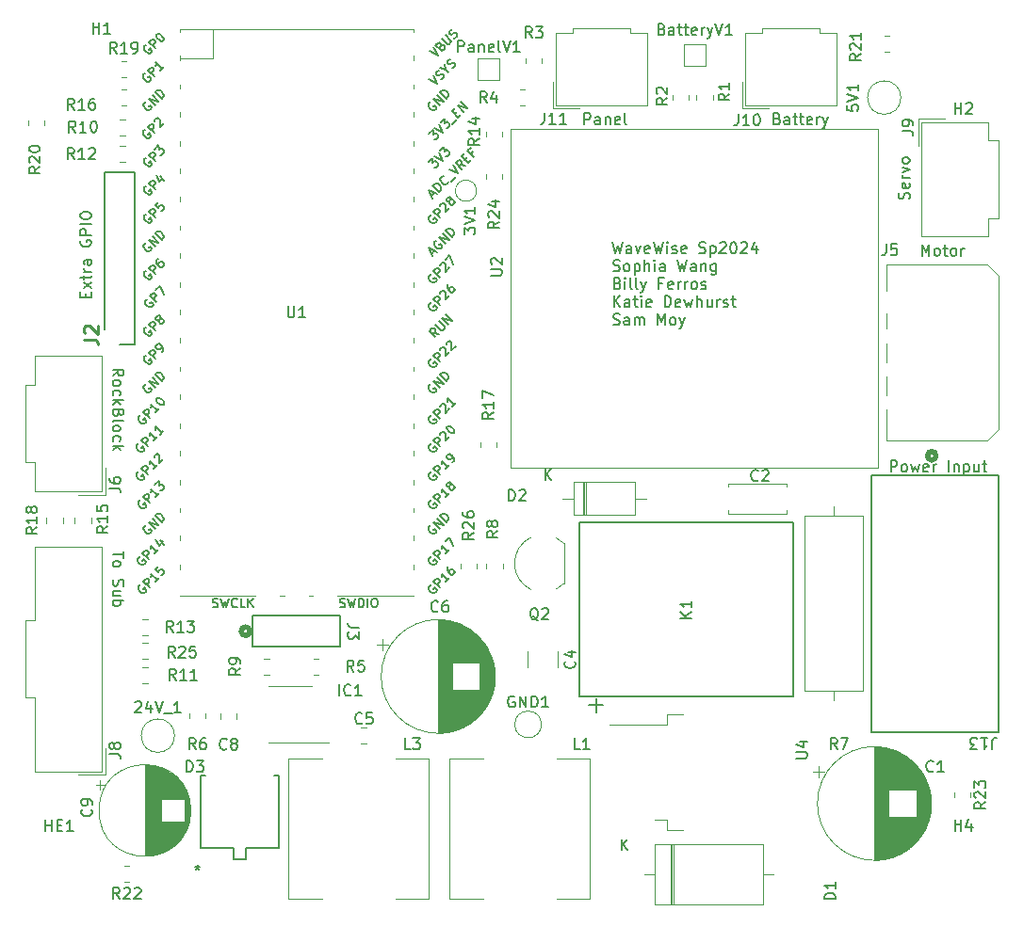
<source format=gbr>
%TF.GenerationSoftware,KiCad,Pcbnew,7.0.10*%
%TF.CreationDate,2024-03-28T21:50:04-04:00*%
%TF.ProjectId,WaveWise_PMIC,57617665-5769-4736-955f-504d49432e6b,rev?*%
%TF.SameCoordinates,Original*%
%TF.FileFunction,Legend,Top*%
%TF.FilePolarity,Positive*%
%FSLAX46Y46*%
G04 Gerber Fmt 4.6, Leading zero omitted, Abs format (unit mm)*
G04 Created by KiCad (PCBNEW 7.0.10) date 2024-03-28 21:50:04*
%MOMM*%
%LPD*%
G01*
G04 APERTURE LIST*
%ADD10C,0.150000*%
%ADD11C,0.254000*%
%ADD12C,0.120000*%
%ADD13C,0.200000*%
%ADD14C,0.152400*%
%ADD15C,0.508000*%
%ADD16C,0.100000*%
G04 APERTURE END LIST*
D10*
X104381541Y-70661819D02*
X104619636Y-71661819D01*
X104619636Y-71661819D02*
X104810112Y-70947533D01*
X104810112Y-70947533D02*
X105000588Y-71661819D01*
X105000588Y-71661819D02*
X105238684Y-70661819D01*
X106048207Y-71661819D02*
X106048207Y-71138009D01*
X106048207Y-71138009D02*
X106000588Y-71042771D01*
X106000588Y-71042771D02*
X105905350Y-70995152D01*
X105905350Y-70995152D02*
X105714874Y-70995152D01*
X105714874Y-70995152D02*
X105619636Y-71042771D01*
X106048207Y-71614200D02*
X105952969Y-71661819D01*
X105952969Y-71661819D02*
X105714874Y-71661819D01*
X105714874Y-71661819D02*
X105619636Y-71614200D01*
X105619636Y-71614200D02*
X105572017Y-71518961D01*
X105572017Y-71518961D02*
X105572017Y-71423723D01*
X105572017Y-71423723D02*
X105619636Y-71328485D01*
X105619636Y-71328485D02*
X105714874Y-71280866D01*
X105714874Y-71280866D02*
X105952969Y-71280866D01*
X105952969Y-71280866D02*
X106048207Y-71233247D01*
X106429160Y-70995152D02*
X106667255Y-71661819D01*
X106667255Y-71661819D02*
X106905350Y-70995152D01*
X107667255Y-71614200D02*
X107572017Y-71661819D01*
X107572017Y-71661819D02*
X107381541Y-71661819D01*
X107381541Y-71661819D02*
X107286303Y-71614200D01*
X107286303Y-71614200D02*
X107238684Y-71518961D01*
X107238684Y-71518961D02*
X107238684Y-71138009D01*
X107238684Y-71138009D02*
X107286303Y-71042771D01*
X107286303Y-71042771D02*
X107381541Y-70995152D01*
X107381541Y-70995152D02*
X107572017Y-70995152D01*
X107572017Y-70995152D02*
X107667255Y-71042771D01*
X107667255Y-71042771D02*
X107714874Y-71138009D01*
X107714874Y-71138009D02*
X107714874Y-71233247D01*
X107714874Y-71233247D02*
X107238684Y-71328485D01*
X108048208Y-70661819D02*
X108286303Y-71661819D01*
X108286303Y-71661819D02*
X108476779Y-70947533D01*
X108476779Y-70947533D02*
X108667255Y-71661819D01*
X108667255Y-71661819D02*
X108905351Y-70661819D01*
X109286303Y-71661819D02*
X109286303Y-70995152D01*
X109286303Y-70661819D02*
X109238684Y-70709438D01*
X109238684Y-70709438D02*
X109286303Y-70757057D01*
X109286303Y-70757057D02*
X109333922Y-70709438D01*
X109333922Y-70709438D02*
X109286303Y-70661819D01*
X109286303Y-70661819D02*
X109286303Y-70757057D01*
X109714874Y-71614200D02*
X109810112Y-71661819D01*
X109810112Y-71661819D02*
X110000588Y-71661819D01*
X110000588Y-71661819D02*
X110095826Y-71614200D01*
X110095826Y-71614200D02*
X110143445Y-71518961D01*
X110143445Y-71518961D02*
X110143445Y-71471342D01*
X110143445Y-71471342D02*
X110095826Y-71376104D01*
X110095826Y-71376104D02*
X110000588Y-71328485D01*
X110000588Y-71328485D02*
X109857731Y-71328485D01*
X109857731Y-71328485D02*
X109762493Y-71280866D01*
X109762493Y-71280866D02*
X109714874Y-71185628D01*
X109714874Y-71185628D02*
X109714874Y-71138009D01*
X109714874Y-71138009D02*
X109762493Y-71042771D01*
X109762493Y-71042771D02*
X109857731Y-70995152D01*
X109857731Y-70995152D02*
X110000588Y-70995152D01*
X110000588Y-70995152D02*
X110095826Y-71042771D01*
X110952969Y-71614200D02*
X110857731Y-71661819D01*
X110857731Y-71661819D02*
X110667255Y-71661819D01*
X110667255Y-71661819D02*
X110572017Y-71614200D01*
X110572017Y-71614200D02*
X110524398Y-71518961D01*
X110524398Y-71518961D02*
X110524398Y-71138009D01*
X110524398Y-71138009D02*
X110572017Y-71042771D01*
X110572017Y-71042771D02*
X110667255Y-70995152D01*
X110667255Y-70995152D02*
X110857731Y-70995152D01*
X110857731Y-70995152D02*
X110952969Y-71042771D01*
X110952969Y-71042771D02*
X111000588Y-71138009D01*
X111000588Y-71138009D02*
X111000588Y-71233247D01*
X111000588Y-71233247D02*
X110524398Y-71328485D01*
X112143446Y-71614200D02*
X112286303Y-71661819D01*
X112286303Y-71661819D02*
X112524398Y-71661819D01*
X112524398Y-71661819D02*
X112619636Y-71614200D01*
X112619636Y-71614200D02*
X112667255Y-71566580D01*
X112667255Y-71566580D02*
X112714874Y-71471342D01*
X112714874Y-71471342D02*
X112714874Y-71376104D01*
X112714874Y-71376104D02*
X112667255Y-71280866D01*
X112667255Y-71280866D02*
X112619636Y-71233247D01*
X112619636Y-71233247D02*
X112524398Y-71185628D01*
X112524398Y-71185628D02*
X112333922Y-71138009D01*
X112333922Y-71138009D02*
X112238684Y-71090390D01*
X112238684Y-71090390D02*
X112191065Y-71042771D01*
X112191065Y-71042771D02*
X112143446Y-70947533D01*
X112143446Y-70947533D02*
X112143446Y-70852295D01*
X112143446Y-70852295D02*
X112191065Y-70757057D01*
X112191065Y-70757057D02*
X112238684Y-70709438D01*
X112238684Y-70709438D02*
X112333922Y-70661819D01*
X112333922Y-70661819D02*
X112572017Y-70661819D01*
X112572017Y-70661819D02*
X112714874Y-70709438D01*
X113143446Y-70995152D02*
X113143446Y-71995152D01*
X113143446Y-71042771D02*
X113238684Y-70995152D01*
X113238684Y-70995152D02*
X113429160Y-70995152D01*
X113429160Y-70995152D02*
X113524398Y-71042771D01*
X113524398Y-71042771D02*
X113572017Y-71090390D01*
X113572017Y-71090390D02*
X113619636Y-71185628D01*
X113619636Y-71185628D02*
X113619636Y-71471342D01*
X113619636Y-71471342D02*
X113572017Y-71566580D01*
X113572017Y-71566580D02*
X113524398Y-71614200D01*
X113524398Y-71614200D02*
X113429160Y-71661819D01*
X113429160Y-71661819D02*
X113238684Y-71661819D01*
X113238684Y-71661819D02*
X113143446Y-71614200D01*
X114000589Y-70757057D02*
X114048208Y-70709438D01*
X114048208Y-70709438D02*
X114143446Y-70661819D01*
X114143446Y-70661819D02*
X114381541Y-70661819D01*
X114381541Y-70661819D02*
X114476779Y-70709438D01*
X114476779Y-70709438D02*
X114524398Y-70757057D01*
X114524398Y-70757057D02*
X114572017Y-70852295D01*
X114572017Y-70852295D02*
X114572017Y-70947533D01*
X114572017Y-70947533D02*
X114524398Y-71090390D01*
X114524398Y-71090390D02*
X113952970Y-71661819D01*
X113952970Y-71661819D02*
X114572017Y-71661819D01*
X115191065Y-70661819D02*
X115286303Y-70661819D01*
X115286303Y-70661819D02*
X115381541Y-70709438D01*
X115381541Y-70709438D02*
X115429160Y-70757057D01*
X115429160Y-70757057D02*
X115476779Y-70852295D01*
X115476779Y-70852295D02*
X115524398Y-71042771D01*
X115524398Y-71042771D02*
X115524398Y-71280866D01*
X115524398Y-71280866D02*
X115476779Y-71471342D01*
X115476779Y-71471342D02*
X115429160Y-71566580D01*
X115429160Y-71566580D02*
X115381541Y-71614200D01*
X115381541Y-71614200D02*
X115286303Y-71661819D01*
X115286303Y-71661819D02*
X115191065Y-71661819D01*
X115191065Y-71661819D02*
X115095827Y-71614200D01*
X115095827Y-71614200D02*
X115048208Y-71566580D01*
X115048208Y-71566580D02*
X115000589Y-71471342D01*
X115000589Y-71471342D02*
X114952970Y-71280866D01*
X114952970Y-71280866D02*
X114952970Y-71042771D01*
X114952970Y-71042771D02*
X115000589Y-70852295D01*
X115000589Y-70852295D02*
X115048208Y-70757057D01*
X115048208Y-70757057D02*
X115095827Y-70709438D01*
X115095827Y-70709438D02*
X115191065Y-70661819D01*
X115905351Y-70757057D02*
X115952970Y-70709438D01*
X115952970Y-70709438D02*
X116048208Y-70661819D01*
X116048208Y-70661819D02*
X116286303Y-70661819D01*
X116286303Y-70661819D02*
X116381541Y-70709438D01*
X116381541Y-70709438D02*
X116429160Y-70757057D01*
X116429160Y-70757057D02*
X116476779Y-70852295D01*
X116476779Y-70852295D02*
X116476779Y-70947533D01*
X116476779Y-70947533D02*
X116429160Y-71090390D01*
X116429160Y-71090390D02*
X115857732Y-71661819D01*
X115857732Y-71661819D02*
X116476779Y-71661819D01*
X117333922Y-70995152D02*
X117333922Y-71661819D01*
X117095827Y-70614200D02*
X116857732Y-71328485D01*
X116857732Y-71328485D02*
X117476779Y-71328485D01*
X104429160Y-73224200D02*
X104572017Y-73271819D01*
X104572017Y-73271819D02*
X104810112Y-73271819D01*
X104810112Y-73271819D02*
X104905350Y-73224200D01*
X104905350Y-73224200D02*
X104952969Y-73176580D01*
X104952969Y-73176580D02*
X105000588Y-73081342D01*
X105000588Y-73081342D02*
X105000588Y-72986104D01*
X105000588Y-72986104D02*
X104952969Y-72890866D01*
X104952969Y-72890866D02*
X104905350Y-72843247D01*
X104905350Y-72843247D02*
X104810112Y-72795628D01*
X104810112Y-72795628D02*
X104619636Y-72748009D01*
X104619636Y-72748009D02*
X104524398Y-72700390D01*
X104524398Y-72700390D02*
X104476779Y-72652771D01*
X104476779Y-72652771D02*
X104429160Y-72557533D01*
X104429160Y-72557533D02*
X104429160Y-72462295D01*
X104429160Y-72462295D02*
X104476779Y-72367057D01*
X104476779Y-72367057D02*
X104524398Y-72319438D01*
X104524398Y-72319438D02*
X104619636Y-72271819D01*
X104619636Y-72271819D02*
X104857731Y-72271819D01*
X104857731Y-72271819D02*
X105000588Y-72319438D01*
X105572017Y-73271819D02*
X105476779Y-73224200D01*
X105476779Y-73224200D02*
X105429160Y-73176580D01*
X105429160Y-73176580D02*
X105381541Y-73081342D01*
X105381541Y-73081342D02*
X105381541Y-72795628D01*
X105381541Y-72795628D02*
X105429160Y-72700390D01*
X105429160Y-72700390D02*
X105476779Y-72652771D01*
X105476779Y-72652771D02*
X105572017Y-72605152D01*
X105572017Y-72605152D02*
X105714874Y-72605152D01*
X105714874Y-72605152D02*
X105810112Y-72652771D01*
X105810112Y-72652771D02*
X105857731Y-72700390D01*
X105857731Y-72700390D02*
X105905350Y-72795628D01*
X105905350Y-72795628D02*
X105905350Y-73081342D01*
X105905350Y-73081342D02*
X105857731Y-73176580D01*
X105857731Y-73176580D02*
X105810112Y-73224200D01*
X105810112Y-73224200D02*
X105714874Y-73271819D01*
X105714874Y-73271819D02*
X105572017Y-73271819D01*
X106333922Y-72605152D02*
X106333922Y-73605152D01*
X106333922Y-72652771D02*
X106429160Y-72605152D01*
X106429160Y-72605152D02*
X106619636Y-72605152D01*
X106619636Y-72605152D02*
X106714874Y-72652771D01*
X106714874Y-72652771D02*
X106762493Y-72700390D01*
X106762493Y-72700390D02*
X106810112Y-72795628D01*
X106810112Y-72795628D02*
X106810112Y-73081342D01*
X106810112Y-73081342D02*
X106762493Y-73176580D01*
X106762493Y-73176580D02*
X106714874Y-73224200D01*
X106714874Y-73224200D02*
X106619636Y-73271819D01*
X106619636Y-73271819D02*
X106429160Y-73271819D01*
X106429160Y-73271819D02*
X106333922Y-73224200D01*
X107238684Y-73271819D02*
X107238684Y-72271819D01*
X107667255Y-73271819D02*
X107667255Y-72748009D01*
X107667255Y-72748009D02*
X107619636Y-72652771D01*
X107619636Y-72652771D02*
X107524398Y-72605152D01*
X107524398Y-72605152D02*
X107381541Y-72605152D01*
X107381541Y-72605152D02*
X107286303Y-72652771D01*
X107286303Y-72652771D02*
X107238684Y-72700390D01*
X108143446Y-73271819D02*
X108143446Y-72605152D01*
X108143446Y-72271819D02*
X108095827Y-72319438D01*
X108095827Y-72319438D02*
X108143446Y-72367057D01*
X108143446Y-72367057D02*
X108191065Y-72319438D01*
X108191065Y-72319438D02*
X108143446Y-72271819D01*
X108143446Y-72271819D02*
X108143446Y-72367057D01*
X109048207Y-73271819D02*
X109048207Y-72748009D01*
X109048207Y-72748009D02*
X109000588Y-72652771D01*
X109000588Y-72652771D02*
X108905350Y-72605152D01*
X108905350Y-72605152D02*
X108714874Y-72605152D01*
X108714874Y-72605152D02*
X108619636Y-72652771D01*
X109048207Y-73224200D02*
X108952969Y-73271819D01*
X108952969Y-73271819D02*
X108714874Y-73271819D01*
X108714874Y-73271819D02*
X108619636Y-73224200D01*
X108619636Y-73224200D02*
X108572017Y-73128961D01*
X108572017Y-73128961D02*
X108572017Y-73033723D01*
X108572017Y-73033723D02*
X108619636Y-72938485D01*
X108619636Y-72938485D02*
X108714874Y-72890866D01*
X108714874Y-72890866D02*
X108952969Y-72890866D01*
X108952969Y-72890866D02*
X109048207Y-72843247D01*
X110191065Y-72271819D02*
X110429160Y-73271819D01*
X110429160Y-73271819D02*
X110619636Y-72557533D01*
X110619636Y-72557533D02*
X110810112Y-73271819D01*
X110810112Y-73271819D02*
X111048208Y-72271819D01*
X111857731Y-73271819D02*
X111857731Y-72748009D01*
X111857731Y-72748009D02*
X111810112Y-72652771D01*
X111810112Y-72652771D02*
X111714874Y-72605152D01*
X111714874Y-72605152D02*
X111524398Y-72605152D01*
X111524398Y-72605152D02*
X111429160Y-72652771D01*
X111857731Y-73224200D02*
X111762493Y-73271819D01*
X111762493Y-73271819D02*
X111524398Y-73271819D01*
X111524398Y-73271819D02*
X111429160Y-73224200D01*
X111429160Y-73224200D02*
X111381541Y-73128961D01*
X111381541Y-73128961D02*
X111381541Y-73033723D01*
X111381541Y-73033723D02*
X111429160Y-72938485D01*
X111429160Y-72938485D02*
X111524398Y-72890866D01*
X111524398Y-72890866D02*
X111762493Y-72890866D01*
X111762493Y-72890866D02*
X111857731Y-72843247D01*
X112333922Y-72605152D02*
X112333922Y-73271819D01*
X112333922Y-72700390D02*
X112381541Y-72652771D01*
X112381541Y-72652771D02*
X112476779Y-72605152D01*
X112476779Y-72605152D02*
X112619636Y-72605152D01*
X112619636Y-72605152D02*
X112714874Y-72652771D01*
X112714874Y-72652771D02*
X112762493Y-72748009D01*
X112762493Y-72748009D02*
X112762493Y-73271819D01*
X113667255Y-72605152D02*
X113667255Y-73414676D01*
X113667255Y-73414676D02*
X113619636Y-73509914D01*
X113619636Y-73509914D02*
X113572017Y-73557533D01*
X113572017Y-73557533D02*
X113476779Y-73605152D01*
X113476779Y-73605152D02*
X113333922Y-73605152D01*
X113333922Y-73605152D02*
X113238684Y-73557533D01*
X113667255Y-73224200D02*
X113572017Y-73271819D01*
X113572017Y-73271819D02*
X113381541Y-73271819D01*
X113381541Y-73271819D02*
X113286303Y-73224200D01*
X113286303Y-73224200D02*
X113238684Y-73176580D01*
X113238684Y-73176580D02*
X113191065Y-73081342D01*
X113191065Y-73081342D02*
X113191065Y-72795628D01*
X113191065Y-72795628D02*
X113238684Y-72700390D01*
X113238684Y-72700390D02*
X113286303Y-72652771D01*
X113286303Y-72652771D02*
X113381541Y-72605152D01*
X113381541Y-72605152D02*
X113572017Y-72605152D01*
X113572017Y-72605152D02*
X113667255Y-72652771D01*
X104810112Y-74358009D02*
X104952969Y-74405628D01*
X104952969Y-74405628D02*
X105000588Y-74453247D01*
X105000588Y-74453247D02*
X105048207Y-74548485D01*
X105048207Y-74548485D02*
X105048207Y-74691342D01*
X105048207Y-74691342D02*
X105000588Y-74786580D01*
X105000588Y-74786580D02*
X104952969Y-74834200D01*
X104952969Y-74834200D02*
X104857731Y-74881819D01*
X104857731Y-74881819D02*
X104476779Y-74881819D01*
X104476779Y-74881819D02*
X104476779Y-73881819D01*
X104476779Y-73881819D02*
X104810112Y-73881819D01*
X104810112Y-73881819D02*
X104905350Y-73929438D01*
X104905350Y-73929438D02*
X104952969Y-73977057D01*
X104952969Y-73977057D02*
X105000588Y-74072295D01*
X105000588Y-74072295D02*
X105000588Y-74167533D01*
X105000588Y-74167533D02*
X104952969Y-74262771D01*
X104952969Y-74262771D02*
X104905350Y-74310390D01*
X104905350Y-74310390D02*
X104810112Y-74358009D01*
X104810112Y-74358009D02*
X104476779Y-74358009D01*
X105476779Y-74881819D02*
X105476779Y-74215152D01*
X105476779Y-73881819D02*
X105429160Y-73929438D01*
X105429160Y-73929438D02*
X105476779Y-73977057D01*
X105476779Y-73977057D02*
X105524398Y-73929438D01*
X105524398Y-73929438D02*
X105476779Y-73881819D01*
X105476779Y-73881819D02*
X105476779Y-73977057D01*
X106095826Y-74881819D02*
X106000588Y-74834200D01*
X106000588Y-74834200D02*
X105952969Y-74738961D01*
X105952969Y-74738961D02*
X105952969Y-73881819D01*
X106619636Y-74881819D02*
X106524398Y-74834200D01*
X106524398Y-74834200D02*
X106476779Y-74738961D01*
X106476779Y-74738961D02*
X106476779Y-73881819D01*
X106905351Y-74215152D02*
X107143446Y-74881819D01*
X107381541Y-74215152D02*
X107143446Y-74881819D01*
X107143446Y-74881819D02*
X107048208Y-75119914D01*
X107048208Y-75119914D02*
X107000589Y-75167533D01*
X107000589Y-75167533D02*
X106905351Y-75215152D01*
X108857732Y-74358009D02*
X108524399Y-74358009D01*
X108524399Y-74881819D02*
X108524399Y-73881819D01*
X108524399Y-73881819D02*
X109000589Y-73881819D01*
X109762494Y-74834200D02*
X109667256Y-74881819D01*
X109667256Y-74881819D02*
X109476780Y-74881819D01*
X109476780Y-74881819D02*
X109381542Y-74834200D01*
X109381542Y-74834200D02*
X109333923Y-74738961D01*
X109333923Y-74738961D02*
X109333923Y-74358009D01*
X109333923Y-74358009D02*
X109381542Y-74262771D01*
X109381542Y-74262771D02*
X109476780Y-74215152D01*
X109476780Y-74215152D02*
X109667256Y-74215152D01*
X109667256Y-74215152D02*
X109762494Y-74262771D01*
X109762494Y-74262771D02*
X109810113Y-74358009D01*
X109810113Y-74358009D02*
X109810113Y-74453247D01*
X109810113Y-74453247D02*
X109333923Y-74548485D01*
X110238685Y-74881819D02*
X110238685Y-74215152D01*
X110238685Y-74405628D02*
X110286304Y-74310390D01*
X110286304Y-74310390D02*
X110333923Y-74262771D01*
X110333923Y-74262771D02*
X110429161Y-74215152D01*
X110429161Y-74215152D02*
X110524399Y-74215152D01*
X110857733Y-74881819D02*
X110857733Y-74215152D01*
X110857733Y-74405628D02*
X110905352Y-74310390D01*
X110905352Y-74310390D02*
X110952971Y-74262771D01*
X110952971Y-74262771D02*
X111048209Y-74215152D01*
X111048209Y-74215152D02*
X111143447Y-74215152D01*
X111619638Y-74881819D02*
X111524400Y-74834200D01*
X111524400Y-74834200D02*
X111476781Y-74786580D01*
X111476781Y-74786580D02*
X111429162Y-74691342D01*
X111429162Y-74691342D02*
X111429162Y-74405628D01*
X111429162Y-74405628D02*
X111476781Y-74310390D01*
X111476781Y-74310390D02*
X111524400Y-74262771D01*
X111524400Y-74262771D02*
X111619638Y-74215152D01*
X111619638Y-74215152D02*
X111762495Y-74215152D01*
X111762495Y-74215152D02*
X111857733Y-74262771D01*
X111857733Y-74262771D02*
X111905352Y-74310390D01*
X111905352Y-74310390D02*
X111952971Y-74405628D01*
X111952971Y-74405628D02*
X111952971Y-74691342D01*
X111952971Y-74691342D02*
X111905352Y-74786580D01*
X111905352Y-74786580D02*
X111857733Y-74834200D01*
X111857733Y-74834200D02*
X111762495Y-74881819D01*
X111762495Y-74881819D02*
X111619638Y-74881819D01*
X112333924Y-74834200D02*
X112429162Y-74881819D01*
X112429162Y-74881819D02*
X112619638Y-74881819D01*
X112619638Y-74881819D02*
X112714876Y-74834200D01*
X112714876Y-74834200D02*
X112762495Y-74738961D01*
X112762495Y-74738961D02*
X112762495Y-74691342D01*
X112762495Y-74691342D02*
X112714876Y-74596104D01*
X112714876Y-74596104D02*
X112619638Y-74548485D01*
X112619638Y-74548485D02*
X112476781Y-74548485D01*
X112476781Y-74548485D02*
X112381543Y-74500866D01*
X112381543Y-74500866D02*
X112333924Y-74405628D01*
X112333924Y-74405628D02*
X112333924Y-74358009D01*
X112333924Y-74358009D02*
X112381543Y-74262771D01*
X112381543Y-74262771D02*
X112476781Y-74215152D01*
X112476781Y-74215152D02*
X112619638Y-74215152D01*
X112619638Y-74215152D02*
X112714876Y-74262771D01*
X104476779Y-76491819D02*
X104476779Y-75491819D01*
X105048207Y-76491819D02*
X104619636Y-75920390D01*
X105048207Y-75491819D02*
X104476779Y-76063247D01*
X105905350Y-76491819D02*
X105905350Y-75968009D01*
X105905350Y-75968009D02*
X105857731Y-75872771D01*
X105857731Y-75872771D02*
X105762493Y-75825152D01*
X105762493Y-75825152D02*
X105572017Y-75825152D01*
X105572017Y-75825152D02*
X105476779Y-75872771D01*
X105905350Y-76444200D02*
X105810112Y-76491819D01*
X105810112Y-76491819D02*
X105572017Y-76491819D01*
X105572017Y-76491819D02*
X105476779Y-76444200D01*
X105476779Y-76444200D02*
X105429160Y-76348961D01*
X105429160Y-76348961D02*
X105429160Y-76253723D01*
X105429160Y-76253723D02*
X105476779Y-76158485D01*
X105476779Y-76158485D02*
X105572017Y-76110866D01*
X105572017Y-76110866D02*
X105810112Y-76110866D01*
X105810112Y-76110866D02*
X105905350Y-76063247D01*
X106238684Y-75825152D02*
X106619636Y-75825152D01*
X106381541Y-75491819D02*
X106381541Y-76348961D01*
X106381541Y-76348961D02*
X106429160Y-76444200D01*
X106429160Y-76444200D02*
X106524398Y-76491819D01*
X106524398Y-76491819D02*
X106619636Y-76491819D01*
X106952970Y-76491819D02*
X106952970Y-75825152D01*
X106952970Y-75491819D02*
X106905351Y-75539438D01*
X106905351Y-75539438D02*
X106952970Y-75587057D01*
X106952970Y-75587057D02*
X107000589Y-75539438D01*
X107000589Y-75539438D02*
X106952970Y-75491819D01*
X106952970Y-75491819D02*
X106952970Y-75587057D01*
X107810112Y-76444200D02*
X107714874Y-76491819D01*
X107714874Y-76491819D02*
X107524398Y-76491819D01*
X107524398Y-76491819D02*
X107429160Y-76444200D01*
X107429160Y-76444200D02*
X107381541Y-76348961D01*
X107381541Y-76348961D02*
X107381541Y-75968009D01*
X107381541Y-75968009D02*
X107429160Y-75872771D01*
X107429160Y-75872771D02*
X107524398Y-75825152D01*
X107524398Y-75825152D02*
X107714874Y-75825152D01*
X107714874Y-75825152D02*
X107810112Y-75872771D01*
X107810112Y-75872771D02*
X107857731Y-75968009D01*
X107857731Y-75968009D02*
X107857731Y-76063247D01*
X107857731Y-76063247D02*
X107381541Y-76158485D01*
X109048208Y-76491819D02*
X109048208Y-75491819D01*
X109048208Y-75491819D02*
X109286303Y-75491819D01*
X109286303Y-75491819D02*
X109429160Y-75539438D01*
X109429160Y-75539438D02*
X109524398Y-75634676D01*
X109524398Y-75634676D02*
X109572017Y-75729914D01*
X109572017Y-75729914D02*
X109619636Y-75920390D01*
X109619636Y-75920390D02*
X109619636Y-76063247D01*
X109619636Y-76063247D02*
X109572017Y-76253723D01*
X109572017Y-76253723D02*
X109524398Y-76348961D01*
X109524398Y-76348961D02*
X109429160Y-76444200D01*
X109429160Y-76444200D02*
X109286303Y-76491819D01*
X109286303Y-76491819D02*
X109048208Y-76491819D01*
X110429160Y-76444200D02*
X110333922Y-76491819D01*
X110333922Y-76491819D02*
X110143446Y-76491819D01*
X110143446Y-76491819D02*
X110048208Y-76444200D01*
X110048208Y-76444200D02*
X110000589Y-76348961D01*
X110000589Y-76348961D02*
X110000589Y-75968009D01*
X110000589Y-75968009D02*
X110048208Y-75872771D01*
X110048208Y-75872771D02*
X110143446Y-75825152D01*
X110143446Y-75825152D02*
X110333922Y-75825152D01*
X110333922Y-75825152D02*
X110429160Y-75872771D01*
X110429160Y-75872771D02*
X110476779Y-75968009D01*
X110476779Y-75968009D02*
X110476779Y-76063247D01*
X110476779Y-76063247D02*
X110000589Y-76158485D01*
X110810113Y-75825152D02*
X111000589Y-76491819D01*
X111000589Y-76491819D02*
X111191065Y-76015628D01*
X111191065Y-76015628D02*
X111381541Y-76491819D01*
X111381541Y-76491819D02*
X111572017Y-75825152D01*
X111952970Y-76491819D02*
X111952970Y-75491819D01*
X112381541Y-76491819D02*
X112381541Y-75968009D01*
X112381541Y-75968009D02*
X112333922Y-75872771D01*
X112333922Y-75872771D02*
X112238684Y-75825152D01*
X112238684Y-75825152D02*
X112095827Y-75825152D01*
X112095827Y-75825152D02*
X112000589Y-75872771D01*
X112000589Y-75872771D02*
X111952970Y-75920390D01*
X113286303Y-75825152D02*
X113286303Y-76491819D01*
X112857732Y-75825152D02*
X112857732Y-76348961D01*
X112857732Y-76348961D02*
X112905351Y-76444200D01*
X112905351Y-76444200D02*
X113000589Y-76491819D01*
X113000589Y-76491819D02*
X113143446Y-76491819D01*
X113143446Y-76491819D02*
X113238684Y-76444200D01*
X113238684Y-76444200D02*
X113286303Y-76396580D01*
X113762494Y-76491819D02*
X113762494Y-75825152D01*
X113762494Y-76015628D02*
X113810113Y-75920390D01*
X113810113Y-75920390D02*
X113857732Y-75872771D01*
X113857732Y-75872771D02*
X113952970Y-75825152D01*
X113952970Y-75825152D02*
X114048208Y-75825152D01*
X114333923Y-76444200D02*
X114429161Y-76491819D01*
X114429161Y-76491819D02*
X114619637Y-76491819D01*
X114619637Y-76491819D02*
X114714875Y-76444200D01*
X114714875Y-76444200D02*
X114762494Y-76348961D01*
X114762494Y-76348961D02*
X114762494Y-76301342D01*
X114762494Y-76301342D02*
X114714875Y-76206104D01*
X114714875Y-76206104D02*
X114619637Y-76158485D01*
X114619637Y-76158485D02*
X114476780Y-76158485D01*
X114476780Y-76158485D02*
X114381542Y-76110866D01*
X114381542Y-76110866D02*
X114333923Y-76015628D01*
X114333923Y-76015628D02*
X114333923Y-75968009D01*
X114333923Y-75968009D02*
X114381542Y-75872771D01*
X114381542Y-75872771D02*
X114476780Y-75825152D01*
X114476780Y-75825152D02*
X114619637Y-75825152D01*
X114619637Y-75825152D02*
X114714875Y-75872771D01*
X115048209Y-75825152D02*
X115429161Y-75825152D01*
X115191066Y-75491819D02*
X115191066Y-76348961D01*
X115191066Y-76348961D02*
X115238685Y-76444200D01*
X115238685Y-76444200D02*
X115333923Y-76491819D01*
X115333923Y-76491819D02*
X115429161Y-76491819D01*
X104429160Y-78054200D02*
X104572017Y-78101819D01*
X104572017Y-78101819D02*
X104810112Y-78101819D01*
X104810112Y-78101819D02*
X104905350Y-78054200D01*
X104905350Y-78054200D02*
X104952969Y-78006580D01*
X104952969Y-78006580D02*
X105000588Y-77911342D01*
X105000588Y-77911342D02*
X105000588Y-77816104D01*
X105000588Y-77816104D02*
X104952969Y-77720866D01*
X104952969Y-77720866D02*
X104905350Y-77673247D01*
X104905350Y-77673247D02*
X104810112Y-77625628D01*
X104810112Y-77625628D02*
X104619636Y-77578009D01*
X104619636Y-77578009D02*
X104524398Y-77530390D01*
X104524398Y-77530390D02*
X104476779Y-77482771D01*
X104476779Y-77482771D02*
X104429160Y-77387533D01*
X104429160Y-77387533D02*
X104429160Y-77292295D01*
X104429160Y-77292295D02*
X104476779Y-77197057D01*
X104476779Y-77197057D02*
X104524398Y-77149438D01*
X104524398Y-77149438D02*
X104619636Y-77101819D01*
X104619636Y-77101819D02*
X104857731Y-77101819D01*
X104857731Y-77101819D02*
X105000588Y-77149438D01*
X105857731Y-78101819D02*
X105857731Y-77578009D01*
X105857731Y-77578009D02*
X105810112Y-77482771D01*
X105810112Y-77482771D02*
X105714874Y-77435152D01*
X105714874Y-77435152D02*
X105524398Y-77435152D01*
X105524398Y-77435152D02*
X105429160Y-77482771D01*
X105857731Y-78054200D02*
X105762493Y-78101819D01*
X105762493Y-78101819D02*
X105524398Y-78101819D01*
X105524398Y-78101819D02*
X105429160Y-78054200D01*
X105429160Y-78054200D02*
X105381541Y-77958961D01*
X105381541Y-77958961D02*
X105381541Y-77863723D01*
X105381541Y-77863723D02*
X105429160Y-77768485D01*
X105429160Y-77768485D02*
X105524398Y-77720866D01*
X105524398Y-77720866D02*
X105762493Y-77720866D01*
X105762493Y-77720866D02*
X105857731Y-77673247D01*
X106333922Y-78101819D02*
X106333922Y-77435152D01*
X106333922Y-77530390D02*
X106381541Y-77482771D01*
X106381541Y-77482771D02*
X106476779Y-77435152D01*
X106476779Y-77435152D02*
X106619636Y-77435152D01*
X106619636Y-77435152D02*
X106714874Y-77482771D01*
X106714874Y-77482771D02*
X106762493Y-77578009D01*
X106762493Y-77578009D02*
X106762493Y-78101819D01*
X106762493Y-77578009D02*
X106810112Y-77482771D01*
X106810112Y-77482771D02*
X106905350Y-77435152D01*
X106905350Y-77435152D02*
X107048207Y-77435152D01*
X107048207Y-77435152D02*
X107143446Y-77482771D01*
X107143446Y-77482771D02*
X107191065Y-77578009D01*
X107191065Y-77578009D02*
X107191065Y-78101819D01*
X108429160Y-78101819D02*
X108429160Y-77101819D01*
X108429160Y-77101819D02*
X108762493Y-77816104D01*
X108762493Y-77816104D02*
X109095826Y-77101819D01*
X109095826Y-77101819D02*
X109095826Y-78101819D01*
X109714874Y-78101819D02*
X109619636Y-78054200D01*
X109619636Y-78054200D02*
X109572017Y-78006580D01*
X109572017Y-78006580D02*
X109524398Y-77911342D01*
X109524398Y-77911342D02*
X109524398Y-77625628D01*
X109524398Y-77625628D02*
X109572017Y-77530390D01*
X109572017Y-77530390D02*
X109619636Y-77482771D01*
X109619636Y-77482771D02*
X109714874Y-77435152D01*
X109714874Y-77435152D02*
X109857731Y-77435152D01*
X109857731Y-77435152D02*
X109952969Y-77482771D01*
X109952969Y-77482771D02*
X110000588Y-77530390D01*
X110000588Y-77530390D02*
X110048207Y-77625628D01*
X110048207Y-77625628D02*
X110048207Y-77911342D01*
X110048207Y-77911342D02*
X110000588Y-78006580D01*
X110000588Y-78006580D02*
X109952969Y-78054200D01*
X109952969Y-78054200D02*
X109857731Y-78101819D01*
X109857731Y-78101819D02*
X109714874Y-78101819D01*
X110381541Y-77435152D02*
X110619636Y-78101819D01*
X110857731Y-77435152D02*
X110619636Y-78101819D01*
X110619636Y-78101819D02*
X110524398Y-78339914D01*
X110524398Y-78339914D02*
X110476779Y-78387533D01*
X110476779Y-78387533D02*
X110381541Y-78435152D01*
X57004009Y-75609220D02*
X57004009Y-75275887D01*
X57527819Y-75133030D02*
X57527819Y-75609220D01*
X57527819Y-75609220D02*
X56527819Y-75609220D01*
X56527819Y-75609220D02*
X56527819Y-75133030D01*
X57527819Y-74799696D02*
X56861152Y-74275887D01*
X56861152Y-74799696D02*
X57527819Y-74275887D01*
X56861152Y-74037791D02*
X56861152Y-73656839D01*
X56527819Y-73894934D02*
X57384961Y-73894934D01*
X57384961Y-73894934D02*
X57480200Y-73847315D01*
X57480200Y-73847315D02*
X57527819Y-73752077D01*
X57527819Y-73752077D02*
X57527819Y-73656839D01*
X57527819Y-73323505D02*
X56861152Y-73323505D01*
X57051628Y-73323505D02*
X56956390Y-73275886D01*
X56956390Y-73275886D02*
X56908771Y-73228267D01*
X56908771Y-73228267D02*
X56861152Y-73133029D01*
X56861152Y-73133029D02*
X56861152Y-73037791D01*
X57527819Y-72275886D02*
X57004009Y-72275886D01*
X57004009Y-72275886D02*
X56908771Y-72323505D01*
X56908771Y-72323505D02*
X56861152Y-72418743D01*
X56861152Y-72418743D02*
X56861152Y-72609219D01*
X56861152Y-72609219D02*
X56908771Y-72704457D01*
X57480200Y-72275886D02*
X57527819Y-72371124D01*
X57527819Y-72371124D02*
X57527819Y-72609219D01*
X57527819Y-72609219D02*
X57480200Y-72704457D01*
X57480200Y-72704457D02*
X57384961Y-72752076D01*
X57384961Y-72752076D02*
X57289723Y-72752076D01*
X57289723Y-72752076D02*
X57194485Y-72704457D01*
X57194485Y-72704457D02*
X57146866Y-72609219D01*
X57146866Y-72609219D02*
X57146866Y-72371124D01*
X57146866Y-72371124D02*
X57099247Y-72275886D01*
X56575438Y-70513981D02*
X56527819Y-70609219D01*
X56527819Y-70609219D02*
X56527819Y-70752076D01*
X56527819Y-70752076D02*
X56575438Y-70894933D01*
X56575438Y-70894933D02*
X56670676Y-70990171D01*
X56670676Y-70990171D02*
X56765914Y-71037790D01*
X56765914Y-71037790D02*
X56956390Y-71085409D01*
X56956390Y-71085409D02*
X57099247Y-71085409D01*
X57099247Y-71085409D02*
X57289723Y-71037790D01*
X57289723Y-71037790D02*
X57384961Y-70990171D01*
X57384961Y-70990171D02*
X57480200Y-70894933D01*
X57480200Y-70894933D02*
X57527819Y-70752076D01*
X57527819Y-70752076D02*
X57527819Y-70656838D01*
X57527819Y-70656838D02*
X57480200Y-70513981D01*
X57480200Y-70513981D02*
X57432580Y-70466362D01*
X57432580Y-70466362D02*
X57099247Y-70466362D01*
X57099247Y-70466362D02*
X57099247Y-70656838D01*
X57527819Y-70037790D02*
X56527819Y-70037790D01*
X56527819Y-70037790D02*
X56527819Y-69656838D01*
X56527819Y-69656838D02*
X56575438Y-69561600D01*
X56575438Y-69561600D02*
X56623057Y-69513981D01*
X56623057Y-69513981D02*
X56718295Y-69466362D01*
X56718295Y-69466362D02*
X56861152Y-69466362D01*
X56861152Y-69466362D02*
X56956390Y-69513981D01*
X56956390Y-69513981D02*
X57004009Y-69561600D01*
X57004009Y-69561600D02*
X57051628Y-69656838D01*
X57051628Y-69656838D02*
X57051628Y-70037790D01*
X57527819Y-69037790D02*
X56527819Y-69037790D01*
X56527819Y-68371124D02*
X56527819Y-68180648D01*
X56527819Y-68180648D02*
X56575438Y-68085410D01*
X56575438Y-68085410D02*
X56670676Y-67990172D01*
X56670676Y-67990172D02*
X56861152Y-67942553D01*
X56861152Y-67942553D02*
X57194485Y-67942553D01*
X57194485Y-67942553D02*
X57384961Y-67990172D01*
X57384961Y-67990172D02*
X57480200Y-68085410D01*
X57480200Y-68085410D02*
X57527819Y-68180648D01*
X57527819Y-68180648D02*
X57527819Y-68371124D01*
X57527819Y-68371124D02*
X57480200Y-68466362D01*
X57480200Y-68466362D02*
X57384961Y-68561600D01*
X57384961Y-68561600D02*
X57194485Y-68609219D01*
X57194485Y-68609219D02*
X56861152Y-68609219D01*
X56861152Y-68609219D02*
X56670676Y-68561600D01*
X56670676Y-68561600D02*
X56575438Y-68466362D01*
X56575438Y-68466362D02*
X56527819Y-68371124D01*
X119161112Y-59544009D02*
X119303969Y-59591628D01*
X119303969Y-59591628D02*
X119351588Y-59639247D01*
X119351588Y-59639247D02*
X119399207Y-59734485D01*
X119399207Y-59734485D02*
X119399207Y-59877342D01*
X119399207Y-59877342D02*
X119351588Y-59972580D01*
X119351588Y-59972580D02*
X119303969Y-60020200D01*
X119303969Y-60020200D02*
X119208731Y-60067819D01*
X119208731Y-60067819D02*
X118827779Y-60067819D01*
X118827779Y-60067819D02*
X118827779Y-59067819D01*
X118827779Y-59067819D02*
X119161112Y-59067819D01*
X119161112Y-59067819D02*
X119256350Y-59115438D01*
X119256350Y-59115438D02*
X119303969Y-59163057D01*
X119303969Y-59163057D02*
X119351588Y-59258295D01*
X119351588Y-59258295D02*
X119351588Y-59353533D01*
X119351588Y-59353533D02*
X119303969Y-59448771D01*
X119303969Y-59448771D02*
X119256350Y-59496390D01*
X119256350Y-59496390D02*
X119161112Y-59544009D01*
X119161112Y-59544009D02*
X118827779Y-59544009D01*
X120256350Y-60067819D02*
X120256350Y-59544009D01*
X120256350Y-59544009D02*
X120208731Y-59448771D01*
X120208731Y-59448771D02*
X120113493Y-59401152D01*
X120113493Y-59401152D02*
X119923017Y-59401152D01*
X119923017Y-59401152D02*
X119827779Y-59448771D01*
X120256350Y-60020200D02*
X120161112Y-60067819D01*
X120161112Y-60067819D02*
X119923017Y-60067819D01*
X119923017Y-60067819D02*
X119827779Y-60020200D01*
X119827779Y-60020200D02*
X119780160Y-59924961D01*
X119780160Y-59924961D02*
X119780160Y-59829723D01*
X119780160Y-59829723D02*
X119827779Y-59734485D01*
X119827779Y-59734485D02*
X119923017Y-59686866D01*
X119923017Y-59686866D02*
X120161112Y-59686866D01*
X120161112Y-59686866D02*
X120256350Y-59639247D01*
X120589684Y-59401152D02*
X120970636Y-59401152D01*
X120732541Y-59067819D02*
X120732541Y-59924961D01*
X120732541Y-59924961D02*
X120780160Y-60020200D01*
X120780160Y-60020200D02*
X120875398Y-60067819D01*
X120875398Y-60067819D02*
X120970636Y-60067819D01*
X121161113Y-59401152D02*
X121542065Y-59401152D01*
X121303970Y-59067819D02*
X121303970Y-59924961D01*
X121303970Y-59924961D02*
X121351589Y-60020200D01*
X121351589Y-60020200D02*
X121446827Y-60067819D01*
X121446827Y-60067819D02*
X121542065Y-60067819D01*
X122256351Y-60020200D02*
X122161113Y-60067819D01*
X122161113Y-60067819D02*
X121970637Y-60067819D01*
X121970637Y-60067819D02*
X121875399Y-60020200D01*
X121875399Y-60020200D02*
X121827780Y-59924961D01*
X121827780Y-59924961D02*
X121827780Y-59544009D01*
X121827780Y-59544009D02*
X121875399Y-59448771D01*
X121875399Y-59448771D02*
X121970637Y-59401152D01*
X121970637Y-59401152D02*
X122161113Y-59401152D01*
X122161113Y-59401152D02*
X122256351Y-59448771D01*
X122256351Y-59448771D02*
X122303970Y-59544009D01*
X122303970Y-59544009D02*
X122303970Y-59639247D01*
X122303970Y-59639247D02*
X121827780Y-59734485D01*
X122732542Y-60067819D02*
X122732542Y-59401152D01*
X122732542Y-59591628D02*
X122780161Y-59496390D01*
X122780161Y-59496390D02*
X122827780Y-59448771D01*
X122827780Y-59448771D02*
X122923018Y-59401152D01*
X122923018Y-59401152D02*
X123018256Y-59401152D01*
X123256352Y-59401152D02*
X123494447Y-60067819D01*
X123732542Y-59401152D02*
X123494447Y-60067819D01*
X123494447Y-60067819D02*
X123399209Y-60305914D01*
X123399209Y-60305914D02*
X123351590Y-60353533D01*
X123351590Y-60353533D02*
X123256352Y-60401152D01*
X101809779Y-60067819D02*
X101809779Y-59067819D01*
X101809779Y-59067819D02*
X102190731Y-59067819D01*
X102190731Y-59067819D02*
X102285969Y-59115438D01*
X102285969Y-59115438D02*
X102333588Y-59163057D01*
X102333588Y-59163057D02*
X102381207Y-59258295D01*
X102381207Y-59258295D02*
X102381207Y-59401152D01*
X102381207Y-59401152D02*
X102333588Y-59496390D01*
X102333588Y-59496390D02*
X102285969Y-59544009D01*
X102285969Y-59544009D02*
X102190731Y-59591628D01*
X102190731Y-59591628D02*
X101809779Y-59591628D01*
X103238350Y-60067819D02*
X103238350Y-59544009D01*
X103238350Y-59544009D02*
X103190731Y-59448771D01*
X103190731Y-59448771D02*
X103095493Y-59401152D01*
X103095493Y-59401152D02*
X102905017Y-59401152D01*
X102905017Y-59401152D02*
X102809779Y-59448771D01*
X103238350Y-60020200D02*
X103143112Y-60067819D01*
X103143112Y-60067819D02*
X102905017Y-60067819D01*
X102905017Y-60067819D02*
X102809779Y-60020200D01*
X102809779Y-60020200D02*
X102762160Y-59924961D01*
X102762160Y-59924961D02*
X102762160Y-59829723D01*
X102762160Y-59829723D02*
X102809779Y-59734485D01*
X102809779Y-59734485D02*
X102905017Y-59686866D01*
X102905017Y-59686866D02*
X103143112Y-59686866D01*
X103143112Y-59686866D02*
X103238350Y-59639247D01*
X103714541Y-59401152D02*
X103714541Y-60067819D01*
X103714541Y-59496390D02*
X103762160Y-59448771D01*
X103762160Y-59448771D02*
X103857398Y-59401152D01*
X103857398Y-59401152D02*
X104000255Y-59401152D01*
X104000255Y-59401152D02*
X104095493Y-59448771D01*
X104095493Y-59448771D02*
X104143112Y-59544009D01*
X104143112Y-59544009D02*
X104143112Y-60067819D01*
X105000255Y-60020200D02*
X104905017Y-60067819D01*
X104905017Y-60067819D02*
X104714541Y-60067819D01*
X104714541Y-60067819D02*
X104619303Y-60020200D01*
X104619303Y-60020200D02*
X104571684Y-59924961D01*
X104571684Y-59924961D02*
X104571684Y-59544009D01*
X104571684Y-59544009D02*
X104619303Y-59448771D01*
X104619303Y-59448771D02*
X104714541Y-59401152D01*
X104714541Y-59401152D02*
X104905017Y-59401152D01*
X104905017Y-59401152D02*
X105000255Y-59448771D01*
X105000255Y-59448771D02*
X105047874Y-59544009D01*
X105047874Y-59544009D02*
X105047874Y-59639247D01*
X105047874Y-59639247D02*
X104571684Y-59734485D01*
X105619303Y-60067819D02*
X105524065Y-60020200D01*
X105524065Y-60020200D02*
X105476446Y-59924961D01*
X105476446Y-59924961D02*
X105476446Y-59067819D01*
X129368779Y-91309819D02*
X129368779Y-90309819D01*
X129368779Y-90309819D02*
X129749731Y-90309819D01*
X129749731Y-90309819D02*
X129844969Y-90357438D01*
X129844969Y-90357438D02*
X129892588Y-90405057D01*
X129892588Y-90405057D02*
X129940207Y-90500295D01*
X129940207Y-90500295D02*
X129940207Y-90643152D01*
X129940207Y-90643152D02*
X129892588Y-90738390D01*
X129892588Y-90738390D02*
X129844969Y-90786009D01*
X129844969Y-90786009D02*
X129749731Y-90833628D01*
X129749731Y-90833628D02*
X129368779Y-90833628D01*
X130511636Y-91309819D02*
X130416398Y-91262200D01*
X130416398Y-91262200D02*
X130368779Y-91214580D01*
X130368779Y-91214580D02*
X130321160Y-91119342D01*
X130321160Y-91119342D02*
X130321160Y-90833628D01*
X130321160Y-90833628D02*
X130368779Y-90738390D01*
X130368779Y-90738390D02*
X130416398Y-90690771D01*
X130416398Y-90690771D02*
X130511636Y-90643152D01*
X130511636Y-90643152D02*
X130654493Y-90643152D01*
X130654493Y-90643152D02*
X130749731Y-90690771D01*
X130749731Y-90690771D02*
X130797350Y-90738390D01*
X130797350Y-90738390D02*
X130844969Y-90833628D01*
X130844969Y-90833628D02*
X130844969Y-91119342D01*
X130844969Y-91119342D02*
X130797350Y-91214580D01*
X130797350Y-91214580D02*
X130749731Y-91262200D01*
X130749731Y-91262200D02*
X130654493Y-91309819D01*
X130654493Y-91309819D02*
X130511636Y-91309819D01*
X131178303Y-90643152D02*
X131368779Y-91309819D01*
X131368779Y-91309819D02*
X131559255Y-90833628D01*
X131559255Y-90833628D02*
X131749731Y-91309819D01*
X131749731Y-91309819D02*
X131940207Y-90643152D01*
X132702112Y-91262200D02*
X132606874Y-91309819D01*
X132606874Y-91309819D02*
X132416398Y-91309819D01*
X132416398Y-91309819D02*
X132321160Y-91262200D01*
X132321160Y-91262200D02*
X132273541Y-91166961D01*
X132273541Y-91166961D02*
X132273541Y-90786009D01*
X132273541Y-90786009D02*
X132321160Y-90690771D01*
X132321160Y-90690771D02*
X132416398Y-90643152D01*
X132416398Y-90643152D02*
X132606874Y-90643152D01*
X132606874Y-90643152D02*
X132702112Y-90690771D01*
X132702112Y-90690771D02*
X132749731Y-90786009D01*
X132749731Y-90786009D02*
X132749731Y-90881247D01*
X132749731Y-90881247D02*
X132273541Y-90976485D01*
X133178303Y-91309819D02*
X133178303Y-90643152D01*
X133178303Y-90833628D02*
X133225922Y-90738390D01*
X133225922Y-90738390D02*
X133273541Y-90690771D01*
X133273541Y-90690771D02*
X133368779Y-90643152D01*
X133368779Y-90643152D02*
X133464017Y-90643152D01*
X134559256Y-91309819D02*
X134559256Y-90309819D01*
X135035446Y-90643152D02*
X135035446Y-91309819D01*
X135035446Y-90738390D02*
X135083065Y-90690771D01*
X135083065Y-90690771D02*
X135178303Y-90643152D01*
X135178303Y-90643152D02*
X135321160Y-90643152D01*
X135321160Y-90643152D02*
X135416398Y-90690771D01*
X135416398Y-90690771D02*
X135464017Y-90786009D01*
X135464017Y-90786009D02*
X135464017Y-91309819D01*
X135940208Y-90643152D02*
X135940208Y-91643152D01*
X135940208Y-90690771D02*
X136035446Y-90643152D01*
X136035446Y-90643152D02*
X136225922Y-90643152D01*
X136225922Y-90643152D02*
X136321160Y-90690771D01*
X136321160Y-90690771D02*
X136368779Y-90738390D01*
X136368779Y-90738390D02*
X136416398Y-90833628D01*
X136416398Y-90833628D02*
X136416398Y-91119342D01*
X136416398Y-91119342D02*
X136368779Y-91214580D01*
X136368779Y-91214580D02*
X136321160Y-91262200D01*
X136321160Y-91262200D02*
X136225922Y-91309819D01*
X136225922Y-91309819D02*
X136035446Y-91309819D01*
X136035446Y-91309819D02*
X135940208Y-91262200D01*
X137273541Y-90643152D02*
X137273541Y-91309819D01*
X136844970Y-90643152D02*
X136844970Y-91166961D01*
X136844970Y-91166961D02*
X136892589Y-91262200D01*
X136892589Y-91262200D02*
X136987827Y-91309819D01*
X136987827Y-91309819D02*
X137130684Y-91309819D01*
X137130684Y-91309819D02*
X137225922Y-91262200D01*
X137225922Y-91262200D02*
X137273541Y-91214580D01*
X137606875Y-90643152D02*
X137987827Y-90643152D01*
X137749732Y-90309819D02*
X137749732Y-91166961D01*
X137749732Y-91166961D02*
X137797351Y-91262200D01*
X137797351Y-91262200D02*
X137892589Y-91309819D01*
X137892589Y-91309819D02*
X137987827Y-91309819D01*
X132162779Y-71878819D02*
X132162779Y-70878819D01*
X132162779Y-70878819D02*
X132496112Y-71593104D01*
X132496112Y-71593104D02*
X132829445Y-70878819D01*
X132829445Y-70878819D02*
X132829445Y-71878819D01*
X133448493Y-71878819D02*
X133353255Y-71831200D01*
X133353255Y-71831200D02*
X133305636Y-71783580D01*
X133305636Y-71783580D02*
X133258017Y-71688342D01*
X133258017Y-71688342D02*
X133258017Y-71402628D01*
X133258017Y-71402628D02*
X133305636Y-71307390D01*
X133305636Y-71307390D02*
X133353255Y-71259771D01*
X133353255Y-71259771D02*
X133448493Y-71212152D01*
X133448493Y-71212152D02*
X133591350Y-71212152D01*
X133591350Y-71212152D02*
X133686588Y-71259771D01*
X133686588Y-71259771D02*
X133734207Y-71307390D01*
X133734207Y-71307390D02*
X133781826Y-71402628D01*
X133781826Y-71402628D02*
X133781826Y-71688342D01*
X133781826Y-71688342D02*
X133734207Y-71783580D01*
X133734207Y-71783580D02*
X133686588Y-71831200D01*
X133686588Y-71831200D02*
X133591350Y-71878819D01*
X133591350Y-71878819D02*
X133448493Y-71878819D01*
X134067541Y-71212152D02*
X134448493Y-71212152D01*
X134210398Y-70878819D02*
X134210398Y-71735961D01*
X134210398Y-71735961D02*
X134258017Y-71831200D01*
X134258017Y-71831200D02*
X134353255Y-71878819D01*
X134353255Y-71878819D02*
X134448493Y-71878819D01*
X134924684Y-71878819D02*
X134829446Y-71831200D01*
X134829446Y-71831200D02*
X134781827Y-71783580D01*
X134781827Y-71783580D02*
X134734208Y-71688342D01*
X134734208Y-71688342D02*
X134734208Y-71402628D01*
X134734208Y-71402628D02*
X134781827Y-71307390D01*
X134781827Y-71307390D02*
X134829446Y-71259771D01*
X134829446Y-71259771D02*
X134924684Y-71212152D01*
X134924684Y-71212152D02*
X135067541Y-71212152D01*
X135067541Y-71212152D02*
X135162779Y-71259771D01*
X135162779Y-71259771D02*
X135210398Y-71307390D01*
X135210398Y-71307390D02*
X135258017Y-71402628D01*
X135258017Y-71402628D02*
X135258017Y-71688342D01*
X135258017Y-71688342D02*
X135210398Y-71783580D01*
X135210398Y-71783580D02*
X135162779Y-71831200D01*
X135162779Y-71831200D02*
X135067541Y-71878819D01*
X135067541Y-71878819D02*
X134924684Y-71878819D01*
X135686589Y-71878819D02*
X135686589Y-71212152D01*
X135686589Y-71402628D02*
X135734208Y-71307390D01*
X135734208Y-71307390D02*
X135781827Y-71259771D01*
X135781827Y-71259771D02*
X135877065Y-71212152D01*
X135877065Y-71212152D02*
X135972303Y-71212152D01*
X131013200Y-66766839D02*
X131060819Y-66623982D01*
X131060819Y-66623982D02*
X131060819Y-66385887D01*
X131060819Y-66385887D02*
X131013200Y-66290649D01*
X131013200Y-66290649D02*
X130965580Y-66243030D01*
X130965580Y-66243030D02*
X130870342Y-66195411D01*
X130870342Y-66195411D02*
X130775104Y-66195411D01*
X130775104Y-66195411D02*
X130679866Y-66243030D01*
X130679866Y-66243030D02*
X130632247Y-66290649D01*
X130632247Y-66290649D02*
X130584628Y-66385887D01*
X130584628Y-66385887D02*
X130537009Y-66576363D01*
X130537009Y-66576363D02*
X130489390Y-66671601D01*
X130489390Y-66671601D02*
X130441771Y-66719220D01*
X130441771Y-66719220D02*
X130346533Y-66766839D01*
X130346533Y-66766839D02*
X130251295Y-66766839D01*
X130251295Y-66766839D02*
X130156057Y-66719220D01*
X130156057Y-66719220D02*
X130108438Y-66671601D01*
X130108438Y-66671601D02*
X130060819Y-66576363D01*
X130060819Y-66576363D02*
X130060819Y-66338268D01*
X130060819Y-66338268D02*
X130108438Y-66195411D01*
X131013200Y-65385887D02*
X131060819Y-65481125D01*
X131060819Y-65481125D02*
X131060819Y-65671601D01*
X131060819Y-65671601D02*
X131013200Y-65766839D01*
X131013200Y-65766839D02*
X130917961Y-65814458D01*
X130917961Y-65814458D02*
X130537009Y-65814458D01*
X130537009Y-65814458D02*
X130441771Y-65766839D01*
X130441771Y-65766839D02*
X130394152Y-65671601D01*
X130394152Y-65671601D02*
X130394152Y-65481125D01*
X130394152Y-65481125D02*
X130441771Y-65385887D01*
X130441771Y-65385887D02*
X130537009Y-65338268D01*
X130537009Y-65338268D02*
X130632247Y-65338268D01*
X130632247Y-65338268D02*
X130727485Y-65814458D01*
X131060819Y-64909696D02*
X130394152Y-64909696D01*
X130584628Y-64909696D02*
X130489390Y-64862077D01*
X130489390Y-64862077D02*
X130441771Y-64814458D01*
X130441771Y-64814458D02*
X130394152Y-64719220D01*
X130394152Y-64719220D02*
X130394152Y-64623982D01*
X130394152Y-64385886D02*
X131060819Y-64147791D01*
X131060819Y-64147791D02*
X130394152Y-63909696D01*
X131060819Y-63385886D02*
X131013200Y-63481124D01*
X131013200Y-63481124D02*
X130965580Y-63528743D01*
X130965580Y-63528743D02*
X130870342Y-63576362D01*
X130870342Y-63576362D02*
X130584628Y-63576362D01*
X130584628Y-63576362D02*
X130489390Y-63528743D01*
X130489390Y-63528743D02*
X130441771Y-63481124D01*
X130441771Y-63481124D02*
X130394152Y-63385886D01*
X130394152Y-63385886D02*
X130394152Y-63243029D01*
X130394152Y-63243029D02*
X130441771Y-63147791D01*
X130441771Y-63147791D02*
X130489390Y-63100172D01*
X130489390Y-63100172D02*
X130584628Y-63052553D01*
X130584628Y-63052553D02*
X130870342Y-63052553D01*
X130870342Y-63052553D02*
X130965580Y-63100172D01*
X130965580Y-63100172D02*
X131013200Y-63147791D01*
X131013200Y-63147791D02*
X131060819Y-63243029D01*
X131060819Y-63243029D02*
X131060819Y-63385886D01*
X60439180Y-98491922D02*
X60439180Y-99063350D01*
X59439180Y-98777636D02*
X60439180Y-98777636D01*
X59439180Y-99539541D02*
X59486800Y-99444303D01*
X59486800Y-99444303D02*
X59534419Y-99396684D01*
X59534419Y-99396684D02*
X59629657Y-99349065D01*
X59629657Y-99349065D02*
X59915371Y-99349065D01*
X59915371Y-99349065D02*
X60010609Y-99396684D01*
X60010609Y-99396684D02*
X60058228Y-99444303D01*
X60058228Y-99444303D02*
X60105847Y-99539541D01*
X60105847Y-99539541D02*
X60105847Y-99682398D01*
X60105847Y-99682398D02*
X60058228Y-99777636D01*
X60058228Y-99777636D02*
X60010609Y-99825255D01*
X60010609Y-99825255D02*
X59915371Y-99872874D01*
X59915371Y-99872874D02*
X59629657Y-99872874D01*
X59629657Y-99872874D02*
X59534419Y-99825255D01*
X59534419Y-99825255D02*
X59486800Y-99777636D01*
X59486800Y-99777636D02*
X59439180Y-99682398D01*
X59439180Y-99682398D02*
X59439180Y-99539541D01*
X59486800Y-101015732D02*
X59439180Y-101158589D01*
X59439180Y-101158589D02*
X59439180Y-101396684D01*
X59439180Y-101396684D02*
X59486800Y-101491922D01*
X59486800Y-101491922D02*
X59534419Y-101539541D01*
X59534419Y-101539541D02*
X59629657Y-101587160D01*
X59629657Y-101587160D02*
X59724895Y-101587160D01*
X59724895Y-101587160D02*
X59820133Y-101539541D01*
X59820133Y-101539541D02*
X59867752Y-101491922D01*
X59867752Y-101491922D02*
X59915371Y-101396684D01*
X59915371Y-101396684D02*
X59962990Y-101206208D01*
X59962990Y-101206208D02*
X60010609Y-101110970D01*
X60010609Y-101110970D02*
X60058228Y-101063351D01*
X60058228Y-101063351D02*
X60153466Y-101015732D01*
X60153466Y-101015732D02*
X60248704Y-101015732D01*
X60248704Y-101015732D02*
X60343942Y-101063351D01*
X60343942Y-101063351D02*
X60391561Y-101110970D01*
X60391561Y-101110970D02*
X60439180Y-101206208D01*
X60439180Y-101206208D02*
X60439180Y-101444303D01*
X60439180Y-101444303D02*
X60391561Y-101587160D01*
X60105847Y-102444303D02*
X59439180Y-102444303D01*
X60105847Y-102015732D02*
X59582038Y-102015732D01*
X59582038Y-102015732D02*
X59486800Y-102063351D01*
X59486800Y-102063351D02*
X59439180Y-102158589D01*
X59439180Y-102158589D02*
X59439180Y-102301446D01*
X59439180Y-102301446D02*
X59486800Y-102396684D01*
X59486800Y-102396684D02*
X59534419Y-102444303D01*
X59439180Y-102920494D02*
X60439180Y-102920494D01*
X60058228Y-102920494D02*
X60105847Y-103015732D01*
X60105847Y-103015732D02*
X60105847Y-103206208D01*
X60105847Y-103206208D02*
X60058228Y-103301446D01*
X60058228Y-103301446D02*
X60010609Y-103349065D01*
X60010609Y-103349065D02*
X59915371Y-103396684D01*
X59915371Y-103396684D02*
X59629657Y-103396684D01*
X59629657Y-103396684D02*
X59534419Y-103349065D01*
X59534419Y-103349065D02*
X59486800Y-103301446D01*
X59486800Y-103301446D02*
X59439180Y-103206208D01*
X59439180Y-103206208D02*
X59439180Y-103015732D01*
X59439180Y-103015732D02*
X59486800Y-102920494D01*
X59439180Y-82696207D02*
X59915371Y-82362874D01*
X59439180Y-82124779D02*
X60439180Y-82124779D01*
X60439180Y-82124779D02*
X60439180Y-82505731D01*
X60439180Y-82505731D02*
X60391561Y-82600969D01*
X60391561Y-82600969D02*
X60343942Y-82648588D01*
X60343942Y-82648588D02*
X60248704Y-82696207D01*
X60248704Y-82696207D02*
X60105847Y-82696207D01*
X60105847Y-82696207D02*
X60010609Y-82648588D01*
X60010609Y-82648588D02*
X59962990Y-82600969D01*
X59962990Y-82600969D02*
X59915371Y-82505731D01*
X59915371Y-82505731D02*
X59915371Y-82124779D01*
X59439180Y-83267636D02*
X59486800Y-83172398D01*
X59486800Y-83172398D02*
X59534419Y-83124779D01*
X59534419Y-83124779D02*
X59629657Y-83077160D01*
X59629657Y-83077160D02*
X59915371Y-83077160D01*
X59915371Y-83077160D02*
X60010609Y-83124779D01*
X60010609Y-83124779D02*
X60058228Y-83172398D01*
X60058228Y-83172398D02*
X60105847Y-83267636D01*
X60105847Y-83267636D02*
X60105847Y-83410493D01*
X60105847Y-83410493D02*
X60058228Y-83505731D01*
X60058228Y-83505731D02*
X60010609Y-83553350D01*
X60010609Y-83553350D02*
X59915371Y-83600969D01*
X59915371Y-83600969D02*
X59629657Y-83600969D01*
X59629657Y-83600969D02*
X59534419Y-83553350D01*
X59534419Y-83553350D02*
X59486800Y-83505731D01*
X59486800Y-83505731D02*
X59439180Y-83410493D01*
X59439180Y-83410493D02*
X59439180Y-83267636D01*
X59486800Y-84458112D02*
X59439180Y-84362874D01*
X59439180Y-84362874D02*
X59439180Y-84172398D01*
X59439180Y-84172398D02*
X59486800Y-84077160D01*
X59486800Y-84077160D02*
X59534419Y-84029541D01*
X59534419Y-84029541D02*
X59629657Y-83981922D01*
X59629657Y-83981922D02*
X59915371Y-83981922D01*
X59915371Y-83981922D02*
X60010609Y-84029541D01*
X60010609Y-84029541D02*
X60058228Y-84077160D01*
X60058228Y-84077160D02*
X60105847Y-84172398D01*
X60105847Y-84172398D02*
X60105847Y-84362874D01*
X60105847Y-84362874D02*
X60058228Y-84458112D01*
X59439180Y-84886684D02*
X60439180Y-84886684D01*
X59820133Y-84981922D02*
X59439180Y-85267636D01*
X60105847Y-85267636D02*
X59724895Y-84886684D01*
X59962990Y-86029541D02*
X59915371Y-86172398D01*
X59915371Y-86172398D02*
X59867752Y-86220017D01*
X59867752Y-86220017D02*
X59772514Y-86267636D01*
X59772514Y-86267636D02*
X59629657Y-86267636D01*
X59629657Y-86267636D02*
X59534419Y-86220017D01*
X59534419Y-86220017D02*
X59486800Y-86172398D01*
X59486800Y-86172398D02*
X59439180Y-86077160D01*
X59439180Y-86077160D02*
X59439180Y-85696208D01*
X59439180Y-85696208D02*
X60439180Y-85696208D01*
X60439180Y-85696208D02*
X60439180Y-86029541D01*
X60439180Y-86029541D02*
X60391561Y-86124779D01*
X60391561Y-86124779D02*
X60343942Y-86172398D01*
X60343942Y-86172398D02*
X60248704Y-86220017D01*
X60248704Y-86220017D02*
X60153466Y-86220017D01*
X60153466Y-86220017D02*
X60058228Y-86172398D01*
X60058228Y-86172398D02*
X60010609Y-86124779D01*
X60010609Y-86124779D02*
X59962990Y-86029541D01*
X59962990Y-86029541D02*
X59962990Y-85696208D01*
X59439180Y-86839065D02*
X59486800Y-86743827D01*
X59486800Y-86743827D02*
X59582038Y-86696208D01*
X59582038Y-86696208D02*
X60439180Y-86696208D01*
X59439180Y-87362875D02*
X59486800Y-87267637D01*
X59486800Y-87267637D02*
X59534419Y-87220018D01*
X59534419Y-87220018D02*
X59629657Y-87172399D01*
X59629657Y-87172399D02*
X59915371Y-87172399D01*
X59915371Y-87172399D02*
X60010609Y-87220018D01*
X60010609Y-87220018D02*
X60058228Y-87267637D01*
X60058228Y-87267637D02*
X60105847Y-87362875D01*
X60105847Y-87362875D02*
X60105847Y-87505732D01*
X60105847Y-87505732D02*
X60058228Y-87600970D01*
X60058228Y-87600970D02*
X60010609Y-87648589D01*
X60010609Y-87648589D02*
X59915371Y-87696208D01*
X59915371Y-87696208D02*
X59629657Y-87696208D01*
X59629657Y-87696208D02*
X59534419Y-87648589D01*
X59534419Y-87648589D02*
X59486800Y-87600970D01*
X59486800Y-87600970D02*
X59439180Y-87505732D01*
X59439180Y-87505732D02*
X59439180Y-87362875D01*
X59486800Y-88553351D02*
X59439180Y-88458113D01*
X59439180Y-88458113D02*
X59439180Y-88267637D01*
X59439180Y-88267637D02*
X59486800Y-88172399D01*
X59486800Y-88172399D02*
X59534419Y-88124780D01*
X59534419Y-88124780D02*
X59629657Y-88077161D01*
X59629657Y-88077161D02*
X59915371Y-88077161D01*
X59915371Y-88077161D02*
X60010609Y-88124780D01*
X60010609Y-88124780D02*
X60058228Y-88172399D01*
X60058228Y-88172399D02*
X60105847Y-88267637D01*
X60105847Y-88267637D02*
X60105847Y-88458113D01*
X60105847Y-88458113D02*
X60058228Y-88553351D01*
X59439180Y-88981923D02*
X60439180Y-88981923D01*
X59820133Y-89077161D02*
X59439180Y-89362875D01*
X60105847Y-89362875D02*
X59724895Y-88981923D01*
X98250476Y-59017819D02*
X98250476Y-59732104D01*
X98250476Y-59732104D02*
X98202857Y-59874961D01*
X98202857Y-59874961D02*
X98107619Y-59970200D01*
X98107619Y-59970200D02*
X97964762Y-60017819D01*
X97964762Y-60017819D02*
X97869524Y-60017819D01*
X99250476Y-60017819D02*
X98679048Y-60017819D01*
X98964762Y-60017819D02*
X98964762Y-59017819D01*
X98964762Y-59017819D02*
X98869524Y-59160676D01*
X98869524Y-59160676D02*
X98774286Y-59255914D01*
X98774286Y-59255914D02*
X98679048Y-59303533D01*
X100202857Y-60017819D02*
X99631429Y-60017819D01*
X99917143Y-60017819D02*
X99917143Y-59017819D01*
X99917143Y-59017819D02*
X99821905Y-59160676D01*
X99821905Y-59160676D02*
X99726667Y-59255914D01*
X99726667Y-59255914D02*
X99631429Y-59303533D01*
X115649476Y-59144819D02*
X115649476Y-59859104D01*
X115649476Y-59859104D02*
X115601857Y-60001961D01*
X115601857Y-60001961D02*
X115506619Y-60097200D01*
X115506619Y-60097200D02*
X115363762Y-60144819D01*
X115363762Y-60144819D02*
X115268524Y-60144819D01*
X116649476Y-60144819D02*
X116078048Y-60144819D01*
X116363762Y-60144819D02*
X116363762Y-59144819D01*
X116363762Y-59144819D02*
X116268524Y-59287676D01*
X116268524Y-59287676D02*
X116173286Y-59382914D01*
X116173286Y-59382914D02*
X116078048Y-59430533D01*
X117268524Y-59144819D02*
X117363762Y-59144819D01*
X117363762Y-59144819D02*
X117459000Y-59192438D01*
X117459000Y-59192438D02*
X117506619Y-59240057D01*
X117506619Y-59240057D02*
X117554238Y-59335295D01*
X117554238Y-59335295D02*
X117601857Y-59525771D01*
X117601857Y-59525771D02*
X117601857Y-59763866D01*
X117601857Y-59763866D02*
X117554238Y-59954342D01*
X117554238Y-59954342D02*
X117506619Y-60049580D01*
X117506619Y-60049580D02*
X117459000Y-60097200D01*
X117459000Y-60097200D02*
X117363762Y-60144819D01*
X117363762Y-60144819D02*
X117268524Y-60144819D01*
X117268524Y-60144819D02*
X117173286Y-60097200D01*
X117173286Y-60097200D02*
X117125667Y-60049580D01*
X117125667Y-60049580D02*
X117078048Y-59954342D01*
X117078048Y-59954342D02*
X117030429Y-59763866D01*
X117030429Y-59763866D02*
X117030429Y-59525771D01*
X117030429Y-59525771D02*
X117078048Y-59335295D01*
X117078048Y-59335295D02*
X117125667Y-59240057D01*
X117125667Y-59240057D02*
X117173286Y-59192438D01*
X117173286Y-59192438D02*
X117268524Y-59144819D01*
X130391819Y-60658333D02*
X131106104Y-60658333D01*
X131106104Y-60658333D02*
X131248961Y-60705952D01*
X131248961Y-60705952D02*
X131344200Y-60801190D01*
X131344200Y-60801190D02*
X131391819Y-60944047D01*
X131391819Y-60944047D02*
X131391819Y-61039285D01*
X131391819Y-60134523D02*
X131391819Y-59944047D01*
X131391819Y-59944047D02*
X131344200Y-59848809D01*
X131344200Y-59848809D02*
X131296580Y-59801190D01*
X131296580Y-59801190D02*
X131153723Y-59705952D01*
X131153723Y-59705952D02*
X130963247Y-59658333D01*
X130963247Y-59658333D02*
X130582295Y-59658333D01*
X130582295Y-59658333D02*
X130487057Y-59705952D01*
X130487057Y-59705952D02*
X130439438Y-59753571D01*
X130439438Y-59753571D02*
X130391819Y-59848809D01*
X130391819Y-59848809D02*
X130391819Y-60039285D01*
X130391819Y-60039285D02*
X130439438Y-60134523D01*
X130439438Y-60134523D02*
X130487057Y-60182142D01*
X130487057Y-60182142D02*
X130582295Y-60229761D01*
X130582295Y-60229761D02*
X130820390Y-60229761D01*
X130820390Y-60229761D02*
X130915628Y-60182142D01*
X130915628Y-60182142D02*
X130963247Y-60134523D01*
X130963247Y-60134523D02*
X131010866Y-60039285D01*
X131010866Y-60039285D02*
X131010866Y-59848809D01*
X131010866Y-59848809D02*
X130963247Y-59753571D01*
X130963247Y-59753571D02*
X130915628Y-59705952D01*
X130915628Y-59705952D02*
X130820390Y-59658333D01*
X59144819Y-116698333D02*
X59859104Y-116698333D01*
X59859104Y-116698333D02*
X60001961Y-116745952D01*
X60001961Y-116745952D02*
X60097200Y-116841190D01*
X60097200Y-116841190D02*
X60144819Y-116984047D01*
X60144819Y-116984047D02*
X60144819Y-117079285D01*
X59573390Y-116079285D02*
X59525771Y-116174523D01*
X59525771Y-116174523D02*
X59478152Y-116222142D01*
X59478152Y-116222142D02*
X59382914Y-116269761D01*
X59382914Y-116269761D02*
X59335295Y-116269761D01*
X59335295Y-116269761D02*
X59240057Y-116222142D01*
X59240057Y-116222142D02*
X59192438Y-116174523D01*
X59192438Y-116174523D02*
X59144819Y-116079285D01*
X59144819Y-116079285D02*
X59144819Y-115888809D01*
X59144819Y-115888809D02*
X59192438Y-115793571D01*
X59192438Y-115793571D02*
X59240057Y-115745952D01*
X59240057Y-115745952D02*
X59335295Y-115698333D01*
X59335295Y-115698333D02*
X59382914Y-115698333D01*
X59382914Y-115698333D02*
X59478152Y-115745952D01*
X59478152Y-115745952D02*
X59525771Y-115793571D01*
X59525771Y-115793571D02*
X59573390Y-115888809D01*
X59573390Y-115888809D02*
X59573390Y-116079285D01*
X59573390Y-116079285D02*
X59621009Y-116174523D01*
X59621009Y-116174523D02*
X59668628Y-116222142D01*
X59668628Y-116222142D02*
X59763866Y-116269761D01*
X59763866Y-116269761D02*
X59954342Y-116269761D01*
X59954342Y-116269761D02*
X60049580Y-116222142D01*
X60049580Y-116222142D02*
X60097200Y-116174523D01*
X60097200Y-116174523D02*
X60144819Y-116079285D01*
X60144819Y-116079285D02*
X60144819Y-115888809D01*
X60144819Y-115888809D02*
X60097200Y-115793571D01*
X60097200Y-115793571D02*
X60049580Y-115745952D01*
X60049580Y-115745952D02*
X59954342Y-115698333D01*
X59954342Y-115698333D02*
X59763866Y-115698333D01*
X59763866Y-115698333D02*
X59668628Y-115745952D01*
X59668628Y-115745952D02*
X59621009Y-115793571D01*
X59621009Y-115793571D02*
X59573390Y-115888809D01*
X59144819Y-92784833D02*
X59859104Y-92784833D01*
X59859104Y-92784833D02*
X60001961Y-92832452D01*
X60001961Y-92832452D02*
X60097200Y-92927690D01*
X60097200Y-92927690D02*
X60144819Y-93070547D01*
X60144819Y-93070547D02*
X60144819Y-93165785D01*
X59144819Y-91880071D02*
X59144819Y-92070547D01*
X59144819Y-92070547D02*
X59192438Y-92165785D01*
X59192438Y-92165785D02*
X59240057Y-92213404D01*
X59240057Y-92213404D02*
X59382914Y-92308642D01*
X59382914Y-92308642D02*
X59573390Y-92356261D01*
X59573390Y-92356261D02*
X59954342Y-92356261D01*
X59954342Y-92356261D02*
X60049580Y-92308642D01*
X60049580Y-92308642D02*
X60097200Y-92261023D01*
X60097200Y-92261023D02*
X60144819Y-92165785D01*
X60144819Y-92165785D02*
X60144819Y-91975309D01*
X60144819Y-91975309D02*
X60097200Y-91880071D01*
X60097200Y-91880071D02*
X60049580Y-91832452D01*
X60049580Y-91832452D02*
X59954342Y-91784833D01*
X59954342Y-91784833D02*
X59716247Y-91784833D01*
X59716247Y-91784833D02*
X59621009Y-91832452D01*
X59621009Y-91832452D02*
X59573390Y-91880071D01*
X59573390Y-91880071D02*
X59525771Y-91975309D01*
X59525771Y-91975309D02*
X59525771Y-92165785D01*
X59525771Y-92165785D02*
X59573390Y-92261023D01*
X59573390Y-92261023D02*
X59621009Y-92308642D01*
X59621009Y-92308642D02*
X59716247Y-92356261D01*
X91894819Y-96781857D02*
X91418628Y-97115190D01*
X91894819Y-97353285D02*
X90894819Y-97353285D01*
X90894819Y-97353285D02*
X90894819Y-96972333D01*
X90894819Y-96972333D02*
X90942438Y-96877095D01*
X90942438Y-96877095D02*
X90990057Y-96829476D01*
X90990057Y-96829476D02*
X91085295Y-96781857D01*
X91085295Y-96781857D02*
X91228152Y-96781857D01*
X91228152Y-96781857D02*
X91323390Y-96829476D01*
X91323390Y-96829476D02*
X91371009Y-96877095D01*
X91371009Y-96877095D02*
X91418628Y-96972333D01*
X91418628Y-96972333D02*
X91418628Y-97353285D01*
X90990057Y-96400904D02*
X90942438Y-96353285D01*
X90942438Y-96353285D02*
X90894819Y-96258047D01*
X90894819Y-96258047D02*
X90894819Y-96019952D01*
X90894819Y-96019952D02*
X90942438Y-95924714D01*
X90942438Y-95924714D02*
X90990057Y-95877095D01*
X90990057Y-95877095D02*
X91085295Y-95829476D01*
X91085295Y-95829476D02*
X91180533Y-95829476D01*
X91180533Y-95829476D02*
X91323390Y-95877095D01*
X91323390Y-95877095D02*
X91894819Y-96448523D01*
X91894819Y-96448523D02*
X91894819Y-95829476D01*
X90894819Y-94972333D02*
X90894819Y-95162809D01*
X90894819Y-95162809D02*
X90942438Y-95258047D01*
X90942438Y-95258047D02*
X90990057Y-95305666D01*
X90990057Y-95305666D02*
X91132914Y-95400904D01*
X91132914Y-95400904D02*
X91323390Y-95448523D01*
X91323390Y-95448523D02*
X91704342Y-95448523D01*
X91704342Y-95448523D02*
X91799580Y-95400904D01*
X91799580Y-95400904D02*
X91847200Y-95353285D01*
X91847200Y-95353285D02*
X91894819Y-95258047D01*
X91894819Y-95258047D02*
X91894819Y-95067571D01*
X91894819Y-95067571D02*
X91847200Y-94972333D01*
X91847200Y-94972333D02*
X91799580Y-94924714D01*
X91799580Y-94924714D02*
X91704342Y-94877095D01*
X91704342Y-94877095D02*
X91466247Y-94877095D01*
X91466247Y-94877095D02*
X91371009Y-94924714D01*
X91371009Y-94924714D02*
X91323390Y-94972333D01*
X91323390Y-94972333D02*
X91275771Y-95067571D01*
X91275771Y-95067571D02*
X91275771Y-95258047D01*
X91275771Y-95258047D02*
X91323390Y-95353285D01*
X91323390Y-95353285D02*
X91371009Y-95400904D01*
X91371009Y-95400904D02*
X91466247Y-95448523D01*
X94053819Y-96661266D02*
X93577628Y-96994599D01*
X94053819Y-97232694D02*
X93053819Y-97232694D01*
X93053819Y-97232694D02*
X93053819Y-96851742D01*
X93053819Y-96851742D02*
X93101438Y-96756504D01*
X93101438Y-96756504D02*
X93149057Y-96708885D01*
X93149057Y-96708885D02*
X93244295Y-96661266D01*
X93244295Y-96661266D02*
X93387152Y-96661266D01*
X93387152Y-96661266D02*
X93482390Y-96708885D01*
X93482390Y-96708885D02*
X93530009Y-96756504D01*
X93530009Y-96756504D02*
X93577628Y-96851742D01*
X93577628Y-96851742D02*
X93577628Y-97232694D01*
X93482390Y-96089837D02*
X93434771Y-96185075D01*
X93434771Y-96185075D02*
X93387152Y-96232694D01*
X93387152Y-96232694D02*
X93291914Y-96280313D01*
X93291914Y-96280313D02*
X93244295Y-96280313D01*
X93244295Y-96280313D02*
X93149057Y-96232694D01*
X93149057Y-96232694D02*
X93101438Y-96185075D01*
X93101438Y-96185075D02*
X93053819Y-96089837D01*
X93053819Y-96089837D02*
X93053819Y-95899361D01*
X93053819Y-95899361D02*
X93101438Y-95804123D01*
X93101438Y-95804123D02*
X93149057Y-95756504D01*
X93149057Y-95756504D02*
X93244295Y-95708885D01*
X93244295Y-95708885D02*
X93291914Y-95708885D01*
X93291914Y-95708885D02*
X93387152Y-95756504D01*
X93387152Y-95756504D02*
X93434771Y-95804123D01*
X93434771Y-95804123D02*
X93482390Y-95899361D01*
X93482390Y-95899361D02*
X93482390Y-96089837D01*
X93482390Y-96089837D02*
X93530009Y-96185075D01*
X93530009Y-96185075D02*
X93577628Y-96232694D01*
X93577628Y-96232694D02*
X93672866Y-96280313D01*
X93672866Y-96280313D02*
X93863342Y-96280313D01*
X93863342Y-96280313D02*
X93958580Y-96232694D01*
X93958580Y-96232694D02*
X94006200Y-96185075D01*
X94006200Y-96185075D02*
X94053819Y-96089837D01*
X94053819Y-96089837D02*
X94053819Y-95899361D01*
X94053819Y-95899361D02*
X94006200Y-95804123D01*
X94006200Y-95804123D02*
X93958580Y-95756504D01*
X93958580Y-95756504D02*
X93863342Y-95708885D01*
X93863342Y-95708885D02*
X93672866Y-95708885D01*
X93672866Y-95708885D02*
X93577628Y-95756504D01*
X93577628Y-95756504D02*
X93530009Y-95804123D01*
X93530009Y-95804123D02*
X93482390Y-95899361D01*
X65016142Y-108023819D02*
X64682809Y-107547628D01*
X64444714Y-108023819D02*
X64444714Y-107023819D01*
X64444714Y-107023819D02*
X64825666Y-107023819D01*
X64825666Y-107023819D02*
X64920904Y-107071438D01*
X64920904Y-107071438D02*
X64968523Y-107119057D01*
X64968523Y-107119057D02*
X65016142Y-107214295D01*
X65016142Y-107214295D02*
X65016142Y-107357152D01*
X65016142Y-107357152D02*
X64968523Y-107452390D01*
X64968523Y-107452390D02*
X64920904Y-107500009D01*
X64920904Y-107500009D02*
X64825666Y-107547628D01*
X64825666Y-107547628D02*
X64444714Y-107547628D01*
X65397095Y-107119057D02*
X65444714Y-107071438D01*
X65444714Y-107071438D02*
X65539952Y-107023819D01*
X65539952Y-107023819D02*
X65778047Y-107023819D01*
X65778047Y-107023819D02*
X65873285Y-107071438D01*
X65873285Y-107071438D02*
X65920904Y-107119057D01*
X65920904Y-107119057D02*
X65968523Y-107214295D01*
X65968523Y-107214295D02*
X65968523Y-107309533D01*
X65968523Y-107309533D02*
X65920904Y-107452390D01*
X65920904Y-107452390D02*
X65349476Y-108023819D01*
X65349476Y-108023819D02*
X65968523Y-108023819D01*
X66873285Y-107023819D02*
X66397095Y-107023819D01*
X66397095Y-107023819D02*
X66349476Y-107500009D01*
X66349476Y-107500009D02*
X66397095Y-107452390D01*
X66397095Y-107452390D02*
X66492333Y-107404771D01*
X66492333Y-107404771D02*
X66730428Y-107404771D01*
X66730428Y-107404771D02*
X66825666Y-107452390D01*
X66825666Y-107452390D02*
X66873285Y-107500009D01*
X66873285Y-107500009D02*
X66920904Y-107595247D01*
X66920904Y-107595247D02*
X66920904Y-107833342D01*
X66920904Y-107833342D02*
X66873285Y-107928580D01*
X66873285Y-107928580D02*
X66825666Y-107976200D01*
X66825666Y-107976200D02*
X66730428Y-108023819D01*
X66730428Y-108023819D02*
X66492333Y-108023819D01*
X66492333Y-108023819D02*
X66397095Y-107976200D01*
X66397095Y-107976200D02*
X66349476Y-107928580D01*
X86193333Y-116278819D02*
X85717143Y-116278819D01*
X85717143Y-116278819D02*
X85717143Y-115278819D01*
X86431429Y-115278819D02*
X87050476Y-115278819D01*
X87050476Y-115278819D02*
X86717143Y-115659771D01*
X86717143Y-115659771D02*
X86860000Y-115659771D01*
X86860000Y-115659771D02*
X86955238Y-115707390D01*
X86955238Y-115707390D02*
X87002857Y-115755009D01*
X87002857Y-115755009D02*
X87050476Y-115850247D01*
X87050476Y-115850247D02*
X87050476Y-116088342D01*
X87050476Y-116088342D02*
X87002857Y-116183580D01*
X87002857Y-116183580D02*
X86955238Y-116231200D01*
X86955238Y-116231200D02*
X86860000Y-116278819D01*
X86860000Y-116278819D02*
X86574286Y-116278819D01*
X86574286Y-116278819D02*
X86479048Y-116231200D01*
X86479048Y-116231200D02*
X86431429Y-116183580D01*
X128952666Y-70828819D02*
X128952666Y-71543104D01*
X128952666Y-71543104D02*
X128905047Y-71685961D01*
X128905047Y-71685961D02*
X128809809Y-71781200D01*
X128809809Y-71781200D02*
X128666952Y-71828819D01*
X128666952Y-71828819D02*
X128571714Y-71828819D01*
X129905047Y-70828819D02*
X129428857Y-70828819D01*
X129428857Y-70828819D02*
X129381238Y-71305009D01*
X129381238Y-71305009D02*
X129428857Y-71257390D01*
X129428857Y-71257390D02*
X129524095Y-71209771D01*
X129524095Y-71209771D02*
X129762190Y-71209771D01*
X129762190Y-71209771D02*
X129857428Y-71257390D01*
X129857428Y-71257390D02*
X129905047Y-71305009D01*
X129905047Y-71305009D02*
X129952666Y-71400247D01*
X129952666Y-71400247D02*
X129952666Y-71638342D01*
X129952666Y-71638342D02*
X129905047Y-71733580D01*
X129905047Y-71733580D02*
X129857428Y-71781200D01*
X129857428Y-71781200D02*
X129762190Y-71828819D01*
X129762190Y-71828819D02*
X129524095Y-71828819D01*
X129524095Y-71828819D02*
X129428857Y-71781200D01*
X129428857Y-71781200D02*
X129381238Y-71733580D01*
D11*
X56835318Y-79417332D02*
X57742461Y-79417332D01*
X57742461Y-79417332D02*
X57923889Y-79477809D01*
X57923889Y-79477809D02*
X58044842Y-79598761D01*
X58044842Y-79598761D02*
X58105318Y-79780190D01*
X58105318Y-79780190D02*
X58105318Y-79901142D01*
X56956270Y-78873047D02*
X56895794Y-78812571D01*
X56895794Y-78812571D02*
X56835318Y-78691618D01*
X56835318Y-78691618D02*
X56835318Y-78389237D01*
X56835318Y-78389237D02*
X56895794Y-78268285D01*
X56895794Y-78268285D02*
X56956270Y-78207809D01*
X56956270Y-78207809D02*
X57077222Y-78147332D01*
X57077222Y-78147332D02*
X57198175Y-78147332D01*
X57198175Y-78147332D02*
X57379603Y-78207809D01*
X57379603Y-78207809D02*
X58105318Y-78933523D01*
X58105318Y-78933523D02*
X58105318Y-78147332D01*
D10*
X81102333Y-109293819D02*
X80769000Y-108817628D01*
X80530905Y-109293819D02*
X80530905Y-108293819D01*
X80530905Y-108293819D02*
X80911857Y-108293819D01*
X80911857Y-108293819D02*
X81007095Y-108341438D01*
X81007095Y-108341438D02*
X81054714Y-108389057D01*
X81054714Y-108389057D02*
X81102333Y-108484295D01*
X81102333Y-108484295D02*
X81102333Y-108627152D01*
X81102333Y-108627152D02*
X81054714Y-108722390D01*
X81054714Y-108722390D02*
X81007095Y-108770009D01*
X81007095Y-108770009D02*
X80911857Y-108817628D01*
X80911857Y-108817628D02*
X80530905Y-108817628D01*
X82007095Y-108293819D02*
X81530905Y-108293819D01*
X81530905Y-108293819D02*
X81483286Y-108770009D01*
X81483286Y-108770009D02*
X81530905Y-108722390D01*
X81530905Y-108722390D02*
X81626143Y-108674771D01*
X81626143Y-108674771D02*
X81864238Y-108674771D01*
X81864238Y-108674771D02*
X81959476Y-108722390D01*
X81959476Y-108722390D02*
X82007095Y-108770009D01*
X82007095Y-108770009D02*
X82054714Y-108865247D01*
X82054714Y-108865247D02*
X82054714Y-109103342D01*
X82054714Y-109103342D02*
X82007095Y-109198580D01*
X82007095Y-109198580D02*
X81959476Y-109246200D01*
X81959476Y-109246200D02*
X81864238Y-109293819D01*
X81864238Y-109293819D02*
X81626143Y-109293819D01*
X81626143Y-109293819D02*
X81530905Y-109246200D01*
X81530905Y-109246200D02*
X81483286Y-109198580D01*
X66063905Y-118310819D02*
X66063905Y-117310819D01*
X66063905Y-117310819D02*
X66302000Y-117310819D01*
X66302000Y-117310819D02*
X66444857Y-117358438D01*
X66444857Y-117358438D02*
X66540095Y-117453676D01*
X66540095Y-117453676D02*
X66587714Y-117548914D01*
X66587714Y-117548914D02*
X66635333Y-117739390D01*
X66635333Y-117739390D02*
X66635333Y-117882247D01*
X66635333Y-117882247D02*
X66587714Y-118072723D01*
X66587714Y-118072723D02*
X66540095Y-118167961D01*
X66540095Y-118167961D02*
X66444857Y-118263200D01*
X66444857Y-118263200D02*
X66302000Y-118310819D01*
X66302000Y-118310819D02*
X66063905Y-118310819D01*
X66968667Y-117310819D02*
X67587714Y-117310819D01*
X67587714Y-117310819D02*
X67254381Y-117691771D01*
X67254381Y-117691771D02*
X67397238Y-117691771D01*
X67397238Y-117691771D02*
X67492476Y-117739390D01*
X67492476Y-117739390D02*
X67540095Y-117787009D01*
X67540095Y-117787009D02*
X67587714Y-117882247D01*
X67587714Y-117882247D02*
X67587714Y-118120342D01*
X67587714Y-118120342D02*
X67540095Y-118215580D01*
X67540095Y-118215580D02*
X67492476Y-118263200D01*
X67492476Y-118263200D02*
X67397238Y-118310819D01*
X67397238Y-118310819D02*
X67111524Y-118310819D01*
X67111524Y-118310819D02*
X67016286Y-118263200D01*
X67016286Y-118263200D02*
X66968667Y-118215580D01*
X67056000Y-126708819D02*
X67056000Y-126946914D01*
X66817905Y-126851676D02*
X67056000Y-126946914D01*
X67056000Y-126946914D02*
X67294095Y-126851676D01*
X66913143Y-127137390D02*
X67056000Y-126946914D01*
X67056000Y-126946914D02*
X67198857Y-127137390D01*
X109293819Y-57697666D02*
X108817628Y-58030999D01*
X109293819Y-58269094D02*
X108293819Y-58269094D01*
X108293819Y-58269094D02*
X108293819Y-57888142D01*
X108293819Y-57888142D02*
X108341438Y-57792904D01*
X108341438Y-57792904D02*
X108389057Y-57745285D01*
X108389057Y-57745285D02*
X108484295Y-57697666D01*
X108484295Y-57697666D02*
X108627152Y-57697666D01*
X108627152Y-57697666D02*
X108722390Y-57745285D01*
X108722390Y-57745285D02*
X108770009Y-57792904D01*
X108770009Y-57792904D02*
X108817628Y-57888142D01*
X108817628Y-57888142D02*
X108817628Y-58269094D01*
X108389057Y-57316713D02*
X108341438Y-57269094D01*
X108341438Y-57269094D02*
X108293819Y-57173856D01*
X108293819Y-57173856D02*
X108293819Y-56935761D01*
X108293819Y-56935761D02*
X108341438Y-56840523D01*
X108341438Y-56840523D02*
X108389057Y-56792904D01*
X108389057Y-56792904D02*
X108484295Y-56745285D01*
X108484295Y-56745285D02*
X108579533Y-56745285D01*
X108579533Y-56745285D02*
X108722390Y-56792904D01*
X108722390Y-56792904D02*
X109293819Y-57364332D01*
X109293819Y-57364332D02*
X109293819Y-56745285D01*
X97115333Y-52270819D02*
X96782000Y-51794628D01*
X96543905Y-52270819D02*
X96543905Y-51270819D01*
X96543905Y-51270819D02*
X96924857Y-51270819D01*
X96924857Y-51270819D02*
X97020095Y-51318438D01*
X97020095Y-51318438D02*
X97067714Y-51366057D01*
X97067714Y-51366057D02*
X97115333Y-51461295D01*
X97115333Y-51461295D02*
X97115333Y-51604152D01*
X97115333Y-51604152D02*
X97067714Y-51699390D01*
X97067714Y-51699390D02*
X97020095Y-51747009D01*
X97020095Y-51747009D02*
X96924857Y-51794628D01*
X96924857Y-51794628D02*
X96543905Y-51794628D01*
X97448667Y-51270819D02*
X98067714Y-51270819D01*
X98067714Y-51270819D02*
X97734381Y-51651771D01*
X97734381Y-51651771D02*
X97877238Y-51651771D01*
X97877238Y-51651771D02*
X97972476Y-51699390D01*
X97972476Y-51699390D02*
X98020095Y-51747009D01*
X98020095Y-51747009D02*
X98067714Y-51842247D01*
X98067714Y-51842247D02*
X98067714Y-52080342D01*
X98067714Y-52080342D02*
X98020095Y-52175580D01*
X98020095Y-52175580D02*
X97972476Y-52223200D01*
X97972476Y-52223200D02*
X97877238Y-52270819D01*
X97877238Y-52270819D02*
X97591524Y-52270819D01*
X97591524Y-52270819D02*
X97496286Y-52223200D01*
X97496286Y-52223200D02*
X97448667Y-52175580D01*
X97694761Y-104690057D02*
X97599523Y-104642438D01*
X97599523Y-104642438D02*
X97504285Y-104547200D01*
X97504285Y-104547200D02*
X97361428Y-104404342D01*
X97361428Y-104404342D02*
X97266190Y-104356723D01*
X97266190Y-104356723D02*
X97170952Y-104356723D01*
X97218571Y-104594819D02*
X97123333Y-104547200D01*
X97123333Y-104547200D02*
X97028095Y-104451961D01*
X97028095Y-104451961D02*
X96980476Y-104261485D01*
X96980476Y-104261485D02*
X96980476Y-103928152D01*
X96980476Y-103928152D02*
X97028095Y-103737676D01*
X97028095Y-103737676D02*
X97123333Y-103642438D01*
X97123333Y-103642438D02*
X97218571Y-103594819D01*
X97218571Y-103594819D02*
X97409047Y-103594819D01*
X97409047Y-103594819D02*
X97504285Y-103642438D01*
X97504285Y-103642438D02*
X97599523Y-103737676D01*
X97599523Y-103737676D02*
X97647142Y-103928152D01*
X97647142Y-103928152D02*
X97647142Y-104261485D01*
X97647142Y-104261485D02*
X97599523Y-104451961D01*
X97599523Y-104451961D02*
X97504285Y-104547200D01*
X97504285Y-104547200D02*
X97409047Y-104594819D01*
X97409047Y-104594819D02*
X97218571Y-104594819D01*
X98028095Y-103690057D02*
X98075714Y-103642438D01*
X98075714Y-103642438D02*
X98170952Y-103594819D01*
X98170952Y-103594819D02*
X98409047Y-103594819D01*
X98409047Y-103594819D02*
X98504285Y-103642438D01*
X98504285Y-103642438D02*
X98551904Y-103690057D01*
X98551904Y-103690057D02*
X98599523Y-103785295D01*
X98599523Y-103785295D02*
X98599523Y-103880533D01*
X98599523Y-103880533D02*
X98551904Y-104023390D01*
X98551904Y-104023390D02*
X97980476Y-104594819D01*
X97980476Y-104594819D02*
X98599523Y-104594819D01*
X108783808Y-51493009D02*
X108926665Y-51540628D01*
X108926665Y-51540628D02*
X108974284Y-51588247D01*
X108974284Y-51588247D02*
X109021903Y-51683485D01*
X109021903Y-51683485D02*
X109021903Y-51826342D01*
X109021903Y-51826342D02*
X108974284Y-51921580D01*
X108974284Y-51921580D02*
X108926665Y-51969200D01*
X108926665Y-51969200D02*
X108831427Y-52016819D01*
X108831427Y-52016819D02*
X108450475Y-52016819D01*
X108450475Y-52016819D02*
X108450475Y-51016819D01*
X108450475Y-51016819D02*
X108783808Y-51016819D01*
X108783808Y-51016819D02*
X108879046Y-51064438D01*
X108879046Y-51064438D02*
X108926665Y-51112057D01*
X108926665Y-51112057D02*
X108974284Y-51207295D01*
X108974284Y-51207295D02*
X108974284Y-51302533D01*
X108974284Y-51302533D02*
X108926665Y-51397771D01*
X108926665Y-51397771D02*
X108879046Y-51445390D01*
X108879046Y-51445390D02*
X108783808Y-51493009D01*
X108783808Y-51493009D02*
X108450475Y-51493009D01*
X109879046Y-52016819D02*
X109879046Y-51493009D01*
X109879046Y-51493009D02*
X109831427Y-51397771D01*
X109831427Y-51397771D02*
X109736189Y-51350152D01*
X109736189Y-51350152D02*
X109545713Y-51350152D01*
X109545713Y-51350152D02*
X109450475Y-51397771D01*
X109879046Y-51969200D02*
X109783808Y-52016819D01*
X109783808Y-52016819D02*
X109545713Y-52016819D01*
X109545713Y-52016819D02*
X109450475Y-51969200D01*
X109450475Y-51969200D02*
X109402856Y-51873961D01*
X109402856Y-51873961D02*
X109402856Y-51778723D01*
X109402856Y-51778723D02*
X109450475Y-51683485D01*
X109450475Y-51683485D02*
X109545713Y-51635866D01*
X109545713Y-51635866D02*
X109783808Y-51635866D01*
X109783808Y-51635866D02*
X109879046Y-51588247D01*
X110212380Y-51350152D02*
X110593332Y-51350152D01*
X110355237Y-51016819D02*
X110355237Y-51873961D01*
X110355237Y-51873961D02*
X110402856Y-51969200D01*
X110402856Y-51969200D02*
X110498094Y-52016819D01*
X110498094Y-52016819D02*
X110593332Y-52016819D01*
X110783809Y-51350152D02*
X111164761Y-51350152D01*
X110926666Y-51016819D02*
X110926666Y-51873961D01*
X110926666Y-51873961D02*
X110974285Y-51969200D01*
X110974285Y-51969200D02*
X111069523Y-52016819D01*
X111069523Y-52016819D02*
X111164761Y-52016819D01*
X111879047Y-51969200D02*
X111783809Y-52016819D01*
X111783809Y-52016819D02*
X111593333Y-52016819D01*
X111593333Y-52016819D02*
X111498095Y-51969200D01*
X111498095Y-51969200D02*
X111450476Y-51873961D01*
X111450476Y-51873961D02*
X111450476Y-51493009D01*
X111450476Y-51493009D02*
X111498095Y-51397771D01*
X111498095Y-51397771D02*
X111593333Y-51350152D01*
X111593333Y-51350152D02*
X111783809Y-51350152D01*
X111783809Y-51350152D02*
X111879047Y-51397771D01*
X111879047Y-51397771D02*
X111926666Y-51493009D01*
X111926666Y-51493009D02*
X111926666Y-51588247D01*
X111926666Y-51588247D02*
X111450476Y-51683485D01*
X112355238Y-52016819D02*
X112355238Y-51350152D01*
X112355238Y-51540628D02*
X112402857Y-51445390D01*
X112402857Y-51445390D02*
X112450476Y-51397771D01*
X112450476Y-51397771D02*
X112545714Y-51350152D01*
X112545714Y-51350152D02*
X112640952Y-51350152D01*
X112879048Y-51350152D02*
X113117143Y-52016819D01*
X113355238Y-51350152D02*
X113117143Y-52016819D01*
X113117143Y-52016819D02*
X113021905Y-52254914D01*
X113021905Y-52254914D02*
X112974286Y-52302533D01*
X112974286Y-52302533D02*
X112879048Y-52350152D01*
X113593334Y-51016819D02*
X113926667Y-52016819D01*
X113926667Y-52016819D02*
X114260000Y-51016819D01*
X115117143Y-52016819D02*
X114545715Y-52016819D01*
X114831429Y-52016819D02*
X114831429Y-51016819D01*
X114831429Y-51016819D02*
X114736191Y-51159676D01*
X114736191Y-51159676D02*
X114640953Y-51254914D01*
X114640953Y-51254914D02*
X114545715Y-51302533D01*
X53395714Y-123644819D02*
X53395714Y-122644819D01*
X53395714Y-123121009D02*
X53967142Y-123121009D01*
X53967142Y-123644819D02*
X53967142Y-122644819D01*
X54443333Y-123121009D02*
X54776666Y-123121009D01*
X54919523Y-123644819D02*
X54443333Y-123644819D01*
X54443333Y-123644819D02*
X54443333Y-122644819D01*
X54443333Y-122644819D02*
X54919523Y-122644819D01*
X55871904Y-123644819D02*
X55300476Y-123644819D01*
X55586190Y-123644819D02*
X55586190Y-122644819D01*
X55586190Y-122644819D02*
X55490952Y-122787676D01*
X55490952Y-122787676D02*
X55395714Y-122882914D01*
X55395714Y-122882914D02*
X55300476Y-122930533D01*
X55975642Y-63192819D02*
X55642309Y-62716628D01*
X55404214Y-63192819D02*
X55404214Y-62192819D01*
X55404214Y-62192819D02*
X55785166Y-62192819D01*
X55785166Y-62192819D02*
X55880404Y-62240438D01*
X55880404Y-62240438D02*
X55928023Y-62288057D01*
X55928023Y-62288057D02*
X55975642Y-62383295D01*
X55975642Y-62383295D02*
X55975642Y-62526152D01*
X55975642Y-62526152D02*
X55928023Y-62621390D01*
X55928023Y-62621390D02*
X55880404Y-62669009D01*
X55880404Y-62669009D02*
X55785166Y-62716628D01*
X55785166Y-62716628D02*
X55404214Y-62716628D01*
X56928023Y-63192819D02*
X56356595Y-63192819D01*
X56642309Y-63192819D02*
X56642309Y-62192819D01*
X56642309Y-62192819D02*
X56547071Y-62335676D01*
X56547071Y-62335676D02*
X56451833Y-62430914D01*
X56451833Y-62430914D02*
X56356595Y-62478533D01*
X57308976Y-62288057D02*
X57356595Y-62240438D01*
X57356595Y-62240438D02*
X57451833Y-62192819D01*
X57451833Y-62192819D02*
X57689928Y-62192819D01*
X57689928Y-62192819D02*
X57785166Y-62240438D01*
X57785166Y-62240438D02*
X57832785Y-62288057D01*
X57832785Y-62288057D02*
X57880404Y-62383295D01*
X57880404Y-62383295D02*
X57880404Y-62478533D01*
X57880404Y-62478533D02*
X57832785Y-62621390D01*
X57832785Y-62621390D02*
X57261357Y-63192819D01*
X57261357Y-63192819D02*
X57880404Y-63192819D01*
X56102642Y-60779819D02*
X55769309Y-60303628D01*
X55531214Y-60779819D02*
X55531214Y-59779819D01*
X55531214Y-59779819D02*
X55912166Y-59779819D01*
X55912166Y-59779819D02*
X56007404Y-59827438D01*
X56007404Y-59827438D02*
X56055023Y-59875057D01*
X56055023Y-59875057D02*
X56102642Y-59970295D01*
X56102642Y-59970295D02*
X56102642Y-60113152D01*
X56102642Y-60113152D02*
X56055023Y-60208390D01*
X56055023Y-60208390D02*
X56007404Y-60256009D01*
X56007404Y-60256009D02*
X55912166Y-60303628D01*
X55912166Y-60303628D02*
X55531214Y-60303628D01*
X57055023Y-60779819D02*
X56483595Y-60779819D01*
X56769309Y-60779819D02*
X56769309Y-59779819D01*
X56769309Y-59779819D02*
X56674071Y-59922676D01*
X56674071Y-59922676D02*
X56578833Y-60017914D01*
X56578833Y-60017914D02*
X56483595Y-60065533D01*
X57674071Y-59779819D02*
X57769309Y-59779819D01*
X57769309Y-59779819D02*
X57864547Y-59827438D01*
X57864547Y-59827438D02*
X57912166Y-59875057D01*
X57912166Y-59875057D02*
X57959785Y-59970295D01*
X57959785Y-59970295D02*
X58007404Y-60160771D01*
X58007404Y-60160771D02*
X58007404Y-60398866D01*
X58007404Y-60398866D02*
X57959785Y-60589342D01*
X57959785Y-60589342D02*
X57912166Y-60684580D01*
X57912166Y-60684580D02*
X57864547Y-60732200D01*
X57864547Y-60732200D02*
X57769309Y-60779819D01*
X57769309Y-60779819D02*
X57674071Y-60779819D01*
X57674071Y-60779819D02*
X57578833Y-60732200D01*
X57578833Y-60732200D02*
X57531214Y-60684580D01*
X57531214Y-60684580D02*
X57483595Y-60589342D01*
X57483595Y-60589342D02*
X57435976Y-60398866D01*
X57435976Y-60398866D02*
X57435976Y-60160771D01*
X57435976Y-60160771D02*
X57483595Y-59970295D01*
X57483595Y-59970295D02*
X57531214Y-59875057D01*
X57531214Y-59875057D02*
X57578833Y-59827438D01*
X57578833Y-59827438D02*
X57674071Y-59779819D01*
X69686333Y-116226580D02*
X69638714Y-116274200D01*
X69638714Y-116274200D02*
X69495857Y-116321819D01*
X69495857Y-116321819D02*
X69400619Y-116321819D01*
X69400619Y-116321819D02*
X69257762Y-116274200D01*
X69257762Y-116274200D02*
X69162524Y-116178961D01*
X69162524Y-116178961D02*
X69114905Y-116083723D01*
X69114905Y-116083723D02*
X69067286Y-115893247D01*
X69067286Y-115893247D02*
X69067286Y-115750390D01*
X69067286Y-115750390D02*
X69114905Y-115559914D01*
X69114905Y-115559914D02*
X69162524Y-115464676D01*
X69162524Y-115464676D02*
X69257762Y-115369438D01*
X69257762Y-115369438D02*
X69400619Y-115321819D01*
X69400619Y-115321819D02*
X69495857Y-115321819D01*
X69495857Y-115321819D02*
X69638714Y-115369438D01*
X69638714Y-115369438D02*
X69686333Y-115417057D01*
X70257762Y-115750390D02*
X70162524Y-115702771D01*
X70162524Y-115702771D02*
X70114905Y-115655152D01*
X70114905Y-115655152D02*
X70067286Y-115559914D01*
X70067286Y-115559914D02*
X70067286Y-115512295D01*
X70067286Y-115512295D02*
X70114905Y-115417057D01*
X70114905Y-115417057D02*
X70162524Y-115369438D01*
X70162524Y-115369438D02*
X70257762Y-115321819D01*
X70257762Y-115321819D02*
X70448238Y-115321819D01*
X70448238Y-115321819D02*
X70543476Y-115369438D01*
X70543476Y-115369438D02*
X70591095Y-115417057D01*
X70591095Y-115417057D02*
X70638714Y-115512295D01*
X70638714Y-115512295D02*
X70638714Y-115559914D01*
X70638714Y-115559914D02*
X70591095Y-115655152D01*
X70591095Y-115655152D02*
X70543476Y-115702771D01*
X70543476Y-115702771D02*
X70448238Y-115750390D01*
X70448238Y-115750390D02*
X70257762Y-115750390D01*
X70257762Y-115750390D02*
X70162524Y-115798009D01*
X70162524Y-115798009D02*
X70114905Y-115845628D01*
X70114905Y-115845628D02*
X70067286Y-115940866D01*
X70067286Y-115940866D02*
X70067286Y-116131342D01*
X70067286Y-116131342D02*
X70114905Y-116226580D01*
X70114905Y-116226580D02*
X70162524Y-116274200D01*
X70162524Y-116274200D02*
X70257762Y-116321819D01*
X70257762Y-116321819D02*
X70448238Y-116321819D01*
X70448238Y-116321819D02*
X70543476Y-116274200D01*
X70543476Y-116274200D02*
X70591095Y-116226580D01*
X70591095Y-116226580D02*
X70638714Y-116131342D01*
X70638714Y-116131342D02*
X70638714Y-115940866D01*
X70638714Y-115940866D02*
X70591095Y-115845628D01*
X70591095Y-115845628D02*
X70543476Y-115798009D01*
X70543476Y-115798009D02*
X70448238Y-115750390D01*
X88670333Y-103837580D02*
X88622714Y-103885200D01*
X88622714Y-103885200D02*
X88479857Y-103932819D01*
X88479857Y-103932819D02*
X88384619Y-103932819D01*
X88384619Y-103932819D02*
X88241762Y-103885200D01*
X88241762Y-103885200D02*
X88146524Y-103789961D01*
X88146524Y-103789961D02*
X88098905Y-103694723D01*
X88098905Y-103694723D02*
X88051286Y-103504247D01*
X88051286Y-103504247D02*
X88051286Y-103361390D01*
X88051286Y-103361390D02*
X88098905Y-103170914D01*
X88098905Y-103170914D02*
X88146524Y-103075676D01*
X88146524Y-103075676D02*
X88241762Y-102980438D01*
X88241762Y-102980438D02*
X88384619Y-102932819D01*
X88384619Y-102932819D02*
X88479857Y-102932819D01*
X88479857Y-102932819D02*
X88622714Y-102980438D01*
X88622714Y-102980438D02*
X88670333Y-103028057D01*
X89527476Y-102932819D02*
X89337000Y-102932819D01*
X89337000Y-102932819D02*
X89241762Y-102980438D01*
X89241762Y-102980438D02*
X89194143Y-103028057D01*
X89194143Y-103028057D02*
X89098905Y-103170914D01*
X89098905Y-103170914D02*
X89051286Y-103361390D01*
X89051286Y-103361390D02*
X89051286Y-103742342D01*
X89051286Y-103742342D02*
X89098905Y-103837580D01*
X89098905Y-103837580D02*
X89146524Y-103885200D01*
X89146524Y-103885200D02*
X89241762Y-103932819D01*
X89241762Y-103932819D02*
X89432238Y-103932819D01*
X89432238Y-103932819D02*
X89527476Y-103885200D01*
X89527476Y-103885200D02*
X89575095Y-103837580D01*
X89575095Y-103837580D02*
X89622714Y-103742342D01*
X89622714Y-103742342D02*
X89622714Y-103504247D01*
X89622714Y-103504247D02*
X89575095Y-103409009D01*
X89575095Y-103409009D02*
X89527476Y-103361390D01*
X89527476Y-103361390D02*
X89432238Y-103313771D01*
X89432238Y-103313771D02*
X89241762Y-103313771D01*
X89241762Y-103313771D02*
X89146524Y-103361390D01*
X89146524Y-103361390D02*
X89098905Y-103409009D01*
X89098905Y-103409009D02*
X89051286Y-103504247D01*
X64865642Y-105737819D02*
X64532309Y-105261628D01*
X64294214Y-105737819D02*
X64294214Y-104737819D01*
X64294214Y-104737819D02*
X64675166Y-104737819D01*
X64675166Y-104737819D02*
X64770404Y-104785438D01*
X64770404Y-104785438D02*
X64818023Y-104833057D01*
X64818023Y-104833057D02*
X64865642Y-104928295D01*
X64865642Y-104928295D02*
X64865642Y-105071152D01*
X64865642Y-105071152D02*
X64818023Y-105166390D01*
X64818023Y-105166390D02*
X64770404Y-105214009D01*
X64770404Y-105214009D02*
X64675166Y-105261628D01*
X64675166Y-105261628D02*
X64294214Y-105261628D01*
X65818023Y-105737819D02*
X65246595Y-105737819D01*
X65532309Y-105737819D02*
X65532309Y-104737819D01*
X65532309Y-104737819D02*
X65437071Y-104880676D01*
X65437071Y-104880676D02*
X65341833Y-104975914D01*
X65341833Y-104975914D02*
X65246595Y-105023533D01*
X66151357Y-104737819D02*
X66770404Y-104737819D01*
X66770404Y-104737819D02*
X66437071Y-105118771D01*
X66437071Y-105118771D02*
X66579928Y-105118771D01*
X66579928Y-105118771D02*
X66675166Y-105166390D01*
X66675166Y-105166390D02*
X66722785Y-105214009D01*
X66722785Y-105214009D02*
X66770404Y-105309247D01*
X66770404Y-105309247D02*
X66770404Y-105547342D01*
X66770404Y-105547342D02*
X66722785Y-105642580D01*
X66722785Y-105642580D02*
X66675166Y-105690200D01*
X66675166Y-105690200D02*
X66579928Y-105737819D01*
X66579928Y-105737819D02*
X66294214Y-105737819D01*
X66294214Y-105737819D02*
X66198976Y-105690200D01*
X66198976Y-105690200D02*
X66151357Y-105642580D01*
X81571180Y-105330666D02*
X80856895Y-105330666D01*
X80856895Y-105330666D02*
X80714038Y-105283047D01*
X80714038Y-105283047D02*
X80618800Y-105187809D01*
X80618800Y-105187809D02*
X80571180Y-105044952D01*
X80571180Y-105044952D02*
X80571180Y-104949714D01*
X81571180Y-105711619D02*
X81571180Y-106330666D01*
X81571180Y-106330666D02*
X81190228Y-105997333D01*
X81190228Y-105997333D02*
X81190228Y-106140190D01*
X81190228Y-106140190D02*
X81142609Y-106235428D01*
X81142609Y-106235428D02*
X81094990Y-106283047D01*
X81094990Y-106283047D02*
X80999752Y-106330666D01*
X80999752Y-106330666D02*
X80761657Y-106330666D01*
X80761657Y-106330666D02*
X80666419Y-106283047D01*
X80666419Y-106283047D02*
X80618800Y-106235428D01*
X80618800Y-106235428D02*
X80571180Y-106140190D01*
X80571180Y-106140190D02*
X80571180Y-105854476D01*
X80571180Y-105854476D02*
X80618800Y-105759238D01*
X80618800Y-105759238D02*
X80666419Y-105711619D01*
X124547333Y-116278819D02*
X124214000Y-115802628D01*
X123975905Y-116278819D02*
X123975905Y-115278819D01*
X123975905Y-115278819D02*
X124356857Y-115278819D01*
X124356857Y-115278819D02*
X124452095Y-115326438D01*
X124452095Y-115326438D02*
X124499714Y-115374057D01*
X124499714Y-115374057D02*
X124547333Y-115469295D01*
X124547333Y-115469295D02*
X124547333Y-115612152D01*
X124547333Y-115612152D02*
X124499714Y-115707390D01*
X124499714Y-115707390D02*
X124452095Y-115755009D01*
X124452095Y-115755009D02*
X124356857Y-115802628D01*
X124356857Y-115802628D02*
X123975905Y-115802628D01*
X124880667Y-115278819D02*
X125547333Y-115278819D01*
X125547333Y-115278819D02*
X125118762Y-116278819D01*
X111456418Y-104466095D02*
X110456418Y-104466095D01*
X111456418Y-103894667D02*
X110884989Y-104323238D01*
X110456418Y-103894667D02*
X111027846Y-104466095D01*
X111456418Y-102942286D02*
X111456418Y-103513714D01*
X111456418Y-103228000D02*
X110456418Y-103228000D01*
X110456418Y-103228000D02*
X110599275Y-103323238D01*
X110599275Y-103323238D02*
X110694513Y-103418476D01*
X110694513Y-103418476D02*
X110742132Y-103513714D01*
X61452381Y-112072057D02*
X61500000Y-112024438D01*
X61500000Y-112024438D02*
X61595238Y-111976819D01*
X61595238Y-111976819D02*
X61833333Y-111976819D01*
X61833333Y-111976819D02*
X61928571Y-112024438D01*
X61928571Y-112024438D02*
X61976190Y-112072057D01*
X61976190Y-112072057D02*
X62023809Y-112167295D01*
X62023809Y-112167295D02*
X62023809Y-112262533D01*
X62023809Y-112262533D02*
X61976190Y-112405390D01*
X61976190Y-112405390D02*
X61404762Y-112976819D01*
X61404762Y-112976819D02*
X62023809Y-112976819D01*
X62880952Y-112310152D02*
X62880952Y-112976819D01*
X62642857Y-111929200D02*
X62404762Y-112643485D01*
X62404762Y-112643485D02*
X63023809Y-112643485D01*
X63261905Y-111976819D02*
X63595238Y-112976819D01*
X63595238Y-112976819D02*
X63928571Y-111976819D01*
X64023810Y-113072057D02*
X64785714Y-113072057D01*
X65547619Y-112976819D02*
X64976191Y-112976819D01*
X65261905Y-112976819D02*
X65261905Y-111976819D01*
X65261905Y-111976819D02*
X65166667Y-112119676D01*
X65166667Y-112119676D02*
X65071429Y-112214914D01*
X65071429Y-112214914D02*
X64976191Y-112262533D01*
X137891319Y-121038857D02*
X137415128Y-121372190D01*
X137891319Y-121610285D02*
X136891319Y-121610285D01*
X136891319Y-121610285D02*
X136891319Y-121229333D01*
X136891319Y-121229333D02*
X136938938Y-121134095D01*
X136938938Y-121134095D02*
X136986557Y-121086476D01*
X136986557Y-121086476D02*
X137081795Y-121038857D01*
X137081795Y-121038857D02*
X137224652Y-121038857D01*
X137224652Y-121038857D02*
X137319890Y-121086476D01*
X137319890Y-121086476D02*
X137367509Y-121134095D01*
X137367509Y-121134095D02*
X137415128Y-121229333D01*
X137415128Y-121229333D02*
X137415128Y-121610285D01*
X136986557Y-120657904D02*
X136938938Y-120610285D01*
X136938938Y-120610285D02*
X136891319Y-120515047D01*
X136891319Y-120515047D02*
X136891319Y-120276952D01*
X136891319Y-120276952D02*
X136938938Y-120181714D01*
X136938938Y-120181714D02*
X136986557Y-120134095D01*
X136986557Y-120134095D02*
X137081795Y-120086476D01*
X137081795Y-120086476D02*
X137177033Y-120086476D01*
X137177033Y-120086476D02*
X137319890Y-120134095D01*
X137319890Y-120134095D02*
X137891319Y-120705523D01*
X137891319Y-120705523D02*
X137891319Y-120086476D01*
X136891319Y-119753142D02*
X136891319Y-119134095D01*
X136891319Y-119134095D02*
X137272271Y-119467428D01*
X137272271Y-119467428D02*
X137272271Y-119324571D01*
X137272271Y-119324571D02*
X137319890Y-119229333D01*
X137319890Y-119229333D02*
X137367509Y-119181714D01*
X137367509Y-119181714D02*
X137462747Y-119134095D01*
X137462747Y-119134095D02*
X137700842Y-119134095D01*
X137700842Y-119134095D02*
X137796080Y-119181714D01*
X137796080Y-119181714D02*
X137843700Y-119229333D01*
X137843700Y-119229333D02*
X137891319Y-119324571D01*
X137891319Y-119324571D02*
X137891319Y-119610285D01*
X137891319Y-119610285D02*
X137843700Y-119705523D01*
X137843700Y-119705523D02*
X137796080Y-119753142D01*
X60063142Y-129740819D02*
X59729809Y-129264628D01*
X59491714Y-129740819D02*
X59491714Y-128740819D01*
X59491714Y-128740819D02*
X59872666Y-128740819D01*
X59872666Y-128740819D02*
X59967904Y-128788438D01*
X59967904Y-128788438D02*
X60015523Y-128836057D01*
X60015523Y-128836057D02*
X60063142Y-128931295D01*
X60063142Y-128931295D02*
X60063142Y-129074152D01*
X60063142Y-129074152D02*
X60015523Y-129169390D01*
X60015523Y-129169390D02*
X59967904Y-129217009D01*
X59967904Y-129217009D02*
X59872666Y-129264628D01*
X59872666Y-129264628D02*
X59491714Y-129264628D01*
X60444095Y-128836057D02*
X60491714Y-128788438D01*
X60491714Y-128788438D02*
X60586952Y-128740819D01*
X60586952Y-128740819D02*
X60825047Y-128740819D01*
X60825047Y-128740819D02*
X60920285Y-128788438D01*
X60920285Y-128788438D02*
X60967904Y-128836057D01*
X60967904Y-128836057D02*
X61015523Y-128931295D01*
X61015523Y-128931295D02*
X61015523Y-129026533D01*
X61015523Y-129026533D02*
X60967904Y-129169390D01*
X60967904Y-129169390D02*
X60396476Y-129740819D01*
X60396476Y-129740819D02*
X61015523Y-129740819D01*
X61396476Y-128836057D02*
X61444095Y-128788438D01*
X61444095Y-128788438D02*
X61539333Y-128740819D01*
X61539333Y-128740819D02*
X61777428Y-128740819D01*
X61777428Y-128740819D02*
X61872666Y-128788438D01*
X61872666Y-128788438D02*
X61920285Y-128836057D01*
X61920285Y-128836057D02*
X61967904Y-128931295D01*
X61967904Y-128931295D02*
X61967904Y-129026533D01*
X61967904Y-129026533D02*
X61920285Y-129169390D01*
X61920285Y-129169390D02*
X61348857Y-129740819D01*
X61348857Y-129740819D02*
X61967904Y-129740819D01*
X138477523Y-116242180D02*
X138477523Y-115527895D01*
X138477523Y-115527895D02*
X138525142Y-115385038D01*
X138525142Y-115385038D02*
X138620380Y-115289800D01*
X138620380Y-115289800D02*
X138763237Y-115242180D01*
X138763237Y-115242180D02*
X138858475Y-115242180D01*
X137477523Y-115242180D02*
X138048951Y-115242180D01*
X137763237Y-115242180D02*
X137763237Y-116242180D01*
X137763237Y-116242180D02*
X137858475Y-116099323D01*
X137858475Y-116099323D02*
X137953713Y-116004085D01*
X137953713Y-116004085D02*
X138048951Y-115956466D01*
X137144189Y-116242180D02*
X136525142Y-116242180D01*
X136525142Y-116242180D02*
X136858475Y-115861228D01*
X136858475Y-115861228D02*
X136715618Y-115861228D01*
X136715618Y-115861228D02*
X136620380Y-115813609D01*
X136620380Y-115813609D02*
X136572761Y-115765990D01*
X136572761Y-115765990D02*
X136525142Y-115670752D01*
X136525142Y-115670752D02*
X136525142Y-115432657D01*
X136525142Y-115432657D02*
X136572761Y-115337419D01*
X136572761Y-115337419D02*
X136620380Y-115289800D01*
X136620380Y-115289800D02*
X136715618Y-115242180D01*
X136715618Y-115242180D02*
X137001332Y-115242180D01*
X137001332Y-115242180D02*
X137096570Y-115289800D01*
X137096570Y-115289800D02*
X137144189Y-115337419D01*
X124406819Y-129770094D02*
X123406819Y-129770094D01*
X123406819Y-129770094D02*
X123406819Y-129531999D01*
X123406819Y-129531999D02*
X123454438Y-129389142D01*
X123454438Y-129389142D02*
X123549676Y-129293904D01*
X123549676Y-129293904D02*
X123644914Y-129246285D01*
X123644914Y-129246285D02*
X123835390Y-129198666D01*
X123835390Y-129198666D02*
X123978247Y-129198666D01*
X123978247Y-129198666D02*
X124168723Y-129246285D01*
X124168723Y-129246285D02*
X124263961Y-129293904D01*
X124263961Y-129293904D02*
X124359200Y-129389142D01*
X124359200Y-129389142D02*
X124406819Y-129531999D01*
X124406819Y-129531999D02*
X124406819Y-129770094D01*
X124406819Y-128246285D02*
X124406819Y-128817713D01*
X124406819Y-128531999D02*
X123406819Y-128531999D01*
X123406819Y-128531999D02*
X123549676Y-128627237D01*
X123549676Y-128627237D02*
X123644914Y-128722475D01*
X123644914Y-128722475D02*
X123692533Y-128817713D01*
X105148095Y-125362819D02*
X105148095Y-124362819D01*
X105719523Y-125362819D02*
X105290952Y-124791390D01*
X105719523Y-124362819D02*
X105148095Y-124934247D01*
X93672819Y-85970857D02*
X93196628Y-86304190D01*
X93672819Y-86542285D02*
X92672819Y-86542285D01*
X92672819Y-86542285D02*
X92672819Y-86161333D01*
X92672819Y-86161333D02*
X92720438Y-86066095D01*
X92720438Y-86066095D02*
X92768057Y-86018476D01*
X92768057Y-86018476D02*
X92863295Y-85970857D01*
X92863295Y-85970857D02*
X93006152Y-85970857D01*
X93006152Y-85970857D02*
X93101390Y-86018476D01*
X93101390Y-86018476D02*
X93149009Y-86066095D01*
X93149009Y-86066095D02*
X93196628Y-86161333D01*
X93196628Y-86161333D02*
X93196628Y-86542285D01*
X93672819Y-85018476D02*
X93672819Y-85589904D01*
X93672819Y-85304190D02*
X92672819Y-85304190D01*
X92672819Y-85304190D02*
X92815676Y-85399428D01*
X92815676Y-85399428D02*
X92910914Y-85494666D01*
X92910914Y-85494666D02*
X92958533Y-85589904D01*
X92672819Y-84685142D02*
X92672819Y-84018476D01*
X92672819Y-84018476D02*
X93672819Y-84447047D01*
X100943580Y-108370666D02*
X100991200Y-108418285D01*
X100991200Y-108418285D02*
X101038819Y-108561142D01*
X101038819Y-108561142D02*
X101038819Y-108656380D01*
X101038819Y-108656380D02*
X100991200Y-108799237D01*
X100991200Y-108799237D02*
X100895961Y-108894475D01*
X100895961Y-108894475D02*
X100800723Y-108942094D01*
X100800723Y-108942094D02*
X100610247Y-108989713D01*
X100610247Y-108989713D02*
X100467390Y-108989713D01*
X100467390Y-108989713D02*
X100276914Y-108942094D01*
X100276914Y-108942094D02*
X100181676Y-108894475D01*
X100181676Y-108894475D02*
X100086438Y-108799237D01*
X100086438Y-108799237D02*
X100038819Y-108656380D01*
X100038819Y-108656380D02*
X100038819Y-108561142D01*
X100038819Y-108561142D02*
X100086438Y-108418285D01*
X100086438Y-108418285D02*
X100134057Y-108370666D01*
X100372152Y-107513523D02*
X101038819Y-107513523D01*
X99991200Y-107751618D02*
X100705485Y-107989713D01*
X100705485Y-107989713D02*
X100705485Y-107370666D01*
X92402819Y-61348857D02*
X91926628Y-61682190D01*
X92402819Y-61920285D02*
X91402819Y-61920285D01*
X91402819Y-61920285D02*
X91402819Y-61539333D01*
X91402819Y-61539333D02*
X91450438Y-61444095D01*
X91450438Y-61444095D02*
X91498057Y-61396476D01*
X91498057Y-61396476D02*
X91593295Y-61348857D01*
X91593295Y-61348857D02*
X91736152Y-61348857D01*
X91736152Y-61348857D02*
X91831390Y-61396476D01*
X91831390Y-61396476D02*
X91879009Y-61444095D01*
X91879009Y-61444095D02*
X91926628Y-61539333D01*
X91926628Y-61539333D02*
X91926628Y-61920285D01*
X92402819Y-60396476D02*
X92402819Y-60967904D01*
X92402819Y-60682190D02*
X91402819Y-60682190D01*
X91402819Y-60682190D02*
X91545676Y-60777428D01*
X91545676Y-60777428D02*
X91640914Y-60872666D01*
X91640914Y-60872666D02*
X91688533Y-60967904D01*
X91736152Y-59539333D02*
X92402819Y-59539333D01*
X91355200Y-59777428D02*
X92069485Y-60015523D01*
X92069485Y-60015523D02*
X92069485Y-59396476D01*
X135128095Y-123604819D02*
X135128095Y-122604819D01*
X135128095Y-123081009D02*
X135699523Y-123081009D01*
X135699523Y-123604819D02*
X135699523Y-122604819D01*
X136604285Y-122938152D02*
X136604285Y-123604819D01*
X136366190Y-122557200D02*
X136128095Y-123271485D01*
X136128095Y-123271485D02*
X136747142Y-123271485D01*
X59785642Y-53667819D02*
X59452309Y-53191628D01*
X59214214Y-53667819D02*
X59214214Y-52667819D01*
X59214214Y-52667819D02*
X59595166Y-52667819D01*
X59595166Y-52667819D02*
X59690404Y-52715438D01*
X59690404Y-52715438D02*
X59738023Y-52763057D01*
X59738023Y-52763057D02*
X59785642Y-52858295D01*
X59785642Y-52858295D02*
X59785642Y-53001152D01*
X59785642Y-53001152D02*
X59738023Y-53096390D01*
X59738023Y-53096390D02*
X59690404Y-53144009D01*
X59690404Y-53144009D02*
X59595166Y-53191628D01*
X59595166Y-53191628D02*
X59214214Y-53191628D01*
X60738023Y-53667819D02*
X60166595Y-53667819D01*
X60452309Y-53667819D02*
X60452309Y-52667819D01*
X60452309Y-52667819D02*
X60357071Y-52810676D01*
X60357071Y-52810676D02*
X60261833Y-52905914D01*
X60261833Y-52905914D02*
X60166595Y-52953533D01*
X61214214Y-53667819D02*
X61404690Y-53667819D01*
X61404690Y-53667819D02*
X61499928Y-53620200D01*
X61499928Y-53620200D02*
X61547547Y-53572580D01*
X61547547Y-53572580D02*
X61642785Y-53429723D01*
X61642785Y-53429723D02*
X61690404Y-53239247D01*
X61690404Y-53239247D02*
X61690404Y-52858295D01*
X61690404Y-52858295D02*
X61642785Y-52763057D01*
X61642785Y-52763057D02*
X61595166Y-52715438D01*
X61595166Y-52715438D02*
X61499928Y-52667819D01*
X61499928Y-52667819D02*
X61309452Y-52667819D01*
X61309452Y-52667819D02*
X61214214Y-52715438D01*
X61214214Y-52715438D02*
X61166595Y-52763057D01*
X61166595Y-52763057D02*
X61118976Y-52858295D01*
X61118976Y-52858295D02*
X61118976Y-53096390D01*
X61118976Y-53096390D02*
X61166595Y-53191628D01*
X61166595Y-53191628D02*
X61214214Y-53239247D01*
X61214214Y-53239247D02*
X61309452Y-53286866D01*
X61309452Y-53286866D02*
X61499928Y-53286866D01*
X61499928Y-53286866D02*
X61595166Y-53239247D01*
X61595166Y-53239247D02*
X61642785Y-53191628D01*
X61642785Y-53191628D02*
X61690404Y-53096390D01*
X126692819Y-53728857D02*
X126216628Y-54062190D01*
X126692819Y-54300285D02*
X125692819Y-54300285D01*
X125692819Y-54300285D02*
X125692819Y-53919333D01*
X125692819Y-53919333D02*
X125740438Y-53824095D01*
X125740438Y-53824095D02*
X125788057Y-53776476D01*
X125788057Y-53776476D02*
X125883295Y-53728857D01*
X125883295Y-53728857D02*
X126026152Y-53728857D01*
X126026152Y-53728857D02*
X126121390Y-53776476D01*
X126121390Y-53776476D02*
X126169009Y-53824095D01*
X126169009Y-53824095D02*
X126216628Y-53919333D01*
X126216628Y-53919333D02*
X126216628Y-54300285D01*
X125788057Y-53347904D02*
X125740438Y-53300285D01*
X125740438Y-53300285D02*
X125692819Y-53205047D01*
X125692819Y-53205047D02*
X125692819Y-52966952D01*
X125692819Y-52966952D02*
X125740438Y-52871714D01*
X125740438Y-52871714D02*
X125788057Y-52824095D01*
X125788057Y-52824095D02*
X125883295Y-52776476D01*
X125883295Y-52776476D02*
X125978533Y-52776476D01*
X125978533Y-52776476D02*
X126121390Y-52824095D01*
X126121390Y-52824095D02*
X126692819Y-53395523D01*
X126692819Y-53395523D02*
X126692819Y-52776476D01*
X126692819Y-51824095D02*
X126692819Y-52395523D01*
X126692819Y-52109809D02*
X125692819Y-52109809D01*
X125692819Y-52109809D02*
X125835676Y-52205047D01*
X125835676Y-52205047D02*
X125930914Y-52300285D01*
X125930914Y-52300285D02*
X125978533Y-52395523D01*
X81853833Y-113897580D02*
X81806214Y-113945200D01*
X81806214Y-113945200D02*
X81663357Y-113992819D01*
X81663357Y-113992819D02*
X81568119Y-113992819D01*
X81568119Y-113992819D02*
X81425262Y-113945200D01*
X81425262Y-113945200D02*
X81330024Y-113849961D01*
X81330024Y-113849961D02*
X81282405Y-113754723D01*
X81282405Y-113754723D02*
X81234786Y-113564247D01*
X81234786Y-113564247D02*
X81234786Y-113421390D01*
X81234786Y-113421390D02*
X81282405Y-113230914D01*
X81282405Y-113230914D02*
X81330024Y-113135676D01*
X81330024Y-113135676D02*
X81425262Y-113040438D01*
X81425262Y-113040438D02*
X81568119Y-112992819D01*
X81568119Y-112992819D02*
X81663357Y-112992819D01*
X81663357Y-112992819D02*
X81806214Y-113040438D01*
X81806214Y-113040438D02*
X81853833Y-113088057D01*
X82758595Y-112992819D02*
X82282405Y-112992819D01*
X82282405Y-112992819D02*
X82234786Y-113469009D01*
X82234786Y-113469009D02*
X82282405Y-113421390D01*
X82282405Y-113421390D02*
X82377643Y-113373771D01*
X82377643Y-113373771D02*
X82615738Y-113373771D01*
X82615738Y-113373771D02*
X82710976Y-113421390D01*
X82710976Y-113421390D02*
X82758595Y-113469009D01*
X82758595Y-113469009D02*
X82806214Y-113564247D01*
X82806214Y-113564247D02*
X82806214Y-113802342D01*
X82806214Y-113802342D02*
X82758595Y-113897580D01*
X82758595Y-113897580D02*
X82710976Y-113945200D01*
X82710976Y-113945200D02*
X82615738Y-113992819D01*
X82615738Y-113992819D02*
X82377643Y-113992819D01*
X82377643Y-113992819D02*
X82282405Y-113945200D01*
X82282405Y-113945200D02*
X82234786Y-113897580D01*
X52651819Y-96330357D02*
X52175628Y-96663690D01*
X52651819Y-96901785D02*
X51651819Y-96901785D01*
X51651819Y-96901785D02*
X51651819Y-96520833D01*
X51651819Y-96520833D02*
X51699438Y-96425595D01*
X51699438Y-96425595D02*
X51747057Y-96377976D01*
X51747057Y-96377976D02*
X51842295Y-96330357D01*
X51842295Y-96330357D02*
X51985152Y-96330357D01*
X51985152Y-96330357D02*
X52080390Y-96377976D01*
X52080390Y-96377976D02*
X52128009Y-96425595D01*
X52128009Y-96425595D02*
X52175628Y-96520833D01*
X52175628Y-96520833D02*
X52175628Y-96901785D01*
X52651819Y-95377976D02*
X52651819Y-95949404D01*
X52651819Y-95663690D02*
X51651819Y-95663690D01*
X51651819Y-95663690D02*
X51794676Y-95758928D01*
X51794676Y-95758928D02*
X51889914Y-95854166D01*
X51889914Y-95854166D02*
X51937533Y-95949404D01*
X52080390Y-94806547D02*
X52032771Y-94901785D01*
X52032771Y-94901785D02*
X51985152Y-94949404D01*
X51985152Y-94949404D02*
X51889914Y-94997023D01*
X51889914Y-94997023D02*
X51842295Y-94997023D01*
X51842295Y-94997023D02*
X51747057Y-94949404D01*
X51747057Y-94949404D02*
X51699438Y-94901785D01*
X51699438Y-94901785D02*
X51651819Y-94806547D01*
X51651819Y-94806547D02*
X51651819Y-94616071D01*
X51651819Y-94616071D02*
X51699438Y-94520833D01*
X51699438Y-94520833D02*
X51747057Y-94473214D01*
X51747057Y-94473214D02*
X51842295Y-94425595D01*
X51842295Y-94425595D02*
X51889914Y-94425595D01*
X51889914Y-94425595D02*
X51985152Y-94473214D01*
X51985152Y-94473214D02*
X52032771Y-94520833D01*
X52032771Y-94520833D02*
X52080390Y-94616071D01*
X52080390Y-94616071D02*
X52080390Y-94806547D01*
X52080390Y-94806547D02*
X52128009Y-94901785D01*
X52128009Y-94901785D02*
X52175628Y-94949404D01*
X52175628Y-94949404D02*
X52270866Y-94997023D01*
X52270866Y-94997023D02*
X52461342Y-94997023D01*
X52461342Y-94997023D02*
X52556580Y-94949404D01*
X52556580Y-94949404D02*
X52604200Y-94901785D01*
X52604200Y-94901785D02*
X52651819Y-94806547D01*
X52651819Y-94806547D02*
X52651819Y-94616071D01*
X52651819Y-94616071D02*
X52604200Y-94520833D01*
X52604200Y-94520833D02*
X52556580Y-94473214D01*
X52556580Y-94473214D02*
X52461342Y-94425595D01*
X52461342Y-94425595D02*
X52270866Y-94425595D01*
X52270866Y-94425595D02*
X52175628Y-94473214D01*
X52175628Y-94473214D02*
X52128009Y-94520833D01*
X52128009Y-94520833D02*
X52080390Y-94616071D01*
X117435333Y-92053580D02*
X117387714Y-92101200D01*
X117387714Y-92101200D02*
X117244857Y-92148819D01*
X117244857Y-92148819D02*
X117149619Y-92148819D01*
X117149619Y-92148819D02*
X117006762Y-92101200D01*
X117006762Y-92101200D02*
X116911524Y-92005961D01*
X116911524Y-92005961D02*
X116863905Y-91910723D01*
X116863905Y-91910723D02*
X116816286Y-91720247D01*
X116816286Y-91720247D02*
X116816286Y-91577390D01*
X116816286Y-91577390D02*
X116863905Y-91386914D01*
X116863905Y-91386914D02*
X116911524Y-91291676D01*
X116911524Y-91291676D02*
X117006762Y-91196438D01*
X117006762Y-91196438D02*
X117149619Y-91148819D01*
X117149619Y-91148819D02*
X117244857Y-91148819D01*
X117244857Y-91148819D02*
X117387714Y-91196438D01*
X117387714Y-91196438D02*
X117435333Y-91244057D01*
X117816286Y-91244057D02*
X117863905Y-91196438D01*
X117863905Y-91196438D02*
X117959143Y-91148819D01*
X117959143Y-91148819D02*
X118197238Y-91148819D01*
X118197238Y-91148819D02*
X118292476Y-91196438D01*
X118292476Y-91196438D02*
X118340095Y-91244057D01*
X118340095Y-91244057D02*
X118387714Y-91339295D01*
X118387714Y-91339295D02*
X118387714Y-91434533D01*
X118387714Y-91434533D02*
X118340095Y-91577390D01*
X118340095Y-91577390D02*
X117768667Y-92148819D01*
X117768667Y-92148819D02*
X118387714Y-92148819D01*
X93051333Y-58112819D02*
X92718000Y-57636628D01*
X92479905Y-58112819D02*
X92479905Y-57112819D01*
X92479905Y-57112819D02*
X92860857Y-57112819D01*
X92860857Y-57112819D02*
X92956095Y-57160438D01*
X92956095Y-57160438D02*
X93003714Y-57208057D01*
X93003714Y-57208057D02*
X93051333Y-57303295D01*
X93051333Y-57303295D02*
X93051333Y-57446152D01*
X93051333Y-57446152D02*
X93003714Y-57541390D01*
X93003714Y-57541390D02*
X92956095Y-57589009D01*
X92956095Y-57589009D02*
X92860857Y-57636628D01*
X92860857Y-57636628D02*
X92479905Y-57636628D01*
X93908476Y-57446152D02*
X93908476Y-58112819D01*
X93670381Y-57065200D02*
X93432286Y-57779485D01*
X93432286Y-57779485D02*
X94051333Y-57779485D01*
X91021819Y-69945094D02*
X91021819Y-69326047D01*
X91021819Y-69326047D02*
X91402771Y-69659380D01*
X91402771Y-69659380D02*
X91402771Y-69516523D01*
X91402771Y-69516523D02*
X91450390Y-69421285D01*
X91450390Y-69421285D02*
X91498009Y-69373666D01*
X91498009Y-69373666D02*
X91593247Y-69326047D01*
X91593247Y-69326047D02*
X91831342Y-69326047D01*
X91831342Y-69326047D02*
X91926580Y-69373666D01*
X91926580Y-69373666D02*
X91974200Y-69421285D01*
X91974200Y-69421285D02*
X92021819Y-69516523D01*
X92021819Y-69516523D02*
X92021819Y-69802237D01*
X92021819Y-69802237D02*
X91974200Y-69897475D01*
X91974200Y-69897475D02*
X91926580Y-69945094D01*
X91021819Y-69040332D02*
X92021819Y-68706999D01*
X92021819Y-68706999D02*
X91021819Y-68373666D01*
X92021819Y-67516523D02*
X92021819Y-68087951D01*
X92021819Y-67802237D02*
X91021819Y-67802237D01*
X91021819Y-67802237D02*
X91164676Y-67897475D01*
X91164676Y-67897475D02*
X91259914Y-67992713D01*
X91259914Y-67992713D02*
X91307533Y-68087951D01*
X52905819Y-63888857D02*
X52429628Y-64222190D01*
X52905819Y-64460285D02*
X51905819Y-64460285D01*
X51905819Y-64460285D02*
X51905819Y-64079333D01*
X51905819Y-64079333D02*
X51953438Y-63984095D01*
X51953438Y-63984095D02*
X52001057Y-63936476D01*
X52001057Y-63936476D02*
X52096295Y-63888857D01*
X52096295Y-63888857D02*
X52239152Y-63888857D01*
X52239152Y-63888857D02*
X52334390Y-63936476D01*
X52334390Y-63936476D02*
X52382009Y-63984095D01*
X52382009Y-63984095D02*
X52429628Y-64079333D01*
X52429628Y-64079333D02*
X52429628Y-64460285D01*
X52001057Y-63507904D02*
X51953438Y-63460285D01*
X51953438Y-63460285D02*
X51905819Y-63365047D01*
X51905819Y-63365047D02*
X51905819Y-63126952D01*
X51905819Y-63126952D02*
X51953438Y-63031714D01*
X51953438Y-63031714D02*
X52001057Y-62984095D01*
X52001057Y-62984095D02*
X52096295Y-62936476D01*
X52096295Y-62936476D02*
X52191533Y-62936476D01*
X52191533Y-62936476D02*
X52334390Y-62984095D01*
X52334390Y-62984095D02*
X52905819Y-63555523D01*
X52905819Y-63555523D02*
X52905819Y-62936476D01*
X51905819Y-62317428D02*
X51905819Y-62222190D01*
X51905819Y-62222190D02*
X51953438Y-62126952D01*
X51953438Y-62126952D02*
X52001057Y-62079333D01*
X52001057Y-62079333D02*
X52096295Y-62031714D01*
X52096295Y-62031714D02*
X52286771Y-61984095D01*
X52286771Y-61984095D02*
X52524866Y-61984095D01*
X52524866Y-61984095D02*
X52715342Y-62031714D01*
X52715342Y-62031714D02*
X52810580Y-62079333D01*
X52810580Y-62079333D02*
X52858200Y-62126952D01*
X52858200Y-62126952D02*
X52905819Y-62222190D01*
X52905819Y-62222190D02*
X52905819Y-62317428D01*
X52905819Y-62317428D02*
X52858200Y-62412666D01*
X52858200Y-62412666D02*
X52810580Y-62460285D01*
X52810580Y-62460285D02*
X52715342Y-62507904D01*
X52715342Y-62507904D02*
X52524866Y-62555523D01*
X52524866Y-62555523D02*
X52286771Y-62555523D01*
X52286771Y-62555523D02*
X52096295Y-62507904D01*
X52096295Y-62507904D02*
X52001057Y-62460285D01*
X52001057Y-62460285D02*
X51953438Y-62412666D01*
X51953438Y-62412666D02*
X51905819Y-62317428D01*
X59001819Y-96226857D02*
X58525628Y-96560190D01*
X59001819Y-96798285D02*
X58001819Y-96798285D01*
X58001819Y-96798285D02*
X58001819Y-96417333D01*
X58001819Y-96417333D02*
X58049438Y-96322095D01*
X58049438Y-96322095D02*
X58097057Y-96274476D01*
X58097057Y-96274476D02*
X58192295Y-96226857D01*
X58192295Y-96226857D02*
X58335152Y-96226857D01*
X58335152Y-96226857D02*
X58430390Y-96274476D01*
X58430390Y-96274476D02*
X58478009Y-96322095D01*
X58478009Y-96322095D02*
X58525628Y-96417333D01*
X58525628Y-96417333D02*
X58525628Y-96798285D01*
X59001819Y-95274476D02*
X59001819Y-95845904D01*
X59001819Y-95560190D02*
X58001819Y-95560190D01*
X58001819Y-95560190D02*
X58144676Y-95655428D01*
X58144676Y-95655428D02*
X58239914Y-95750666D01*
X58239914Y-95750666D02*
X58287533Y-95845904D01*
X58001819Y-94369714D02*
X58001819Y-94845904D01*
X58001819Y-94845904D02*
X58478009Y-94893523D01*
X58478009Y-94893523D02*
X58430390Y-94845904D01*
X58430390Y-94845904D02*
X58382771Y-94750666D01*
X58382771Y-94750666D02*
X58382771Y-94512571D01*
X58382771Y-94512571D02*
X58430390Y-94417333D01*
X58430390Y-94417333D02*
X58478009Y-94369714D01*
X58478009Y-94369714D02*
X58573247Y-94322095D01*
X58573247Y-94322095D02*
X58811342Y-94322095D01*
X58811342Y-94322095D02*
X58906580Y-94369714D01*
X58906580Y-94369714D02*
X58954200Y-94417333D01*
X58954200Y-94417333D02*
X59001819Y-94512571D01*
X59001819Y-94512571D02*
X59001819Y-94750666D01*
X59001819Y-94750666D02*
X58954200Y-94845904D01*
X58954200Y-94845904D02*
X58906580Y-94893523D01*
X66889333Y-116278819D02*
X66556000Y-115802628D01*
X66317905Y-116278819D02*
X66317905Y-115278819D01*
X66317905Y-115278819D02*
X66698857Y-115278819D01*
X66698857Y-115278819D02*
X66794095Y-115326438D01*
X66794095Y-115326438D02*
X66841714Y-115374057D01*
X66841714Y-115374057D02*
X66889333Y-115469295D01*
X66889333Y-115469295D02*
X66889333Y-115612152D01*
X66889333Y-115612152D02*
X66841714Y-115707390D01*
X66841714Y-115707390D02*
X66794095Y-115755009D01*
X66794095Y-115755009D02*
X66698857Y-115802628D01*
X66698857Y-115802628D02*
X66317905Y-115802628D01*
X67746476Y-115278819D02*
X67556000Y-115278819D01*
X67556000Y-115278819D02*
X67460762Y-115326438D01*
X67460762Y-115326438D02*
X67413143Y-115374057D01*
X67413143Y-115374057D02*
X67317905Y-115516914D01*
X67317905Y-115516914D02*
X67270286Y-115707390D01*
X67270286Y-115707390D02*
X67270286Y-116088342D01*
X67270286Y-116088342D02*
X67317905Y-116183580D01*
X67317905Y-116183580D02*
X67365524Y-116231200D01*
X67365524Y-116231200D02*
X67460762Y-116278819D01*
X67460762Y-116278819D02*
X67651238Y-116278819D01*
X67651238Y-116278819D02*
X67746476Y-116231200D01*
X67746476Y-116231200D02*
X67794095Y-116183580D01*
X67794095Y-116183580D02*
X67841714Y-116088342D01*
X67841714Y-116088342D02*
X67841714Y-115850247D01*
X67841714Y-115850247D02*
X67794095Y-115755009D01*
X67794095Y-115755009D02*
X67746476Y-115707390D01*
X67746476Y-115707390D02*
X67651238Y-115659771D01*
X67651238Y-115659771D02*
X67460762Y-115659771D01*
X67460762Y-115659771D02*
X67365524Y-115707390D01*
X67365524Y-115707390D02*
X67317905Y-115755009D01*
X67317905Y-115755009D02*
X67270286Y-115850247D01*
X114881819Y-57316666D02*
X114405628Y-57649999D01*
X114881819Y-57888094D02*
X113881819Y-57888094D01*
X113881819Y-57888094D02*
X113881819Y-57507142D01*
X113881819Y-57507142D02*
X113929438Y-57411904D01*
X113929438Y-57411904D02*
X113977057Y-57364285D01*
X113977057Y-57364285D02*
X114072295Y-57316666D01*
X114072295Y-57316666D02*
X114215152Y-57316666D01*
X114215152Y-57316666D02*
X114310390Y-57364285D01*
X114310390Y-57364285D02*
X114358009Y-57411904D01*
X114358009Y-57411904D02*
X114405628Y-57507142D01*
X114405628Y-57507142D02*
X114405628Y-57888094D01*
X114881819Y-56364285D02*
X114881819Y-56935713D01*
X114881819Y-56649999D02*
X113881819Y-56649999D01*
X113881819Y-56649999D02*
X114024676Y-56745237D01*
X114024676Y-56745237D02*
X114119914Y-56840475D01*
X114119914Y-56840475D02*
X114167533Y-56935713D01*
X101433333Y-116278819D02*
X100957143Y-116278819D01*
X100957143Y-116278819D02*
X100957143Y-115278819D01*
X102290476Y-116278819D02*
X101719048Y-116278819D01*
X102004762Y-116278819D02*
X102004762Y-115278819D01*
X102004762Y-115278819D02*
X101909524Y-115421676D01*
X101909524Y-115421676D02*
X101814286Y-115516914D01*
X101814286Y-115516914D02*
X101719048Y-115564533D01*
X57658095Y-51889819D02*
X57658095Y-50889819D01*
X57658095Y-51366009D02*
X58229523Y-51366009D01*
X58229523Y-51889819D02*
X58229523Y-50889819D01*
X59229523Y-51889819D02*
X58658095Y-51889819D01*
X58943809Y-51889819D02*
X58943809Y-50889819D01*
X58943809Y-50889819D02*
X58848571Y-51032676D01*
X58848571Y-51032676D02*
X58753333Y-51127914D01*
X58753333Y-51127914D02*
X58658095Y-51175533D01*
X90456095Y-53540819D02*
X90456095Y-52540819D01*
X90456095Y-52540819D02*
X90837047Y-52540819D01*
X90837047Y-52540819D02*
X90932285Y-52588438D01*
X90932285Y-52588438D02*
X90979904Y-52636057D01*
X90979904Y-52636057D02*
X91027523Y-52731295D01*
X91027523Y-52731295D02*
X91027523Y-52874152D01*
X91027523Y-52874152D02*
X90979904Y-52969390D01*
X90979904Y-52969390D02*
X90932285Y-53017009D01*
X90932285Y-53017009D02*
X90837047Y-53064628D01*
X90837047Y-53064628D02*
X90456095Y-53064628D01*
X91884666Y-53540819D02*
X91884666Y-53017009D01*
X91884666Y-53017009D02*
X91837047Y-52921771D01*
X91837047Y-52921771D02*
X91741809Y-52874152D01*
X91741809Y-52874152D02*
X91551333Y-52874152D01*
X91551333Y-52874152D02*
X91456095Y-52921771D01*
X91884666Y-53493200D02*
X91789428Y-53540819D01*
X91789428Y-53540819D02*
X91551333Y-53540819D01*
X91551333Y-53540819D02*
X91456095Y-53493200D01*
X91456095Y-53493200D02*
X91408476Y-53397961D01*
X91408476Y-53397961D02*
X91408476Y-53302723D01*
X91408476Y-53302723D02*
X91456095Y-53207485D01*
X91456095Y-53207485D02*
X91551333Y-53159866D01*
X91551333Y-53159866D02*
X91789428Y-53159866D01*
X91789428Y-53159866D02*
X91884666Y-53112247D01*
X92360857Y-52874152D02*
X92360857Y-53540819D01*
X92360857Y-52969390D02*
X92408476Y-52921771D01*
X92408476Y-52921771D02*
X92503714Y-52874152D01*
X92503714Y-52874152D02*
X92646571Y-52874152D01*
X92646571Y-52874152D02*
X92741809Y-52921771D01*
X92741809Y-52921771D02*
X92789428Y-53017009D01*
X92789428Y-53017009D02*
X92789428Y-53540819D01*
X93646571Y-53493200D02*
X93551333Y-53540819D01*
X93551333Y-53540819D02*
X93360857Y-53540819D01*
X93360857Y-53540819D02*
X93265619Y-53493200D01*
X93265619Y-53493200D02*
X93218000Y-53397961D01*
X93218000Y-53397961D02*
X93218000Y-53017009D01*
X93218000Y-53017009D02*
X93265619Y-52921771D01*
X93265619Y-52921771D02*
X93360857Y-52874152D01*
X93360857Y-52874152D02*
X93551333Y-52874152D01*
X93551333Y-52874152D02*
X93646571Y-52921771D01*
X93646571Y-52921771D02*
X93694190Y-53017009D01*
X93694190Y-53017009D02*
X93694190Y-53112247D01*
X93694190Y-53112247D02*
X93218000Y-53207485D01*
X94265619Y-53540819D02*
X94170381Y-53493200D01*
X94170381Y-53493200D02*
X94122762Y-53397961D01*
X94122762Y-53397961D02*
X94122762Y-52540819D01*
X94503715Y-52540819D02*
X94837048Y-53540819D01*
X94837048Y-53540819D02*
X95170381Y-52540819D01*
X96027524Y-53540819D02*
X95456096Y-53540819D01*
X95741810Y-53540819D02*
X95741810Y-52540819D01*
X95741810Y-52540819D02*
X95646572Y-52683676D01*
X95646572Y-52683676D02*
X95551334Y-52778914D01*
X95551334Y-52778914D02*
X95456096Y-52826533D01*
X95535904Y-111550438D02*
X95440666Y-111502819D01*
X95440666Y-111502819D02*
X95297809Y-111502819D01*
X95297809Y-111502819D02*
X95154952Y-111550438D01*
X95154952Y-111550438D02*
X95059714Y-111645676D01*
X95059714Y-111645676D02*
X95012095Y-111740914D01*
X95012095Y-111740914D02*
X94964476Y-111931390D01*
X94964476Y-111931390D02*
X94964476Y-112074247D01*
X94964476Y-112074247D02*
X95012095Y-112264723D01*
X95012095Y-112264723D02*
X95059714Y-112359961D01*
X95059714Y-112359961D02*
X95154952Y-112455200D01*
X95154952Y-112455200D02*
X95297809Y-112502819D01*
X95297809Y-112502819D02*
X95393047Y-112502819D01*
X95393047Y-112502819D02*
X95535904Y-112455200D01*
X95535904Y-112455200D02*
X95583523Y-112407580D01*
X95583523Y-112407580D02*
X95583523Y-112074247D01*
X95583523Y-112074247D02*
X95393047Y-112074247D01*
X96012095Y-112502819D02*
X96012095Y-111502819D01*
X96012095Y-111502819D02*
X96583523Y-112502819D01*
X96583523Y-112502819D02*
X96583523Y-111502819D01*
X97059714Y-112502819D02*
X97059714Y-111502819D01*
X97059714Y-111502819D02*
X97297809Y-111502819D01*
X97297809Y-111502819D02*
X97440666Y-111550438D01*
X97440666Y-111550438D02*
X97535904Y-111645676D01*
X97535904Y-111645676D02*
X97583523Y-111740914D01*
X97583523Y-111740914D02*
X97631142Y-111931390D01*
X97631142Y-111931390D02*
X97631142Y-112074247D01*
X97631142Y-112074247D02*
X97583523Y-112264723D01*
X97583523Y-112264723D02*
X97535904Y-112359961D01*
X97535904Y-112359961D02*
X97440666Y-112455200D01*
X97440666Y-112455200D02*
X97297809Y-112502819D01*
X97297809Y-112502819D02*
X97059714Y-112502819D01*
X98583523Y-112502819D02*
X98012095Y-112502819D01*
X98297809Y-112502819D02*
X98297809Y-111502819D01*
X98297809Y-111502819D02*
X98202571Y-111645676D01*
X98202571Y-111645676D02*
X98107333Y-111740914D01*
X98107333Y-111740914D02*
X98012095Y-111788533D01*
X65119642Y-110055819D02*
X64786309Y-109579628D01*
X64548214Y-110055819D02*
X64548214Y-109055819D01*
X64548214Y-109055819D02*
X64929166Y-109055819D01*
X64929166Y-109055819D02*
X65024404Y-109103438D01*
X65024404Y-109103438D02*
X65072023Y-109151057D01*
X65072023Y-109151057D02*
X65119642Y-109246295D01*
X65119642Y-109246295D02*
X65119642Y-109389152D01*
X65119642Y-109389152D02*
X65072023Y-109484390D01*
X65072023Y-109484390D02*
X65024404Y-109532009D01*
X65024404Y-109532009D02*
X64929166Y-109579628D01*
X64929166Y-109579628D02*
X64548214Y-109579628D01*
X66072023Y-110055819D02*
X65500595Y-110055819D01*
X65786309Y-110055819D02*
X65786309Y-109055819D01*
X65786309Y-109055819D02*
X65691071Y-109198676D01*
X65691071Y-109198676D02*
X65595833Y-109293914D01*
X65595833Y-109293914D02*
X65500595Y-109341533D01*
X67024404Y-110055819D02*
X66452976Y-110055819D01*
X66738690Y-110055819D02*
X66738690Y-109055819D01*
X66738690Y-109055819D02*
X66643452Y-109198676D01*
X66643452Y-109198676D02*
X66548214Y-109293914D01*
X66548214Y-109293914D02*
X66452976Y-109341533D01*
X94180819Y-68818357D02*
X93704628Y-69151690D01*
X94180819Y-69389785D02*
X93180819Y-69389785D01*
X93180819Y-69389785D02*
X93180819Y-69008833D01*
X93180819Y-69008833D02*
X93228438Y-68913595D01*
X93228438Y-68913595D02*
X93276057Y-68865976D01*
X93276057Y-68865976D02*
X93371295Y-68818357D01*
X93371295Y-68818357D02*
X93514152Y-68818357D01*
X93514152Y-68818357D02*
X93609390Y-68865976D01*
X93609390Y-68865976D02*
X93657009Y-68913595D01*
X93657009Y-68913595D02*
X93704628Y-69008833D01*
X93704628Y-69008833D02*
X93704628Y-69389785D01*
X93276057Y-68437404D02*
X93228438Y-68389785D01*
X93228438Y-68389785D02*
X93180819Y-68294547D01*
X93180819Y-68294547D02*
X93180819Y-68056452D01*
X93180819Y-68056452D02*
X93228438Y-67961214D01*
X93228438Y-67961214D02*
X93276057Y-67913595D01*
X93276057Y-67913595D02*
X93371295Y-67865976D01*
X93371295Y-67865976D02*
X93466533Y-67865976D01*
X93466533Y-67865976D02*
X93609390Y-67913595D01*
X93609390Y-67913595D02*
X94180819Y-68485023D01*
X94180819Y-68485023D02*
X94180819Y-67865976D01*
X93514152Y-67008833D02*
X94180819Y-67008833D01*
X93133200Y-67246928D02*
X93847485Y-67485023D01*
X93847485Y-67485023D02*
X93847485Y-66865976D01*
X95019905Y-93926819D02*
X95019905Y-92926819D01*
X95019905Y-92926819D02*
X95258000Y-92926819D01*
X95258000Y-92926819D02*
X95400857Y-92974438D01*
X95400857Y-92974438D02*
X95496095Y-93069676D01*
X95496095Y-93069676D02*
X95543714Y-93164914D01*
X95543714Y-93164914D02*
X95591333Y-93355390D01*
X95591333Y-93355390D02*
X95591333Y-93498247D01*
X95591333Y-93498247D02*
X95543714Y-93688723D01*
X95543714Y-93688723D02*
X95496095Y-93783961D01*
X95496095Y-93783961D02*
X95400857Y-93879200D01*
X95400857Y-93879200D02*
X95258000Y-93926819D01*
X95258000Y-93926819D02*
X95019905Y-93926819D01*
X95972286Y-93022057D02*
X96019905Y-92974438D01*
X96019905Y-92974438D02*
X96115143Y-92926819D01*
X96115143Y-92926819D02*
X96353238Y-92926819D01*
X96353238Y-92926819D02*
X96448476Y-92974438D01*
X96448476Y-92974438D02*
X96496095Y-93022057D01*
X96496095Y-93022057D02*
X96543714Y-93117295D01*
X96543714Y-93117295D02*
X96543714Y-93212533D01*
X96543714Y-93212533D02*
X96496095Y-93355390D01*
X96496095Y-93355390D02*
X95924667Y-93926819D01*
X95924667Y-93926819D02*
X96543714Y-93926819D01*
X98290095Y-92080819D02*
X98290095Y-91080819D01*
X98861523Y-92080819D02*
X98432952Y-91509390D01*
X98861523Y-91080819D02*
X98290095Y-91652247D01*
X55975642Y-58747819D02*
X55642309Y-58271628D01*
X55404214Y-58747819D02*
X55404214Y-57747819D01*
X55404214Y-57747819D02*
X55785166Y-57747819D01*
X55785166Y-57747819D02*
X55880404Y-57795438D01*
X55880404Y-57795438D02*
X55928023Y-57843057D01*
X55928023Y-57843057D02*
X55975642Y-57938295D01*
X55975642Y-57938295D02*
X55975642Y-58081152D01*
X55975642Y-58081152D02*
X55928023Y-58176390D01*
X55928023Y-58176390D02*
X55880404Y-58224009D01*
X55880404Y-58224009D02*
X55785166Y-58271628D01*
X55785166Y-58271628D02*
X55404214Y-58271628D01*
X56928023Y-58747819D02*
X56356595Y-58747819D01*
X56642309Y-58747819D02*
X56642309Y-57747819D01*
X56642309Y-57747819D02*
X56547071Y-57890676D01*
X56547071Y-57890676D02*
X56451833Y-57985914D01*
X56451833Y-57985914D02*
X56356595Y-58033533D01*
X57785166Y-57747819D02*
X57594690Y-57747819D01*
X57594690Y-57747819D02*
X57499452Y-57795438D01*
X57499452Y-57795438D02*
X57451833Y-57843057D01*
X57451833Y-57843057D02*
X57356595Y-57985914D01*
X57356595Y-57985914D02*
X57308976Y-58176390D01*
X57308976Y-58176390D02*
X57308976Y-58557342D01*
X57308976Y-58557342D02*
X57356595Y-58652580D01*
X57356595Y-58652580D02*
X57404214Y-58700200D01*
X57404214Y-58700200D02*
X57499452Y-58747819D01*
X57499452Y-58747819D02*
X57689928Y-58747819D01*
X57689928Y-58747819D02*
X57785166Y-58700200D01*
X57785166Y-58700200D02*
X57832785Y-58652580D01*
X57832785Y-58652580D02*
X57880404Y-58557342D01*
X57880404Y-58557342D02*
X57880404Y-58319247D01*
X57880404Y-58319247D02*
X57832785Y-58224009D01*
X57832785Y-58224009D02*
X57785166Y-58176390D01*
X57785166Y-58176390D02*
X57689928Y-58128771D01*
X57689928Y-58128771D02*
X57499452Y-58128771D01*
X57499452Y-58128771D02*
X57404214Y-58176390D01*
X57404214Y-58176390D02*
X57356595Y-58224009D01*
X57356595Y-58224009D02*
X57308976Y-58319247D01*
X93434819Y-73659904D02*
X94244342Y-73659904D01*
X94244342Y-73659904D02*
X94339580Y-73612285D01*
X94339580Y-73612285D02*
X94387200Y-73564666D01*
X94387200Y-73564666D02*
X94434819Y-73469428D01*
X94434819Y-73469428D02*
X94434819Y-73278952D01*
X94434819Y-73278952D02*
X94387200Y-73183714D01*
X94387200Y-73183714D02*
X94339580Y-73136095D01*
X94339580Y-73136095D02*
X94244342Y-73088476D01*
X94244342Y-73088476D02*
X93434819Y-73088476D01*
X93530057Y-72659904D02*
X93482438Y-72612285D01*
X93482438Y-72612285D02*
X93434819Y-72517047D01*
X93434819Y-72517047D02*
X93434819Y-72278952D01*
X93434819Y-72278952D02*
X93482438Y-72183714D01*
X93482438Y-72183714D02*
X93530057Y-72136095D01*
X93530057Y-72136095D02*
X93625295Y-72088476D01*
X93625295Y-72088476D02*
X93720533Y-72088476D01*
X93720533Y-72088476D02*
X93863390Y-72136095D01*
X93863390Y-72136095D02*
X94434819Y-72707523D01*
X94434819Y-72707523D02*
X94434819Y-72088476D01*
X135128095Y-59128819D02*
X135128095Y-58128819D01*
X135128095Y-58605009D02*
X135699523Y-58605009D01*
X135699523Y-59128819D02*
X135699523Y-58128819D01*
X136128095Y-58224057D02*
X136175714Y-58176438D01*
X136175714Y-58176438D02*
X136270952Y-58128819D01*
X136270952Y-58128819D02*
X136509047Y-58128819D01*
X136509047Y-58128819D02*
X136604285Y-58176438D01*
X136604285Y-58176438D02*
X136651904Y-58224057D01*
X136651904Y-58224057D02*
X136699523Y-58319295D01*
X136699523Y-58319295D02*
X136699523Y-58414533D01*
X136699523Y-58414533D02*
X136651904Y-58557390D01*
X136651904Y-58557390D02*
X136080476Y-59128819D01*
X136080476Y-59128819D02*
X136699523Y-59128819D01*
X79795810Y-111452819D02*
X79795810Y-110452819D01*
X80843428Y-111357580D02*
X80795809Y-111405200D01*
X80795809Y-111405200D02*
X80652952Y-111452819D01*
X80652952Y-111452819D02*
X80557714Y-111452819D01*
X80557714Y-111452819D02*
X80414857Y-111405200D01*
X80414857Y-111405200D02*
X80319619Y-111309961D01*
X80319619Y-111309961D02*
X80272000Y-111214723D01*
X80272000Y-111214723D02*
X80224381Y-111024247D01*
X80224381Y-111024247D02*
X80224381Y-110881390D01*
X80224381Y-110881390D02*
X80272000Y-110690914D01*
X80272000Y-110690914D02*
X80319619Y-110595676D01*
X80319619Y-110595676D02*
X80414857Y-110500438D01*
X80414857Y-110500438D02*
X80557714Y-110452819D01*
X80557714Y-110452819D02*
X80652952Y-110452819D01*
X80652952Y-110452819D02*
X80795809Y-110500438D01*
X80795809Y-110500438D02*
X80843428Y-110548057D01*
X81795809Y-111452819D02*
X81224381Y-111452819D01*
X81510095Y-111452819D02*
X81510095Y-110452819D01*
X81510095Y-110452819D02*
X81414857Y-110595676D01*
X81414857Y-110595676D02*
X81319619Y-110690914D01*
X81319619Y-110690914D02*
X81224381Y-110738533D01*
X120866819Y-117093904D02*
X121676342Y-117093904D01*
X121676342Y-117093904D02*
X121771580Y-117046285D01*
X121771580Y-117046285D02*
X121819200Y-116998666D01*
X121819200Y-116998666D02*
X121866819Y-116903428D01*
X121866819Y-116903428D02*
X121866819Y-116712952D01*
X121866819Y-116712952D02*
X121819200Y-116617714D01*
X121819200Y-116617714D02*
X121771580Y-116570095D01*
X121771580Y-116570095D02*
X121676342Y-116522476D01*
X121676342Y-116522476D02*
X120866819Y-116522476D01*
X121200152Y-115617714D02*
X121866819Y-115617714D01*
X120819200Y-115855809D02*
X121533485Y-116093904D01*
X121533485Y-116093904D02*
X121533485Y-115474857D01*
X133183333Y-118215580D02*
X133135714Y-118263200D01*
X133135714Y-118263200D02*
X132992857Y-118310819D01*
X132992857Y-118310819D02*
X132897619Y-118310819D01*
X132897619Y-118310819D02*
X132754762Y-118263200D01*
X132754762Y-118263200D02*
X132659524Y-118167961D01*
X132659524Y-118167961D02*
X132611905Y-118072723D01*
X132611905Y-118072723D02*
X132564286Y-117882247D01*
X132564286Y-117882247D02*
X132564286Y-117739390D01*
X132564286Y-117739390D02*
X132611905Y-117548914D01*
X132611905Y-117548914D02*
X132659524Y-117453676D01*
X132659524Y-117453676D02*
X132754762Y-117358438D01*
X132754762Y-117358438D02*
X132897619Y-117310819D01*
X132897619Y-117310819D02*
X132992857Y-117310819D01*
X132992857Y-117310819D02*
X133135714Y-117358438D01*
X133135714Y-117358438D02*
X133183333Y-117406057D01*
X134135714Y-118310819D02*
X133564286Y-118310819D01*
X133850000Y-118310819D02*
X133850000Y-117310819D01*
X133850000Y-117310819D02*
X133754762Y-117453676D01*
X133754762Y-117453676D02*
X133659524Y-117548914D01*
X133659524Y-117548914D02*
X133564286Y-117596533D01*
X125438819Y-58324666D02*
X125438819Y-58800856D01*
X125438819Y-58800856D02*
X125915009Y-58848475D01*
X125915009Y-58848475D02*
X125867390Y-58800856D01*
X125867390Y-58800856D02*
X125819771Y-58705618D01*
X125819771Y-58705618D02*
X125819771Y-58467523D01*
X125819771Y-58467523D02*
X125867390Y-58372285D01*
X125867390Y-58372285D02*
X125915009Y-58324666D01*
X125915009Y-58324666D02*
X126010247Y-58277047D01*
X126010247Y-58277047D02*
X126248342Y-58277047D01*
X126248342Y-58277047D02*
X126343580Y-58324666D01*
X126343580Y-58324666D02*
X126391200Y-58372285D01*
X126391200Y-58372285D02*
X126438819Y-58467523D01*
X126438819Y-58467523D02*
X126438819Y-58705618D01*
X126438819Y-58705618D02*
X126391200Y-58800856D01*
X126391200Y-58800856D02*
X126343580Y-58848475D01*
X125438819Y-57991332D02*
X126438819Y-57657999D01*
X126438819Y-57657999D02*
X125438819Y-57324666D01*
X126438819Y-56467523D02*
X126438819Y-57038951D01*
X126438819Y-56753237D02*
X125438819Y-56753237D01*
X125438819Y-56753237D02*
X125581676Y-56848475D01*
X125581676Y-56848475D02*
X125676914Y-56943713D01*
X125676914Y-56943713D02*
X125724533Y-57038951D01*
X75184095Y-76416819D02*
X75184095Y-77226342D01*
X75184095Y-77226342D02*
X75231714Y-77321580D01*
X75231714Y-77321580D02*
X75279333Y-77369200D01*
X75279333Y-77369200D02*
X75374571Y-77416819D01*
X75374571Y-77416819D02*
X75565047Y-77416819D01*
X75565047Y-77416819D02*
X75660285Y-77369200D01*
X75660285Y-77369200D02*
X75707904Y-77321580D01*
X75707904Y-77321580D02*
X75755523Y-77226342D01*
X75755523Y-77226342D02*
X75755523Y-76416819D01*
X76755523Y-77416819D02*
X76184095Y-77416819D01*
X76469809Y-77416819D02*
X76469809Y-76416819D01*
X76469809Y-76416819D02*
X76374571Y-76559676D01*
X76374571Y-76559676D02*
X76279333Y-76654914D01*
X76279333Y-76654914D02*
X76184095Y-76702533D01*
X62459372Y-73273494D02*
X62378560Y-73300431D01*
X62378560Y-73300431D02*
X62297748Y-73381243D01*
X62297748Y-73381243D02*
X62243873Y-73488993D01*
X62243873Y-73488993D02*
X62243873Y-73596742D01*
X62243873Y-73596742D02*
X62270810Y-73677555D01*
X62270810Y-73677555D02*
X62351623Y-73812242D01*
X62351623Y-73812242D02*
X62432435Y-73893054D01*
X62432435Y-73893054D02*
X62567122Y-73973866D01*
X62567122Y-73973866D02*
X62647934Y-74000803D01*
X62647934Y-74000803D02*
X62755684Y-74000803D01*
X62755684Y-74000803D02*
X62863433Y-73946929D01*
X62863433Y-73946929D02*
X62917308Y-73893054D01*
X62917308Y-73893054D02*
X62971183Y-73785304D01*
X62971183Y-73785304D02*
X62971183Y-73731429D01*
X62971183Y-73731429D02*
X62782621Y-73542868D01*
X62782621Y-73542868D02*
X62674871Y-73650617D01*
X63267494Y-73542868D02*
X62701809Y-72977182D01*
X62701809Y-72977182D02*
X62917308Y-72761683D01*
X62917308Y-72761683D02*
X62998120Y-72734746D01*
X62998120Y-72734746D02*
X63051995Y-72734746D01*
X63051995Y-72734746D02*
X63132807Y-72761683D01*
X63132807Y-72761683D02*
X63213619Y-72842495D01*
X63213619Y-72842495D02*
X63240557Y-72923307D01*
X63240557Y-72923307D02*
X63240557Y-72977182D01*
X63240557Y-72977182D02*
X63213619Y-73057994D01*
X63213619Y-73057994D02*
X62998120Y-73273494D01*
X63509931Y-72169060D02*
X63402181Y-72276810D01*
X63402181Y-72276810D02*
X63375244Y-72357622D01*
X63375244Y-72357622D02*
X63375244Y-72411497D01*
X63375244Y-72411497D02*
X63402181Y-72546184D01*
X63402181Y-72546184D02*
X63482993Y-72680871D01*
X63482993Y-72680871D02*
X63698493Y-72896370D01*
X63698493Y-72896370D02*
X63779305Y-72923307D01*
X63779305Y-72923307D02*
X63833180Y-72923307D01*
X63833180Y-72923307D02*
X63913992Y-72896370D01*
X63913992Y-72896370D02*
X64021741Y-72788620D01*
X64021741Y-72788620D02*
X64048679Y-72707808D01*
X64048679Y-72707808D02*
X64048679Y-72653933D01*
X64048679Y-72653933D02*
X64021741Y-72573121D01*
X64021741Y-72573121D02*
X63887054Y-72438434D01*
X63887054Y-72438434D02*
X63806242Y-72411497D01*
X63806242Y-72411497D02*
X63752367Y-72411497D01*
X63752367Y-72411497D02*
X63671555Y-72438434D01*
X63671555Y-72438434D02*
X63563806Y-72546184D01*
X63563806Y-72546184D02*
X63536868Y-72626996D01*
X63536868Y-72626996D02*
X63536868Y-72680871D01*
X63536868Y-72680871D02*
X63563806Y-72761683D01*
X62432435Y-58060431D02*
X62351623Y-58087368D01*
X62351623Y-58087368D02*
X62270811Y-58168180D01*
X62270811Y-58168180D02*
X62216936Y-58275930D01*
X62216936Y-58275930D02*
X62216936Y-58383680D01*
X62216936Y-58383680D02*
X62243873Y-58464492D01*
X62243873Y-58464492D02*
X62324685Y-58599179D01*
X62324685Y-58599179D02*
X62405498Y-58679991D01*
X62405498Y-58679991D02*
X62540185Y-58760803D01*
X62540185Y-58760803D02*
X62620997Y-58787741D01*
X62620997Y-58787741D02*
X62728746Y-58787741D01*
X62728746Y-58787741D02*
X62836496Y-58733866D01*
X62836496Y-58733866D02*
X62890371Y-58679991D01*
X62890371Y-58679991D02*
X62944246Y-58572241D01*
X62944246Y-58572241D02*
X62944246Y-58518367D01*
X62944246Y-58518367D02*
X62755684Y-58329805D01*
X62755684Y-58329805D02*
X62647934Y-58437554D01*
X63240557Y-58329805D02*
X62674872Y-57764119D01*
X62674872Y-57764119D02*
X63563806Y-58006556D01*
X63563806Y-58006556D02*
X62998120Y-57440871D01*
X63833180Y-57737182D02*
X63267494Y-57171497D01*
X63267494Y-57171497D02*
X63402181Y-57036810D01*
X63402181Y-57036810D02*
X63509931Y-56982935D01*
X63509931Y-56982935D02*
X63617680Y-56982935D01*
X63617680Y-56982935D02*
X63698493Y-57009872D01*
X63698493Y-57009872D02*
X63833180Y-57090685D01*
X63833180Y-57090685D02*
X63913992Y-57171497D01*
X63913992Y-57171497D02*
X63994804Y-57306184D01*
X63994804Y-57306184D02*
X64021741Y-57386996D01*
X64021741Y-57386996D02*
X64021741Y-57494746D01*
X64021741Y-57494746D02*
X63967867Y-57602495D01*
X63967867Y-57602495D02*
X63833180Y-57737182D01*
X68436475Y-103486200D02*
X68550761Y-103524295D01*
X68550761Y-103524295D02*
X68741237Y-103524295D01*
X68741237Y-103524295D02*
X68817428Y-103486200D01*
X68817428Y-103486200D02*
X68855523Y-103448104D01*
X68855523Y-103448104D02*
X68893618Y-103371914D01*
X68893618Y-103371914D02*
X68893618Y-103295723D01*
X68893618Y-103295723D02*
X68855523Y-103219533D01*
X68855523Y-103219533D02*
X68817428Y-103181438D01*
X68817428Y-103181438D02*
X68741237Y-103143342D01*
X68741237Y-103143342D02*
X68588856Y-103105247D01*
X68588856Y-103105247D02*
X68512666Y-103067152D01*
X68512666Y-103067152D02*
X68474571Y-103029057D01*
X68474571Y-103029057D02*
X68436475Y-102952866D01*
X68436475Y-102952866D02*
X68436475Y-102876676D01*
X68436475Y-102876676D02*
X68474571Y-102800485D01*
X68474571Y-102800485D02*
X68512666Y-102762390D01*
X68512666Y-102762390D02*
X68588856Y-102724295D01*
X68588856Y-102724295D02*
X68779333Y-102724295D01*
X68779333Y-102724295D02*
X68893618Y-102762390D01*
X69160285Y-102724295D02*
X69350761Y-103524295D01*
X69350761Y-103524295D02*
X69503142Y-102952866D01*
X69503142Y-102952866D02*
X69655523Y-103524295D01*
X69655523Y-103524295D02*
X69846000Y-102724295D01*
X70607905Y-103448104D02*
X70569809Y-103486200D01*
X70569809Y-103486200D02*
X70455524Y-103524295D01*
X70455524Y-103524295D02*
X70379333Y-103524295D01*
X70379333Y-103524295D02*
X70265047Y-103486200D01*
X70265047Y-103486200D02*
X70188857Y-103410009D01*
X70188857Y-103410009D02*
X70150762Y-103333819D01*
X70150762Y-103333819D02*
X70112666Y-103181438D01*
X70112666Y-103181438D02*
X70112666Y-103067152D01*
X70112666Y-103067152D02*
X70150762Y-102914771D01*
X70150762Y-102914771D02*
X70188857Y-102838580D01*
X70188857Y-102838580D02*
X70265047Y-102762390D01*
X70265047Y-102762390D02*
X70379333Y-102724295D01*
X70379333Y-102724295D02*
X70455524Y-102724295D01*
X70455524Y-102724295D02*
X70569809Y-102762390D01*
X70569809Y-102762390D02*
X70607905Y-102800485D01*
X71331714Y-103524295D02*
X70950762Y-103524295D01*
X70950762Y-103524295D02*
X70950762Y-102724295D01*
X71598381Y-103524295D02*
X71598381Y-102724295D01*
X72055524Y-103524295D02*
X71712666Y-103067152D01*
X72055524Y-102724295D02*
X71598381Y-103181438D01*
X62459372Y-63113494D02*
X62378560Y-63140431D01*
X62378560Y-63140431D02*
X62297748Y-63221243D01*
X62297748Y-63221243D02*
X62243873Y-63328993D01*
X62243873Y-63328993D02*
X62243873Y-63436742D01*
X62243873Y-63436742D02*
X62270810Y-63517555D01*
X62270810Y-63517555D02*
X62351623Y-63652242D01*
X62351623Y-63652242D02*
X62432435Y-63733054D01*
X62432435Y-63733054D02*
X62567122Y-63813866D01*
X62567122Y-63813866D02*
X62647934Y-63840803D01*
X62647934Y-63840803D02*
X62755684Y-63840803D01*
X62755684Y-63840803D02*
X62863433Y-63786929D01*
X62863433Y-63786929D02*
X62917308Y-63733054D01*
X62917308Y-63733054D02*
X62971183Y-63625304D01*
X62971183Y-63625304D02*
X62971183Y-63571429D01*
X62971183Y-63571429D02*
X62782621Y-63382868D01*
X62782621Y-63382868D02*
X62674871Y-63490617D01*
X63267494Y-63382868D02*
X62701809Y-62817182D01*
X62701809Y-62817182D02*
X62917308Y-62601683D01*
X62917308Y-62601683D02*
X62998120Y-62574746D01*
X62998120Y-62574746D02*
X63051995Y-62574746D01*
X63051995Y-62574746D02*
X63132807Y-62601683D01*
X63132807Y-62601683D02*
X63213619Y-62682495D01*
X63213619Y-62682495D02*
X63240557Y-62763307D01*
X63240557Y-62763307D02*
X63240557Y-62817182D01*
X63240557Y-62817182D02*
X63213619Y-62897994D01*
X63213619Y-62897994D02*
X62998120Y-63113494D01*
X63213619Y-62305372D02*
X63563806Y-61955185D01*
X63563806Y-61955185D02*
X63590743Y-62359246D01*
X63590743Y-62359246D02*
X63671555Y-62278434D01*
X63671555Y-62278434D02*
X63752367Y-62251497D01*
X63752367Y-62251497D02*
X63806242Y-62251497D01*
X63806242Y-62251497D02*
X63887054Y-62278434D01*
X63887054Y-62278434D02*
X64021741Y-62413121D01*
X64021741Y-62413121D02*
X64048679Y-62493933D01*
X64048679Y-62493933D02*
X64048679Y-62547808D01*
X64048679Y-62547808D02*
X64021741Y-62628620D01*
X64021741Y-62628620D02*
X63860117Y-62790245D01*
X63860117Y-62790245D02*
X63779305Y-62817182D01*
X63779305Y-62817182D02*
X63725430Y-62817182D01*
X87866749Y-56032242D02*
X88620996Y-56409366D01*
X88620996Y-56409366D02*
X88243873Y-55655118D01*
X88944245Y-56032242D02*
X89051995Y-55978367D01*
X89051995Y-55978367D02*
X89186682Y-55843680D01*
X89186682Y-55843680D02*
X89213619Y-55762868D01*
X89213619Y-55762868D02*
X89213619Y-55708993D01*
X89213619Y-55708993D02*
X89186682Y-55628181D01*
X89186682Y-55628181D02*
X89132807Y-55574306D01*
X89132807Y-55574306D02*
X89051995Y-55547369D01*
X89051995Y-55547369D02*
X88998120Y-55547369D01*
X88998120Y-55547369D02*
X88917308Y-55574306D01*
X88917308Y-55574306D02*
X88782621Y-55655118D01*
X88782621Y-55655118D02*
X88701808Y-55682056D01*
X88701808Y-55682056D02*
X88647934Y-55682056D01*
X88647934Y-55682056D02*
X88567121Y-55655118D01*
X88567121Y-55655118D02*
X88513247Y-55601244D01*
X88513247Y-55601244D02*
X88486309Y-55520431D01*
X88486309Y-55520431D02*
X88486309Y-55466557D01*
X88486309Y-55466557D02*
X88513247Y-55385744D01*
X88513247Y-55385744D02*
X88647934Y-55251057D01*
X88647934Y-55251057D02*
X88755683Y-55197183D01*
X89375244Y-55116370D02*
X89644618Y-55385744D01*
X88890370Y-55008621D02*
X89375244Y-55116370D01*
X89375244Y-55116370D02*
X89267494Y-54631497D01*
X89967866Y-55008621D02*
X90075616Y-54954746D01*
X90075616Y-54954746D02*
X90210303Y-54820059D01*
X90210303Y-54820059D02*
X90237240Y-54739247D01*
X90237240Y-54739247D02*
X90237240Y-54685372D01*
X90237240Y-54685372D02*
X90210303Y-54604560D01*
X90210303Y-54604560D02*
X90156428Y-54550685D01*
X90156428Y-54550685D02*
X90075616Y-54523748D01*
X90075616Y-54523748D02*
X90021741Y-54523748D01*
X90021741Y-54523748D02*
X89940929Y-54550685D01*
X89940929Y-54550685D02*
X89806242Y-54631497D01*
X89806242Y-54631497D02*
X89725430Y-54658435D01*
X89725430Y-54658435D02*
X89671555Y-54658435D01*
X89671555Y-54658435D02*
X89590743Y-54631497D01*
X89590743Y-54631497D02*
X89536868Y-54577622D01*
X89536868Y-54577622D02*
X89509930Y-54496810D01*
X89509930Y-54496810D02*
X89509930Y-54442935D01*
X89509930Y-54442935D02*
X89536868Y-54362123D01*
X89536868Y-54362123D02*
X89671555Y-54227436D01*
X89671555Y-54227436D02*
X89779304Y-54173561D01*
X87868407Y-60920584D02*
X88218593Y-60570398D01*
X88218593Y-60570398D02*
X88245531Y-60974459D01*
X88245531Y-60974459D02*
X88326343Y-60893646D01*
X88326343Y-60893646D02*
X88407155Y-60866709D01*
X88407155Y-60866709D02*
X88461030Y-60866709D01*
X88461030Y-60866709D02*
X88541842Y-60893646D01*
X88541842Y-60893646D02*
X88676529Y-61028333D01*
X88676529Y-61028333D02*
X88703467Y-61109146D01*
X88703467Y-61109146D02*
X88703467Y-61163020D01*
X88703467Y-61163020D02*
X88676529Y-61243833D01*
X88676529Y-61243833D02*
X88514905Y-61405457D01*
X88514905Y-61405457D02*
X88434093Y-61432394D01*
X88434093Y-61432394D02*
X88380218Y-61432394D01*
X88380218Y-60408773D02*
X89134465Y-60785897D01*
X89134465Y-60785897D02*
X88757342Y-60031649D01*
X88892028Y-59896963D02*
X89242215Y-59546776D01*
X89242215Y-59546776D02*
X89269152Y-59950837D01*
X89269152Y-59950837D02*
X89349964Y-59870025D01*
X89349964Y-59870025D02*
X89430776Y-59843088D01*
X89430776Y-59843088D02*
X89484651Y-59843088D01*
X89484651Y-59843088D02*
X89565464Y-59870025D01*
X89565464Y-59870025D02*
X89700151Y-60004712D01*
X89700151Y-60004712D02*
X89727088Y-60085524D01*
X89727088Y-60085524D02*
X89727088Y-60139399D01*
X89727088Y-60139399D02*
X89700151Y-60220211D01*
X89700151Y-60220211D02*
X89538526Y-60381836D01*
X89538526Y-60381836D02*
X89457714Y-60408773D01*
X89457714Y-60408773D02*
X89403839Y-60408773D01*
X89969525Y-60058587D02*
X90400523Y-59627588D01*
X90185024Y-59142715D02*
X90373586Y-58954153D01*
X90750709Y-59169652D02*
X90481335Y-59439026D01*
X90481335Y-59439026D02*
X89915650Y-58873341D01*
X89915650Y-58873341D02*
X90185024Y-58603967D01*
X90993146Y-58927215D02*
X90427461Y-58361530D01*
X90427461Y-58361530D02*
X91316395Y-58603967D01*
X91316395Y-58603967D02*
X90750710Y-58038281D01*
X61935998Y-101482868D02*
X61855185Y-101509805D01*
X61855185Y-101509805D02*
X61774373Y-101590618D01*
X61774373Y-101590618D02*
X61720498Y-101698367D01*
X61720498Y-101698367D02*
X61720498Y-101806117D01*
X61720498Y-101806117D02*
X61747436Y-101886929D01*
X61747436Y-101886929D02*
X61828248Y-102021616D01*
X61828248Y-102021616D02*
X61909060Y-102102428D01*
X61909060Y-102102428D02*
X62043747Y-102183241D01*
X62043747Y-102183241D02*
X62124560Y-102210178D01*
X62124560Y-102210178D02*
X62232309Y-102210178D01*
X62232309Y-102210178D02*
X62340059Y-102156303D01*
X62340059Y-102156303D02*
X62393934Y-102102428D01*
X62393934Y-102102428D02*
X62447808Y-101994679D01*
X62447808Y-101994679D02*
X62447808Y-101940804D01*
X62447808Y-101940804D02*
X62259247Y-101752242D01*
X62259247Y-101752242D02*
X62151497Y-101859992D01*
X62744120Y-101752242D02*
X62178434Y-101186557D01*
X62178434Y-101186557D02*
X62393934Y-100971057D01*
X62393934Y-100971057D02*
X62474746Y-100944120D01*
X62474746Y-100944120D02*
X62528621Y-100944120D01*
X62528621Y-100944120D02*
X62609433Y-100971057D01*
X62609433Y-100971057D02*
X62690245Y-101051870D01*
X62690245Y-101051870D02*
X62717182Y-101132682D01*
X62717182Y-101132682D02*
X62717182Y-101186557D01*
X62717182Y-101186557D02*
X62690245Y-101267369D01*
X62690245Y-101267369D02*
X62474746Y-101482868D01*
X63606117Y-100890245D02*
X63282868Y-101213494D01*
X63444492Y-101051870D02*
X62878807Y-100486184D01*
X62878807Y-100486184D02*
X62905744Y-100620871D01*
X62905744Y-100620871D02*
X62905744Y-100728621D01*
X62905744Y-100728621D02*
X62878807Y-100809433D01*
X63552242Y-99812749D02*
X63282868Y-100082123D01*
X63282868Y-100082123D02*
X63525305Y-100378434D01*
X63525305Y-100378434D02*
X63525305Y-100324560D01*
X63525305Y-100324560D02*
X63552242Y-100243747D01*
X63552242Y-100243747D02*
X63686929Y-100109060D01*
X63686929Y-100109060D02*
X63767741Y-100082123D01*
X63767741Y-100082123D02*
X63821616Y-100082123D01*
X63821616Y-100082123D02*
X63902428Y-100109060D01*
X63902428Y-100109060D02*
X64037115Y-100243747D01*
X64037115Y-100243747D02*
X64064053Y-100324560D01*
X64064053Y-100324560D02*
X64064053Y-100378434D01*
X64064053Y-100378434D02*
X64037115Y-100459247D01*
X64037115Y-100459247D02*
X63902428Y-100593934D01*
X63902428Y-100593934D02*
X63821616Y-100620871D01*
X63821616Y-100620871D02*
X63767741Y-100620871D01*
X88043998Y-88782868D02*
X87963185Y-88809805D01*
X87963185Y-88809805D02*
X87882373Y-88890618D01*
X87882373Y-88890618D02*
X87828498Y-88998367D01*
X87828498Y-88998367D02*
X87828498Y-89106117D01*
X87828498Y-89106117D02*
X87855436Y-89186929D01*
X87855436Y-89186929D02*
X87936248Y-89321616D01*
X87936248Y-89321616D02*
X88017060Y-89402428D01*
X88017060Y-89402428D02*
X88151747Y-89483241D01*
X88151747Y-89483241D02*
X88232560Y-89510178D01*
X88232560Y-89510178D02*
X88340309Y-89510178D01*
X88340309Y-89510178D02*
X88448059Y-89456303D01*
X88448059Y-89456303D02*
X88501934Y-89402428D01*
X88501934Y-89402428D02*
X88555808Y-89294679D01*
X88555808Y-89294679D02*
X88555808Y-89240804D01*
X88555808Y-89240804D02*
X88367247Y-89052242D01*
X88367247Y-89052242D02*
X88259497Y-89159992D01*
X88852120Y-89052242D02*
X88286434Y-88486557D01*
X88286434Y-88486557D02*
X88501934Y-88271057D01*
X88501934Y-88271057D02*
X88582746Y-88244120D01*
X88582746Y-88244120D02*
X88636621Y-88244120D01*
X88636621Y-88244120D02*
X88717433Y-88271057D01*
X88717433Y-88271057D02*
X88798245Y-88351870D01*
X88798245Y-88351870D02*
X88825182Y-88432682D01*
X88825182Y-88432682D02*
X88825182Y-88486557D01*
X88825182Y-88486557D02*
X88798245Y-88567369D01*
X88798245Y-88567369D02*
X88582746Y-88782868D01*
X88879057Y-88001683D02*
X88879057Y-87947809D01*
X88879057Y-87947809D02*
X88905995Y-87866996D01*
X88905995Y-87866996D02*
X89040682Y-87732309D01*
X89040682Y-87732309D02*
X89121494Y-87705372D01*
X89121494Y-87705372D02*
X89175369Y-87705372D01*
X89175369Y-87705372D02*
X89256181Y-87732309D01*
X89256181Y-87732309D02*
X89310056Y-87786184D01*
X89310056Y-87786184D02*
X89363930Y-87893934D01*
X89363930Y-87893934D02*
X89363930Y-88540431D01*
X89363930Y-88540431D02*
X89714117Y-88190245D01*
X89498618Y-87274373D02*
X89552492Y-87220499D01*
X89552492Y-87220499D02*
X89633305Y-87193561D01*
X89633305Y-87193561D02*
X89687179Y-87193561D01*
X89687179Y-87193561D02*
X89767992Y-87220499D01*
X89767992Y-87220499D02*
X89902679Y-87301311D01*
X89902679Y-87301311D02*
X90037366Y-87435998D01*
X90037366Y-87435998D02*
X90118178Y-87570685D01*
X90118178Y-87570685D02*
X90145115Y-87651497D01*
X90145115Y-87651497D02*
X90145115Y-87705372D01*
X90145115Y-87705372D02*
X90118178Y-87786184D01*
X90118178Y-87786184D02*
X90064303Y-87840059D01*
X90064303Y-87840059D02*
X89983491Y-87866996D01*
X89983491Y-87866996D02*
X89929616Y-87866996D01*
X89929616Y-87866996D02*
X89848804Y-87840059D01*
X89848804Y-87840059D02*
X89714117Y-87759247D01*
X89714117Y-87759247D02*
X89579430Y-87624560D01*
X89579430Y-87624560D02*
X89498618Y-87489873D01*
X89498618Y-87489873D02*
X89471680Y-87409060D01*
X89471680Y-87409060D02*
X89471680Y-87355186D01*
X89471680Y-87355186D02*
X89498618Y-87274373D01*
X87899406Y-53489585D02*
X88653653Y-53866709D01*
X88653653Y-53866709D02*
X88276529Y-53112462D01*
X88923027Y-53004712D02*
X89030776Y-52950838D01*
X89030776Y-52950838D02*
X89084651Y-52950838D01*
X89084651Y-52950838D02*
X89165463Y-52977775D01*
X89165463Y-52977775D02*
X89246276Y-53058587D01*
X89246276Y-53058587D02*
X89273213Y-53139399D01*
X89273213Y-53139399D02*
X89273213Y-53193274D01*
X89273213Y-53193274D02*
X89246276Y-53274086D01*
X89246276Y-53274086D02*
X89030776Y-53489586D01*
X89030776Y-53489586D02*
X88465091Y-52923900D01*
X88465091Y-52923900D02*
X88653653Y-52735338D01*
X88653653Y-52735338D02*
X88734465Y-52708401D01*
X88734465Y-52708401D02*
X88788340Y-52708401D01*
X88788340Y-52708401D02*
X88869152Y-52735338D01*
X88869152Y-52735338D02*
X88923027Y-52789213D01*
X88923027Y-52789213D02*
X88949964Y-52870025D01*
X88949964Y-52870025D02*
X88949964Y-52923900D01*
X88949964Y-52923900D02*
X88923027Y-53004712D01*
X88923027Y-53004712D02*
X88734465Y-53193274D01*
X89030776Y-52358215D02*
X89488712Y-52816151D01*
X89488712Y-52816151D02*
X89569524Y-52843088D01*
X89569524Y-52843088D02*
X89623399Y-52843088D01*
X89623399Y-52843088D02*
X89704211Y-52816151D01*
X89704211Y-52816151D02*
X89811961Y-52708401D01*
X89811961Y-52708401D02*
X89838898Y-52627589D01*
X89838898Y-52627589D02*
X89838898Y-52573714D01*
X89838898Y-52573714D02*
X89811961Y-52492902D01*
X89811961Y-52492902D02*
X89354025Y-52034966D01*
X90135210Y-52331277D02*
X90242959Y-52277403D01*
X90242959Y-52277403D02*
X90377646Y-52142716D01*
X90377646Y-52142716D02*
X90404584Y-52061903D01*
X90404584Y-52061903D02*
X90404584Y-52008029D01*
X90404584Y-52008029D02*
X90377646Y-51927216D01*
X90377646Y-51927216D02*
X90323771Y-51873342D01*
X90323771Y-51873342D02*
X90242959Y-51846404D01*
X90242959Y-51846404D02*
X90189084Y-51846404D01*
X90189084Y-51846404D02*
X90108272Y-51873342D01*
X90108272Y-51873342D02*
X89973585Y-51954154D01*
X89973585Y-51954154D02*
X89892773Y-51981091D01*
X89892773Y-51981091D02*
X89838898Y-51981091D01*
X89838898Y-51981091D02*
X89758086Y-51954154D01*
X89758086Y-51954154D02*
X89704211Y-51900279D01*
X89704211Y-51900279D02*
X89677274Y-51819467D01*
X89677274Y-51819467D02*
X89677274Y-51765592D01*
X89677274Y-51765592D02*
X89704211Y-51684780D01*
X89704211Y-51684780D02*
X89838898Y-51550093D01*
X89838898Y-51550093D02*
X89946648Y-51496218D01*
X88043998Y-93862868D02*
X87963185Y-93889805D01*
X87963185Y-93889805D02*
X87882373Y-93970618D01*
X87882373Y-93970618D02*
X87828498Y-94078367D01*
X87828498Y-94078367D02*
X87828498Y-94186117D01*
X87828498Y-94186117D02*
X87855436Y-94266929D01*
X87855436Y-94266929D02*
X87936248Y-94401616D01*
X87936248Y-94401616D02*
X88017060Y-94482428D01*
X88017060Y-94482428D02*
X88151747Y-94563241D01*
X88151747Y-94563241D02*
X88232560Y-94590178D01*
X88232560Y-94590178D02*
X88340309Y-94590178D01*
X88340309Y-94590178D02*
X88448059Y-94536303D01*
X88448059Y-94536303D02*
X88501934Y-94482428D01*
X88501934Y-94482428D02*
X88555808Y-94374679D01*
X88555808Y-94374679D02*
X88555808Y-94320804D01*
X88555808Y-94320804D02*
X88367247Y-94132242D01*
X88367247Y-94132242D02*
X88259497Y-94239992D01*
X88852120Y-94132242D02*
X88286434Y-93566557D01*
X88286434Y-93566557D02*
X88501934Y-93351057D01*
X88501934Y-93351057D02*
X88582746Y-93324120D01*
X88582746Y-93324120D02*
X88636621Y-93324120D01*
X88636621Y-93324120D02*
X88717433Y-93351057D01*
X88717433Y-93351057D02*
X88798245Y-93431870D01*
X88798245Y-93431870D02*
X88825182Y-93512682D01*
X88825182Y-93512682D02*
X88825182Y-93566557D01*
X88825182Y-93566557D02*
X88798245Y-93647369D01*
X88798245Y-93647369D02*
X88582746Y-93862868D01*
X89714117Y-93270245D02*
X89390868Y-93593494D01*
X89552492Y-93431870D02*
X88986807Y-92866184D01*
X88986807Y-92866184D02*
X89013744Y-93000871D01*
X89013744Y-93000871D02*
X89013744Y-93108621D01*
X89013744Y-93108621D02*
X88986807Y-93189433D01*
X89714117Y-92623747D02*
X89633305Y-92650685D01*
X89633305Y-92650685D02*
X89579430Y-92650685D01*
X89579430Y-92650685D02*
X89498618Y-92623747D01*
X89498618Y-92623747D02*
X89471680Y-92596810D01*
X89471680Y-92596810D02*
X89444743Y-92515998D01*
X89444743Y-92515998D02*
X89444743Y-92462123D01*
X89444743Y-92462123D02*
X89471680Y-92381311D01*
X89471680Y-92381311D02*
X89579430Y-92273561D01*
X89579430Y-92273561D02*
X89660242Y-92246624D01*
X89660242Y-92246624D02*
X89714117Y-92246624D01*
X89714117Y-92246624D02*
X89794929Y-92273561D01*
X89794929Y-92273561D02*
X89821866Y-92300499D01*
X89821866Y-92300499D02*
X89848804Y-92381311D01*
X89848804Y-92381311D02*
X89848804Y-92435186D01*
X89848804Y-92435186D02*
X89821866Y-92515998D01*
X89821866Y-92515998D02*
X89714117Y-92623747D01*
X89714117Y-92623747D02*
X89687179Y-92704560D01*
X89687179Y-92704560D02*
X89687179Y-92758434D01*
X89687179Y-92758434D02*
X89714117Y-92839247D01*
X89714117Y-92839247D02*
X89821866Y-92946996D01*
X89821866Y-92946996D02*
X89902679Y-92973934D01*
X89902679Y-92973934D02*
X89956553Y-92973934D01*
X89956553Y-92973934D02*
X90037366Y-92946996D01*
X90037366Y-92946996D02*
X90145115Y-92839247D01*
X90145115Y-92839247D02*
X90172053Y-92758434D01*
X90172053Y-92758434D02*
X90172053Y-92704560D01*
X90172053Y-92704560D02*
X90145115Y-92623747D01*
X90145115Y-92623747D02*
X90037366Y-92515998D01*
X90037366Y-92515998D02*
X89956553Y-92489060D01*
X89956553Y-92489060D02*
X89902679Y-92489060D01*
X89902679Y-92489060D02*
X89821866Y-92515998D01*
X61935998Y-93862868D02*
X61855185Y-93889805D01*
X61855185Y-93889805D02*
X61774373Y-93970618D01*
X61774373Y-93970618D02*
X61720498Y-94078367D01*
X61720498Y-94078367D02*
X61720498Y-94186117D01*
X61720498Y-94186117D02*
X61747436Y-94266929D01*
X61747436Y-94266929D02*
X61828248Y-94401616D01*
X61828248Y-94401616D02*
X61909060Y-94482428D01*
X61909060Y-94482428D02*
X62043747Y-94563241D01*
X62043747Y-94563241D02*
X62124560Y-94590178D01*
X62124560Y-94590178D02*
X62232309Y-94590178D01*
X62232309Y-94590178D02*
X62340059Y-94536303D01*
X62340059Y-94536303D02*
X62393934Y-94482428D01*
X62393934Y-94482428D02*
X62447808Y-94374679D01*
X62447808Y-94374679D02*
X62447808Y-94320804D01*
X62447808Y-94320804D02*
X62259247Y-94132242D01*
X62259247Y-94132242D02*
X62151497Y-94239992D01*
X62744120Y-94132242D02*
X62178434Y-93566557D01*
X62178434Y-93566557D02*
X62393934Y-93351057D01*
X62393934Y-93351057D02*
X62474746Y-93324120D01*
X62474746Y-93324120D02*
X62528621Y-93324120D01*
X62528621Y-93324120D02*
X62609433Y-93351057D01*
X62609433Y-93351057D02*
X62690245Y-93431870D01*
X62690245Y-93431870D02*
X62717182Y-93512682D01*
X62717182Y-93512682D02*
X62717182Y-93566557D01*
X62717182Y-93566557D02*
X62690245Y-93647369D01*
X62690245Y-93647369D02*
X62474746Y-93862868D01*
X63606117Y-93270245D02*
X63282868Y-93593494D01*
X63444492Y-93431870D02*
X62878807Y-92866184D01*
X62878807Y-92866184D02*
X62905744Y-93000871D01*
X62905744Y-93000871D02*
X62905744Y-93108621D01*
X62905744Y-93108621D02*
X62878807Y-93189433D01*
X63228993Y-92515998D02*
X63579179Y-92165812D01*
X63579179Y-92165812D02*
X63606117Y-92569873D01*
X63606117Y-92569873D02*
X63686929Y-92489060D01*
X63686929Y-92489060D02*
X63767741Y-92462123D01*
X63767741Y-92462123D02*
X63821616Y-92462123D01*
X63821616Y-92462123D02*
X63902428Y-92489060D01*
X63902428Y-92489060D02*
X64037115Y-92623747D01*
X64037115Y-92623747D02*
X64064053Y-92704560D01*
X64064053Y-92704560D02*
X64064053Y-92758434D01*
X64064053Y-92758434D02*
X64037115Y-92839247D01*
X64037115Y-92839247D02*
X63875491Y-93000871D01*
X63875491Y-93000871D02*
X63794679Y-93027808D01*
X63794679Y-93027808D02*
X63740804Y-93027808D01*
X62432435Y-96160431D02*
X62351623Y-96187368D01*
X62351623Y-96187368D02*
X62270811Y-96268180D01*
X62270811Y-96268180D02*
X62216936Y-96375930D01*
X62216936Y-96375930D02*
X62216936Y-96483680D01*
X62216936Y-96483680D02*
X62243873Y-96564492D01*
X62243873Y-96564492D02*
X62324685Y-96699179D01*
X62324685Y-96699179D02*
X62405498Y-96779991D01*
X62405498Y-96779991D02*
X62540185Y-96860803D01*
X62540185Y-96860803D02*
X62620997Y-96887741D01*
X62620997Y-96887741D02*
X62728746Y-96887741D01*
X62728746Y-96887741D02*
X62836496Y-96833866D01*
X62836496Y-96833866D02*
X62890371Y-96779991D01*
X62890371Y-96779991D02*
X62944246Y-96672241D01*
X62944246Y-96672241D02*
X62944246Y-96618367D01*
X62944246Y-96618367D02*
X62755684Y-96429805D01*
X62755684Y-96429805D02*
X62647934Y-96537554D01*
X63240557Y-96429805D02*
X62674872Y-95864119D01*
X62674872Y-95864119D02*
X63563806Y-96106556D01*
X63563806Y-96106556D02*
X62998120Y-95540871D01*
X63833180Y-95837182D02*
X63267494Y-95271497D01*
X63267494Y-95271497D02*
X63402181Y-95136810D01*
X63402181Y-95136810D02*
X63509931Y-95082935D01*
X63509931Y-95082935D02*
X63617680Y-95082935D01*
X63617680Y-95082935D02*
X63698493Y-95109872D01*
X63698493Y-95109872D02*
X63833180Y-95190685D01*
X63833180Y-95190685D02*
X63913992Y-95271497D01*
X63913992Y-95271497D02*
X63994804Y-95406184D01*
X63994804Y-95406184D02*
X64021741Y-95486996D01*
X64021741Y-95486996D02*
X64021741Y-95594746D01*
X64021741Y-95594746D02*
X63967867Y-95702495D01*
X63967867Y-95702495D02*
X63833180Y-95837182D01*
X62559372Y-75783494D02*
X62478560Y-75810431D01*
X62478560Y-75810431D02*
X62397748Y-75891243D01*
X62397748Y-75891243D02*
X62343873Y-75998993D01*
X62343873Y-75998993D02*
X62343873Y-76106742D01*
X62343873Y-76106742D02*
X62370810Y-76187555D01*
X62370810Y-76187555D02*
X62451623Y-76322242D01*
X62451623Y-76322242D02*
X62532435Y-76403054D01*
X62532435Y-76403054D02*
X62667122Y-76483866D01*
X62667122Y-76483866D02*
X62747934Y-76510803D01*
X62747934Y-76510803D02*
X62855684Y-76510803D01*
X62855684Y-76510803D02*
X62963433Y-76456929D01*
X62963433Y-76456929D02*
X63017308Y-76403054D01*
X63017308Y-76403054D02*
X63071183Y-76295304D01*
X63071183Y-76295304D02*
X63071183Y-76241429D01*
X63071183Y-76241429D02*
X62882621Y-76052868D01*
X62882621Y-76052868D02*
X62774871Y-76160617D01*
X63367494Y-76052868D02*
X62801809Y-75487182D01*
X62801809Y-75487182D02*
X63017308Y-75271683D01*
X63017308Y-75271683D02*
X63098120Y-75244746D01*
X63098120Y-75244746D02*
X63151995Y-75244746D01*
X63151995Y-75244746D02*
X63232807Y-75271683D01*
X63232807Y-75271683D02*
X63313619Y-75352495D01*
X63313619Y-75352495D02*
X63340557Y-75433307D01*
X63340557Y-75433307D02*
X63340557Y-75487182D01*
X63340557Y-75487182D02*
X63313619Y-75567994D01*
X63313619Y-75567994D02*
X63098120Y-75783494D01*
X63313619Y-74975372D02*
X63690743Y-74598248D01*
X63690743Y-74598248D02*
X64013992Y-75406370D01*
X88032435Y-96160431D02*
X87951623Y-96187368D01*
X87951623Y-96187368D02*
X87870811Y-96268180D01*
X87870811Y-96268180D02*
X87816936Y-96375930D01*
X87816936Y-96375930D02*
X87816936Y-96483680D01*
X87816936Y-96483680D02*
X87843873Y-96564492D01*
X87843873Y-96564492D02*
X87924685Y-96699179D01*
X87924685Y-96699179D02*
X88005498Y-96779991D01*
X88005498Y-96779991D02*
X88140185Y-96860803D01*
X88140185Y-96860803D02*
X88220997Y-96887741D01*
X88220997Y-96887741D02*
X88328746Y-96887741D01*
X88328746Y-96887741D02*
X88436496Y-96833866D01*
X88436496Y-96833866D02*
X88490371Y-96779991D01*
X88490371Y-96779991D02*
X88544246Y-96672241D01*
X88544246Y-96672241D02*
X88544246Y-96618367D01*
X88544246Y-96618367D02*
X88355684Y-96429805D01*
X88355684Y-96429805D02*
X88247934Y-96537554D01*
X88840557Y-96429805D02*
X88274872Y-95864119D01*
X88274872Y-95864119D02*
X89163806Y-96106556D01*
X89163806Y-96106556D02*
X88598120Y-95540871D01*
X89433180Y-95837182D02*
X88867494Y-95271497D01*
X88867494Y-95271497D02*
X89002181Y-95136810D01*
X89002181Y-95136810D02*
X89109931Y-95082935D01*
X89109931Y-95082935D02*
X89217680Y-95082935D01*
X89217680Y-95082935D02*
X89298493Y-95109872D01*
X89298493Y-95109872D02*
X89433180Y-95190685D01*
X89433180Y-95190685D02*
X89513992Y-95271497D01*
X89513992Y-95271497D02*
X89594804Y-95406184D01*
X89594804Y-95406184D02*
X89621741Y-95486996D01*
X89621741Y-95486996D02*
X89621741Y-95594746D01*
X89621741Y-95594746D02*
X89567867Y-95702495D01*
X89567867Y-95702495D02*
X89433180Y-95837182D01*
X88043998Y-101482868D02*
X87963185Y-101509805D01*
X87963185Y-101509805D02*
X87882373Y-101590618D01*
X87882373Y-101590618D02*
X87828498Y-101698367D01*
X87828498Y-101698367D02*
X87828498Y-101806117D01*
X87828498Y-101806117D02*
X87855436Y-101886929D01*
X87855436Y-101886929D02*
X87936248Y-102021616D01*
X87936248Y-102021616D02*
X88017060Y-102102428D01*
X88017060Y-102102428D02*
X88151747Y-102183241D01*
X88151747Y-102183241D02*
X88232560Y-102210178D01*
X88232560Y-102210178D02*
X88340309Y-102210178D01*
X88340309Y-102210178D02*
X88448059Y-102156303D01*
X88448059Y-102156303D02*
X88501934Y-102102428D01*
X88501934Y-102102428D02*
X88555808Y-101994679D01*
X88555808Y-101994679D02*
X88555808Y-101940804D01*
X88555808Y-101940804D02*
X88367247Y-101752242D01*
X88367247Y-101752242D02*
X88259497Y-101859992D01*
X88852120Y-101752242D02*
X88286434Y-101186557D01*
X88286434Y-101186557D02*
X88501934Y-100971057D01*
X88501934Y-100971057D02*
X88582746Y-100944120D01*
X88582746Y-100944120D02*
X88636621Y-100944120D01*
X88636621Y-100944120D02*
X88717433Y-100971057D01*
X88717433Y-100971057D02*
X88798245Y-101051870D01*
X88798245Y-101051870D02*
X88825182Y-101132682D01*
X88825182Y-101132682D02*
X88825182Y-101186557D01*
X88825182Y-101186557D02*
X88798245Y-101267369D01*
X88798245Y-101267369D02*
X88582746Y-101482868D01*
X89714117Y-100890245D02*
X89390868Y-101213494D01*
X89552492Y-101051870D02*
X88986807Y-100486184D01*
X88986807Y-100486184D02*
X89013744Y-100620871D01*
X89013744Y-100620871D02*
X89013744Y-100728621D01*
X89013744Y-100728621D02*
X88986807Y-100809433D01*
X89633305Y-99839686D02*
X89525555Y-99947436D01*
X89525555Y-99947436D02*
X89498618Y-100028248D01*
X89498618Y-100028248D02*
X89498618Y-100082123D01*
X89498618Y-100082123D02*
X89525555Y-100216810D01*
X89525555Y-100216810D02*
X89606367Y-100351497D01*
X89606367Y-100351497D02*
X89821866Y-100566996D01*
X89821866Y-100566996D02*
X89902679Y-100593934D01*
X89902679Y-100593934D02*
X89956553Y-100593934D01*
X89956553Y-100593934D02*
X90037366Y-100566996D01*
X90037366Y-100566996D02*
X90145115Y-100459247D01*
X90145115Y-100459247D02*
X90172053Y-100378434D01*
X90172053Y-100378434D02*
X90172053Y-100324560D01*
X90172053Y-100324560D02*
X90145115Y-100243747D01*
X90145115Y-100243747D02*
X90010428Y-100109060D01*
X90010428Y-100109060D02*
X89929616Y-100082123D01*
X89929616Y-100082123D02*
X89875741Y-100082123D01*
X89875741Y-100082123D02*
X89794929Y-100109060D01*
X89794929Y-100109060D02*
X89687179Y-100216810D01*
X89687179Y-100216810D02*
X89660242Y-100297622D01*
X89660242Y-100297622D02*
X89660242Y-100351497D01*
X89660242Y-100351497D02*
X89687179Y-100432309D01*
X61889998Y-98942868D02*
X61809185Y-98969805D01*
X61809185Y-98969805D02*
X61728373Y-99050618D01*
X61728373Y-99050618D02*
X61674498Y-99158367D01*
X61674498Y-99158367D02*
X61674498Y-99266117D01*
X61674498Y-99266117D02*
X61701436Y-99346929D01*
X61701436Y-99346929D02*
X61782248Y-99481616D01*
X61782248Y-99481616D02*
X61863060Y-99562428D01*
X61863060Y-99562428D02*
X61997747Y-99643241D01*
X61997747Y-99643241D02*
X62078560Y-99670178D01*
X62078560Y-99670178D02*
X62186309Y-99670178D01*
X62186309Y-99670178D02*
X62294059Y-99616303D01*
X62294059Y-99616303D02*
X62347934Y-99562428D01*
X62347934Y-99562428D02*
X62401808Y-99454679D01*
X62401808Y-99454679D02*
X62401808Y-99400804D01*
X62401808Y-99400804D02*
X62213247Y-99212242D01*
X62213247Y-99212242D02*
X62105497Y-99319992D01*
X62698120Y-99212242D02*
X62132434Y-98646557D01*
X62132434Y-98646557D02*
X62347934Y-98431057D01*
X62347934Y-98431057D02*
X62428746Y-98404120D01*
X62428746Y-98404120D02*
X62482621Y-98404120D01*
X62482621Y-98404120D02*
X62563433Y-98431057D01*
X62563433Y-98431057D02*
X62644245Y-98511870D01*
X62644245Y-98511870D02*
X62671182Y-98592682D01*
X62671182Y-98592682D02*
X62671182Y-98646557D01*
X62671182Y-98646557D02*
X62644245Y-98727369D01*
X62644245Y-98727369D02*
X62428746Y-98942868D01*
X63560117Y-98350245D02*
X63236868Y-98673494D01*
X63398492Y-98511870D02*
X62832807Y-97946184D01*
X62832807Y-97946184D02*
X62859744Y-98080871D01*
X62859744Y-98080871D02*
X62859744Y-98188621D01*
X62859744Y-98188621D02*
X62832807Y-98269433D01*
X63667866Y-97488248D02*
X64044990Y-97865372D01*
X63317680Y-97407436D02*
X63587054Y-97946184D01*
X63587054Y-97946184D02*
X63937240Y-97595998D01*
X62432435Y-83460431D02*
X62351623Y-83487368D01*
X62351623Y-83487368D02*
X62270811Y-83568180D01*
X62270811Y-83568180D02*
X62216936Y-83675930D01*
X62216936Y-83675930D02*
X62216936Y-83783680D01*
X62216936Y-83783680D02*
X62243873Y-83864492D01*
X62243873Y-83864492D02*
X62324685Y-83999179D01*
X62324685Y-83999179D02*
X62405498Y-84079991D01*
X62405498Y-84079991D02*
X62540185Y-84160803D01*
X62540185Y-84160803D02*
X62620997Y-84187741D01*
X62620997Y-84187741D02*
X62728746Y-84187741D01*
X62728746Y-84187741D02*
X62836496Y-84133866D01*
X62836496Y-84133866D02*
X62890371Y-84079991D01*
X62890371Y-84079991D02*
X62944246Y-83972241D01*
X62944246Y-83972241D02*
X62944246Y-83918367D01*
X62944246Y-83918367D02*
X62755684Y-83729805D01*
X62755684Y-83729805D02*
X62647934Y-83837554D01*
X63240557Y-83729805D02*
X62674872Y-83164119D01*
X62674872Y-83164119D02*
X63563806Y-83406556D01*
X63563806Y-83406556D02*
X62998120Y-82840871D01*
X63833180Y-83137182D02*
X63267494Y-82571497D01*
X63267494Y-82571497D02*
X63402181Y-82436810D01*
X63402181Y-82436810D02*
X63509931Y-82382935D01*
X63509931Y-82382935D02*
X63617680Y-82382935D01*
X63617680Y-82382935D02*
X63698493Y-82409872D01*
X63698493Y-82409872D02*
X63833180Y-82490685D01*
X63833180Y-82490685D02*
X63913992Y-82571497D01*
X63913992Y-82571497D02*
X63994804Y-82706184D01*
X63994804Y-82706184D02*
X64021741Y-82786996D01*
X64021741Y-82786996D02*
X64021741Y-82894746D01*
X64021741Y-82894746D02*
X63967867Y-83002495D01*
X63967867Y-83002495D02*
X63833180Y-83137182D01*
X62359372Y-60573494D02*
X62278560Y-60600431D01*
X62278560Y-60600431D02*
X62197748Y-60681243D01*
X62197748Y-60681243D02*
X62143873Y-60788993D01*
X62143873Y-60788993D02*
X62143873Y-60896742D01*
X62143873Y-60896742D02*
X62170810Y-60977555D01*
X62170810Y-60977555D02*
X62251623Y-61112242D01*
X62251623Y-61112242D02*
X62332435Y-61193054D01*
X62332435Y-61193054D02*
X62467122Y-61273866D01*
X62467122Y-61273866D02*
X62547934Y-61300803D01*
X62547934Y-61300803D02*
X62655684Y-61300803D01*
X62655684Y-61300803D02*
X62763433Y-61246929D01*
X62763433Y-61246929D02*
X62817308Y-61193054D01*
X62817308Y-61193054D02*
X62871183Y-61085304D01*
X62871183Y-61085304D02*
X62871183Y-61031429D01*
X62871183Y-61031429D02*
X62682621Y-60842868D01*
X62682621Y-60842868D02*
X62574871Y-60950617D01*
X63167494Y-60842868D02*
X62601809Y-60277182D01*
X62601809Y-60277182D02*
X62817308Y-60061683D01*
X62817308Y-60061683D02*
X62898120Y-60034746D01*
X62898120Y-60034746D02*
X62951995Y-60034746D01*
X62951995Y-60034746D02*
X63032807Y-60061683D01*
X63032807Y-60061683D02*
X63113619Y-60142495D01*
X63113619Y-60142495D02*
X63140557Y-60223307D01*
X63140557Y-60223307D02*
X63140557Y-60277182D01*
X63140557Y-60277182D02*
X63113619Y-60357994D01*
X63113619Y-60357994D02*
X62898120Y-60573494D01*
X63194432Y-59792309D02*
X63194432Y-59738434D01*
X63194432Y-59738434D02*
X63221369Y-59657622D01*
X63221369Y-59657622D02*
X63356056Y-59522935D01*
X63356056Y-59522935D02*
X63436868Y-59495998D01*
X63436868Y-59495998D02*
X63490743Y-59495998D01*
X63490743Y-59495998D02*
X63571555Y-59522935D01*
X63571555Y-59522935D02*
X63625430Y-59576810D01*
X63625430Y-59576810D02*
X63679305Y-59684559D01*
X63679305Y-59684559D02*
X63679305Y-60331057D01*
X63679305Y-60331057D02*
X64029491Y-59980871D01*
X62459372Y-80893494D02*
X62378560Y-80920431D01*
X62378560Y-80920431D02*
X62297748Y-81001243D01*
X62297748Y-81001243D02*
X62243873Y-81108993D01*
X62243873Y-81108993D02*
X62243873Y-81216742D01*
X62243873Y-81216742D02*
X62270810Y-81297555D01*
X62270810Y-81297555D02*
X62351623Y-81432242D01*
X62351623Y-81432242D02*
X62432435Y-81513054D01*
X62432435Y-81513054D02*
X62567122Y-81593866D01*
X62567122Y-81593866D02*
X62647934Y-81620803D01*
X62647934Y-81620803D02*
X62755684Y-81620803D01*
X62755684Y-81620803D02*
X62863433Y-81566929D01*
X62863433Y-81566929D02*
X62917308Y-81513054D01*
X62917308Y-81513054D02*
X62971183Y-81405304D01*
X62971183Y-81405304D02*
X62971183Y-81351429D01*
X62971183Y-81351429D02*
X62782621Y-81162868D01*
X62782621Y-81162868D02*
X62674871Y-81270617D01*
X63267494Y-81162868D02*
X62701809Y-80597182D01*
X62701809Y-80597182D02*
X62917308Y-80381683D01*
X62917308Y-80381683D02*
X62998120Y-80354746D01*
X62998120Y-80354746D02*
X63051995Y-80354746D01*
X63051995Y-80354746D02*
X63132807Y-80381683D01*
X63132807Y-80381683D02*
X63213619Y-80462495D01*
X63213619Y-80462495D02*
X63240557Y-80543307D01*
X63240557Y-80543307D02*
X63240557Y-80597182D01*
X63240557Y-80597182D02*
X63213619Y-80677994D01*
X63213619Y-80677994D02*
X62998120Y-80893494D01*
X63860117Y-80570245D02*
X63967867Y-80462495D01*
X63967867Y-80462495D02*
X63994804Y-80381683D01*
X63994804Y-80381683D02*
X63994804Y-80327808D01*
X63994804Y-80327808D02*
X63967867Y-80193121D01*
X63967867Y-80193121D02*
X63887054Y-80058434D01*
X63887054Y-80058434D02*
X63671555Y-79842935D01*
X63671555Y-79842935D02*
X63590743Y-79815998D01*
X63590743Y-79815998D02*
X63536868Y-79815998D01*
X63536868Y-79815998D02*
X63456056Y-79842935D01*
X63456056Y-79842935D02*
X63348306Y-79950685D01*
X63348306Y-79950685D02*
X63321369Y-80031497D01*
X63321369Y-80031497D02*
X63321369Y-80085372D01*
X63321369Y-80085372D02*
X63348306Y-80166184D01*
X63348306Y-80166184D02*
X63482993Y-80300871D01*
X63482993Y-80300871D02*
X63563806Y-80327808D01*
X63563806Y-80327808D02*
X63617680Y-80327808D01*
X63617680Y-80327808D02*
X63698493Y-80300871D01*
X63698493Y-80300871D02*
X63806242Y-80193121D01*
X63806242Y-80193121D02*
X63833180Y-80112309D01*
X63833180Y-80112309D02*
X63833180Y-80058434D01*
X63833180Y-80058434D02*
X63806242Y-79977622D01*
X61789998Y-91322868D02*
X61709185Y-91349805D01*
X61709185Y-91349805D02*
X61628373Y-91430618D01*
X61628373Y-91430618D02*
X61574498Y-91538367D01*
X61574498Y-91538367D02*
X61574498Y-91646117D01*
X61574498Y-91646117D02*
X61601436Y-91726929D01*
X61601436Y-91726929D02*
X61682248Y-91861616D01*
X61682248Y-91861616D02*
X61763060Y-91942428D01*
X61763060Y-91942428D02*
X61897747Y-92023241D01*
X61897747Y-92023241D02*
X61978560Y-92050178D01*
X61978560Y-92050178D02*
X62086309Y-92050178D01*
X62086309Y-92050178D02*
X62194059Y-91996303D01*
X62194059Y-91996303D02*
X62247934Y-91942428D01*
X62247934Y-91942428D02*
X62301808Y-91834679D01*
X62301808Y-91834679D02*
X62301808Y-91780804D01*
X62301808Y-91780804D02*
X62113247Y-91592242D01*
X62113247Y-91592242D02*
X62005497Y-91699992D01*
X62598120Y-91592242D02*
X62032434Y-91026557D01*
X62032434Y-91026557D02*
X62247934Y-90811057D01*
X62247934Y-90811057D02*
X62328746Y-90784120D01*
X62328746Y-90784120D02*
X62382621Y-90784120D01*
X62382621Y-90784120D02*
X62463433Y-90811057D01*
X62463433Y-90811057D02*
X62544245Y-90891870D01*
X62544245Y-90891870D02*
X62571182Y-90972682D01*
X62571182Y-90972682D02*
X62571182Y-91026557D01*
X62571182Y-91026557D02*
X62544245Y-91107369D01*
X62544245Y-91107369D02*
X62328746Y-91322868D01*
X63460117Y-90730245D02*
X63136868Y-91053494D01*
X63298492Y-90891870D02*
X62732807Y-90326184D01*
X62732807Y-90326184D02*
X62759744Y-90460871D01*
X62759744Y-90460871D02*
X62759744Y-90568621D01*
X62759744Y-90568621D02*
X62732807Y-90649433D01*
X63163805Y-90002935D02*
X63163805Y-89949060D01*
X63163805Y-89949060D02*
X63190743Y-89868248D01*
X63190743Y-89868248D02*
X63325430Y-89733561D01*
X63325430Y-89733561D02*
X63406242Y-89706624D01*
X63406242Y-89706624D02*
X63460117Y-89706624D01*
X63460117Y-89706624D02*
X63540929Y-89733561D01*
X63540929Y-89733561D02*
X63594804Y-89787436D01*
X63594804Y-89787436D02*
X63648679Y-89895186D01*
X63648679Y-89895186D02*
X63648679Y-90541683D01*
X63648679Y-90541683D02*
X63998865Y-90191497D01*
X88784651Y-78905710D02*
X88326716Y-78824898D01*
X88461403Y-79228959D02*
X87895717Y-78663274D01*
X87895717Y-78663274D02*
X88111216Y-78447775D01*
X88111216Y-78447775D02*
X88192029Y-78420837D01*
X88192029Y-78420837D02*
X88245903Y-78420837D01*
X88245903Y-78420837D02*
X88326716Y-78447775D01*
X88326716Y-78447775D02*
X88407528Y-78528587D01*
X88407528Y-78528587D02*
X88434465Y-78609399D01*
X88434465Y-78609399D02*
X88434465Y-78663274D01*
X88434465Y-78663274D02*
X88407528Y-78744086D01*
X88407528Y-78744086D02*
X88192029Y-78959585D01*
X88461403Y-78097588D02*
X88919338Y-78555524D01*
X88919338Y-78555524D02*
X89000151Y-78582462D01*
X89000151Y-78582462D02*
X89054025Y-78582462D01*
X89054025Y-78582462D02*
X89134838Y-78555524D01*
X89134838Y-78555524D02*
X89242587Y-78447775D01*
X89242587Y-78447775D02*
X89269525Y-78366962D01*
X89269525Y-78366962D02*
X89269525Y-78313088D01*
X89269525Y-78313088D02*
X89242587Y-78232275D01*
X89242587Y-78232275D02*
X88784651Y-77774340D01*
X89619711Y-78070651D02*
X89054025Y-77504966D01*
X89054025Y-77504966D02*
X89942959Y-77747402D01*
X89942959Y-77747402D02*
X89377274Y-77181717D01*
X87836123Y-63452868D02*
X88186309Y-63102682D01*
X88186309Y-63102682D02*
X88213247Y-63506743D01*
X88213247Y-63506743D02*
X88294059Y-63425931D01*
X88294059Y-63425931D02*
X88374871Y-63398993D01*
X88374871Y-63398993D02*
X88428746Y-63398993D01*
X88428746Y-63398993D02*
X88509558Y-63425931D01*
X88509558Y-63425931D02*
X88644245Y-63560618D01*
X88644245Y-63560618D02*
X88671182Y-63641430D01*
X88671182Y-63641430D02*
X88671182Y-63695305D01*
X88671182Y-63695305D02*
X88644245Y-63776117D01*
X88644245Y-63776117D02*
X88482621Y-63937741D01*
X88482621Y-63937741D02*
X88401808Y-63964679D01*
X88401808Y-63964679D02*
X88347934Y-63964679D01*
X88347934Y-62941057D02*
X89102181Y-63318181D01*
X89102181Y-63318181D02*
X88725057Y-62563934D01*
X88859744Y-62429247D02*
X89209930Y-62079061D01*
X89209930Y-62079061D02*
X89236868Y-62483122D01*
X89236868Y-62483122D02*
X89317680Y-62402309D01*
X89317680Y-62402309D02*
X89398492Y-62375372D01*
X89398492Y-62375372D02*
X89452367Y-62375372D01*
X89452367Y-62375372D02*
X89533179Y-62402309D01*
X89533179Y-62402309D02*
X89667866Y-62536996D01*
X89667866Y-62536996D02*
X89694804Y-62617809D01*
X89694804Y-62617809D02*
X89694804Y-62671683D01*
X89694804Y-62671683D02*
X89667866Y-62752496D01*
X89667866Y-62752496D02*
X89506242Y-62914120D01*
X89506242Y-62914120D02*
X89425430Y-62941057D01*
X89425430Y-62941057D02*
X89371555Y-62941057D01*
X61935998Y-86242868D02*
X61855185Y-86269805D01*
X61855185Y-86269805D02*
X61774373Y-86350618D01*
X61774373Y-86350618D02*
X61720498Y-86458367D01*
X61720498Y-86458367D02*
X61720498Y-86566117D01*
X61720498Y-86566117D02*
X61747436Y-86646929D01*
X61747436Y-86646929D02*
X61828248Y-86781616D01*
X61828248Y-86781616D02*
X61909060Y-86862428D01*
X61909060Y-86862428D02*
X62043747Y-86943241D01*
X62043747Y-86943241D02*
X62124560Y-86970178D01*
X62124560Y-86970178D02*
X62232309Y-86970178D01*
X62232309Y-86970178D02*
X62340059Y-86916303D01*
X62340059Y-86916303D02*
X62393934Y-86862428D01*
X62393934Y-86862428D02*
X62447808Y-86754679D01*
X62447808Y-86754679D02*
X62447808Y-86700804D01*
X62447808Y-86700804D02*
X62259247Y-86512242D01*
X62259247Y-86512242D02*
X62151497Y-86619992D01*
X62744120Y-86512242D02*
X62178434Y-85946557D01*
X62178434Y-85946557D02*
X62393934Y-85731057D01*
X62393934Y-85731057D02*
X62474746Y-85704120D01*
X62474746Y-85704120D02*
X62528621Y-85704120D01*
X62528621Y-85704120D02*
X62609433Y-85731057D01*
X62609433Y-85731057D02*
X62690245Y-85811870D01*
X62690245Y-85811870D02*
X62717182Y-85892682D01*
X62717182Y-85892682D02*
X62717182Y-85946557D01*
X62717182Y-85946557D02*
X62690245Y-86027369D01*
X62690245Y-86027369D02*
X62474746Y-86242868D01*
X63606117Y-85650245D02*
X63282868Y-85973494D01*
X63444492Y-85811870D02*
X62878807Y-85246184D01*
X62878807Y-85246184D02*
X62905744Y-85380871D01*
X62905744Y-85380871D02*
X62905744Y-85488621D01*
X62905744Y-85488621D02*
X62878807Y-85569433D01*
X63390618Y-84734373D02*
X63444492Y-84680499D01*
X63444492Y-84680499D02*
X63525305Y-84653561D01*
X63525305Y-84653561D02*
X63579179Y-84653561D01*
X63579179Y-84653561D02*
X63659992Y-84680499D01*
X63659992Y-84680499D02*
X63794679Y-84761311D01*
X63794679Y-84761311D02*
X63929366Y-84895998D01*
X63929366Y-84895998D02*
X64010178Y-85030685D01*
X64010178Y-85030685D02*
X64037115Y-85111497D01*
X64037115Y-85111497D02*
X64037115Y-85165372D01*
X64037115Y-85165372D02*
X64010178Y-85246184D01*
X64010178Y-85246184D02*
X63956303Y-85300059D01*
X63956303Y-85300059D02*
X63875491Y-85326996D01*
X63875491Y-85326996D02*
X63821616Y-85326996D01*
X63821616Y-85326996D02*
X63740804Y-85300059D01*
X63740804Y-85300059D02*
X63606117Y-85219247D01*
X63606117Y-85219247D02*
X63471430Y-85084560D01*
X63471430Y-85084560D02*
X63390618Y-84949873D01*
X63390618Y-84949873D02*
X63363680Y-84869060D01*
X63363680Y-84869060D02*
X63363680Y-84815186D01*
X63363680Y-84815186D02*
X63390618Y-84734373D01*
X62359372Y-55483494D02*
X62278560Y-55510431D01*
X62278560Y-55510431D02*
X62197748Y-55591243D01*
X62197748Y-55591243D02*
X62143873Y-55698993D01*
X62143873Y-55698993D02*
X62143873Y-55806742D01*
X62143873Y-55806742D02*
X62170810Y-55887555D01*
X62170810Y-55887555D02*
X62251623Y-56022242D01*
X62251623Y-56022242D02*
X62332435Y-56103054D01*
X62332435Y-56103054D02*
X62467122Y-56183866D01*
X62467122Y-56183866D02*
X62547934Y-56210803D01*
X62547934Y-56210803D02*
X62655684Y-56210803D01*
X62655684Y-56210803D02*
X62763433Y-56156929D01*
X62763433Y-56156929D02*
X62817308Y-56103054D01*
X62817308Y-56103054D02*
X62871183Y-55995304D01*
X62871183Y-55995304D02*
X62871183Y-55941429D01*
X62871183Y-55941429D02*
X62682621Y-55752868D01*
X62682621Y-55752868D02*
X62574871Y-55860617D01*
X63167494Y-55752868D02*
X62601809Y-55187182D01*
X62601809Y-55187182D02*
X62817308Y-54971683D01*
X62817308Y-54971683D02*
X62898120Y-54944746D01*
X62898120Y-54944746D02*
X62951995Y-54944746D01*
X62951995Y-54944746D02*
X63032807Y-54971683D01*
X63032807Y-54971683D02*
X63113619Y-55052495D01*
X63113619Y-55052495D02*
X63140557Y-55133307D01*
X63140557Y-55133307D02*
X63140557Y-55187182D01*
X63140557Y-55187182D02*
X63113619Y-55267994D01*
X63113619Y-55267994D02*
X62898120Y-55483494D01*
X64029491Y-54890871D02*
X63706242Y-55214120D01*
X63867867Y-55052495D02*
X63302181Y-54486810D01*
X63302181Y-54486810D02*
X63329119Y-54621497D01*
X63329119Y-54621497D02*
X63329119Y-54729246D01*
X63329119Y-54729246D02*
X63302181Y-54810059D01*
X88043998Y-81162868D02*
X87963185Y-81189805D01*
X87963185Y-81189805D02*
X87882373Y-81270618D01*
X87882373Y-81270618D02*
X87828498Y-81378367D01*
X87828498Y-81378367D02*
X87828498Y-81486117D01*
X87828498Y-81486117D02*
X87855436Y-81566929D01*
X87855436Y-81566929D02*
X87936248Y-81701616D01*
X87936248Y-81701616D02*
X88017060Y-81782428D01*
X88017060Y-81782428D02*
X88151747Y-81863241D01*
X88151747Y-81863241D02*
X88232560Y-81890178D01*
X88232560Y-81890178D02*
X88340309Y-81890178D01*
X88340309Y-81890178D02*
X88448059Y-81836303D01*
X88448059Y-81836303D02*
X88501934Y-81782428D01*
X88501934Y-81782428D02*
X88555808Y-81674679D01*
X88555808Y-81674679D02*
X88555808Y-81620804D01*
X88555808Y-81620804D02*
X88367247Y-81432242D01*
X88367247Y-81432242D02*
X88259497Y-81539992D01*
X88852120Y-81432242D02*
X88286434Y-80866557D01*
X88286434Y-80866557D02*
X88501934Y-80651057D01*
X88501934Y-80651057D02*
X88582746Y-80624120D01*
X88582746Y-80624120D02*
X88636621Y-80624120D01*
X88636621Y-80624120D02*
X88717433Y-80651057D01*
X88717433Y-80651057D02*
X88798245Y-80731870D01*
X88798245Y-80731870D02*
X88825182Y-80812682D01*
X88825182Y-80812682D02*
X88825182Y-80866557D01*
X88825182Y-80866557D02*
X88798245Y-80947369D01*
X88798245Y-80947369D02*
X88582746Y-81162868D01*
X88879057Y-80381683D02*
X88879057Y-80327809D01*
X88879057Y-80327809D02*
X88905995Y-80246996D01*
X88905995Y-80246996D02*
X89040682Y-80112309D01*
X89040682Y-80112309D02*
X89121494Y-80085372D01*
X89121494Y-80085372D02*
X89175369Y-80085372D01*
X89175369Y-80085372D02*
X89256181Y-80112309D01*
X89256181Y-80112309D02*
X89310056Y-80166184D01*
X89310056Y-80166184D02*
X89363930Y-80273934D01*
X89363930Y-80273934D02*
X89363930Y-80920431D01*
X89363930Y-80920431D02*
X89714117Y-80570245D01*
X89417805Y-79842935D02*
X89417805Y-79789060D01*
X89417805Y-79789060D02*
X89444743Y-79708248D01*
X89444743Y-79708248D02*
X89579430Y-79573561D01*
X89579430Y-79573561D02*
X89660242Y-79546624D01*
X89660242Y-79546624D02*
X89714117Y-79546624D01*
X89714117Y-79546624D02*
X89794929Y-79573561D01*
X89794929Y-79573561D02*
X89848804Y-79627436D01*
X89848804Y-79627436D02*
X89902679Y-79735186D01*
X89902679Y-79735186D02*
X89902679Y-80381683D01*
X89902679Y-80381683D02*
X90252865Y-80031497D01*
X62432435Y-70760431D02*
X62351623Y-70787368D01*
X62351623Y-70787368D02*
X62270811Y-70868180D01*
X62270811Y-70868180D02*
X62216936Y-70975930D01*
X62216936Y-70975930D02*
X62216936Y-71083680D01*
X62216936Y-71083680D02*
X62243873Y-71164492D01*
X62243873Y-71164492D02*
X62324685Y-71299179D01*
X62324685Y-71299179D02*
X62405498Y-71379991D01*
X62405498Y-71379991D02*
X62540185Y-71460803D01*
X62540185Y-71460803D02*
X62620997Y-71487741D01*
X62620997Y-71487741D02*
X62728746Y-71487741D01*
X62728746Y-71487741D02*
X62836496Y-71433866D01*
X62836496Y-71433866D02*
X62890371Y-71379991D01*
X62890371Y-71379991D02*
X62944246Y-71272241D01*
X62944246Y-71272241D02*
X62944246Y-71218367D01*
X62944246Y-71218367D02*
X62755684Y-71029805D01*
X62755684Y-71029805D02*
X62647934Y-71137554D01*
X63240557Y-71029805D02*
X62674872Y-70464119D01*
X62674872Y-70464119D02*
X63563806Y-70706556D01*
X63563806Y-70706556D02*
X62998120Y-70140871D01*
X63833180Y-70437182D02*
X63267494Y-69871497D01*
X63267494Y-69871497D02*
X63402181Y-69736810D01*
X63402181Y-69736810D02*
X63509931Y-69682935D01*
X63509931Y-69682935D02*
X63617680Y-69682935D01*
X63617680Y-69682935D02*
X63698493Y-69709872D01*
X63698493Y-69709872D02*
X63833180Y-69790685D01*
X63833180Y-69790685D02*
X63913992Y-69871497D01*
X63913992Y-69871497D02*
X63994804Y-70006184D01*
X63994804Y-70006184D02*
X64021741Y-70086996D01*
X64021741Y-70086996D02*
X64021741Y-70194746D01*
X64021741Y-70194746D02*
X63967867Y-70302495D01*
X63967867Y-70302495D02*
X63833180Y-70437182D01*
X61789998Y-88782868D02*
X61709185Y-88809805D01*
X61709185Y-88809805D02*
X61628373Y-88890618D01*
X61628373Y-88890618D02*
X61574498Y-88998367D01*
X61574498Y-88998367D02*
X61574498Y-89106117D01*
X61574498Y-89106117D02*
X61601436Y-89186929D01*
X61601436Y-89186929D02*
X61682248Y-89321616D01*
X61682248Y-89321616D02*
X61763060Y-89402428D01*
X61763060Y-89402428D02*
X61897747Y-89483241D01*
X61897747Y-89483241D02*
X61978560Y-89510178D01*
X61978560Y-89510178D02*
X62086309Y-89510178D01*
X62086309Y-89510178D02*
X62194059Y-89456303D01*
X62194059Y-89456303D02*
X62247934Y-89402428D01*
X62247934Y-89402428D02*
X62301808Y-89294679D01*
X62301808Y-89294679D02*
X62301808Y-89240804D01*
X62301808Y-89240804D02*
X62113247Y-89052242D01*
X62113247Y-89052242D02*
X62005497Y-89159992D01*
X62598120Y-89052242D02*
X62032434Y-88486557D01*
X62032434Y-88486557D02*
X62247934Y-88271057D01*
X62247934Y-88271057D02*
X62328746Y-88244120D01*
X62328746Y-88244120D02*
X62382621Y-88244120D01*
X62382621Y-88244120D02*
X62463433Y-88271057D01*
X62463433Y-88271057D02*
X62544245Y-88351870D01*
X62544245Y-88351870D02*
X62571182Y-88432682D01*
X62571182Y-88432682D02*
X62571182Y-88486557D01*
X62571182Y-88486557D02*
X62544245Y-88567369D01*
X62544245Y-88567369D02*
X62328746Y-88782868D01*
X63460117Y-88190245D02*
X63136868Y-88513494D01*
X63298492Y-88351870D02*
X62732807Y-87786184D01*
X62732807Y-87786184D02*
X62759744Y-87920871D01*
X62759744Y-87920871D02*
X62759744Y-88028621D01*
X62759744Y-88028621D02*
X62732807Y-88109433D01*
X63998865Y-87651497D02*
X63675616Y-87974746D01*
X63837240Y-87813121D02*
X63271555Y-87247436D01*
X63271555Y-87247436D02*
X63298492Y-87382123D01*
X63298492Y-87382123D02*
X63298492Y-87489873D01*
X63298492Y-87489873D02*
X63271555Y-87570685D01*
X88043998Y-68208868D02*
X87963185Y-68235805D01*
X87963185Y-68235805D02*
X87882373Y-68316618D01*
X87882373Y-68316618D02*
X87828498Y-68424367D01*
X87828498Y-68424367D02*
X87828498Y-68532117D01*
X87828498Y-68532117D02*
X87855436Y-68612929D01*
X87855436Y-68612929D02*
X87936248Y-68747616D01*
X87936248Y-68747616D02*
X88017060Y-68828428D01*
X88017060Y-68828428D02*
X88151747Y-68909241D01*
X88151747Y-68909241D02*
X88232560Y-68936178D01*
X88232560Y-68936178D02*
X88340309Y-68936178D01*
X88340309Y-68936178D02*
X88448059Y-68882303D01*
X88448059Y-68882303D02*
X88501934Y-68828428D01*
X88501934Y-68828428D02*
X88555808Y-68720679D01*
X88555808Y-68720679D02*
X88555808Y-68666804D01*
X88555808Y-68666804D02*
X88367247Y-68478242D01*
X88367247Y-68478242D02*
X88259497Y-68585992D01*
X88852120Y-68478242D02*
X88286434Y-67912557D01*
X88286434Y-67912557D02*
X88501934Y-67697057D01*
X88501934Y-67697057D02*
X88582746Y-67670120D01*
X88582746Y-67670120D02*
X88636621Y-67670120D01*
X88636621Y-67670120D02*
X88717433Y-67697057D01*
X88717433Y-67697057D02*
X88798245Y-67777870D01*
X88798245Y-67777870D02*
X88825182Y-67858682D01*
X88825182Y-67858682D02*
X88825182Y-67912557D01*
X88825182Y-67912557D02*
X88798245Y-67993369D01*
X88798245Y-67993369D02*
X88582746Y-68208868D01*
X88879057Y-67427683D02*
X88879057Y-67373809D01*
X88879057Y-67373809D02*
X88905995Y-67292996D01*
X88905995Y-67292996D02*
X89040682Y-67158309D01*
X89040682Y-67158309D02*
X89121494Y-67131372D01*
X89121494Y-67131372D02*
X89175369Y-67131372D01*
X89175369Y-67131372D02*
X89256181Y-67158309D01*
X89256181Y-67158309D02*
X89310056Y-67212184D01*
X89310056Y-67212184D02*
X89363930Y-67319934D01*
X89363930Y-67319934D02*
X89363930Y-67966431D01*
X89363930Y-67966431D02*
X89714117Y-67616245D01*
X89714117Y-66969747D02*
X89633305Y-66996685D01*
X89633305Y-66996685D02*
X89579430Y-66996685D01*
X89579430Y-66996685D02*
X89498618Y-66969747D01*
X89498618Y-66969747D02*
X89471680Y-66942810D01*
X89471680Y-66942810D02*
X89444743Y-66861998D01*
X89444743Y-66861998D02*
X89444743Y-66808123D01*
X89444743Y-66808123D02*
X89471680Y-66727311D01*
X89471680Y-66727311D02*
X89579430Y-66619561D01*
X89579430Y-66619561D02*
X89660242Y-66592624D01*
X89660242Y-66592624D02*
X89714117Y-66592624D01*
X89714117Y-66592624D02*
X89794929Y-66619561D01*
X89794929Y-66619561D02*
X89821866Y-66646499D01*
X89821866Y-66646499D02*
X89848804Y-66727311D01*
X89848804Y-66727311D02*
X89848804Y-66781186D01*
X89848804Y-66781186D02*
X89821866Y-66861998D01*
X89821866Y-66861998D02*
X89714117Y-66969747D01*
X89714117Y-66969747D02*
X89687179Y-67050560D01*
X89687179Y-67050560D02*
X89687179Y-67104434D01*
X89687179Y-67104434D02*
X89714117Y-67185247D01*
X89714117Y-67185247D02*
X89821866Y-67292996D01*
X89821866Y-67292996D02*
X89902679Y-67319934D01*
X89902679Y-67319934D02*
X89956553Y-67319934D01*
X89956553Y-67319934D02*
X90037366Y-67292996D01*
X90037366Y-67292996D02*
X90145115Y-67185247D01*
X90145115Y-67185247D02*
X90172053Y-67104434D01*
X90172053Y-67104434D02*
X90172053Y-67050560D01*
X90172053Y-67050560D02*
X90145115Y-66969747D01*
X90145115Y-66969747D02*
X90037366Y-66861998D01*
X90037366Y-66861998D02*
X89956553Y-66835060D01*
X89956553Y-66835060D02*
X89902679Y-66835060D01*
X89902679Y-66835060D02*
X89821866Y-66861998D01*
X88043998Y-76082868D02*
X87963185Y-76109805D01*
X87963185Y-76109805D02*
X87882373Y-76190618D01*
X87882373Y-76190618D02*
X87828498Y-76298367D01*
X87828498Y-76298367D02*
X87828498Y-76406117D01*
X87828498Y-76406117D02*
X87855436Y-76486929D01*
X87855436Y-76486929D02*
X87936248Y-76621616D01*
X87936248Y-76621616D02*
X88017060Y-76702428D01*
X88017060Y-76702428D02*
X88151747Y-76783241D01*
X88151747Y-76783241D02*
X88232560Y-76810178D01*
X88232560Y-76810178D02*
X88340309Y-76810178D01*
X88340309Y-76810178D02*
X88448059Y-76756303D01*
X88448059Y-76756303D02*
X88501934Y-76702428D01*
X88501934Y-76702428D02*
X88555808Y-76594679D01*
X88555808Y-76594679D02*
X88555808Y-76540804D01*
X88555808Y-76540804D02*
X88367247Y-76352242D01*
X88367247Y-76352242D02*
X88259497Y-76459992D01*
X88852120Y-76352242D02*
X88286434Y-75786557D01*
X88286434Y-75786557D02*
X88501934Y-75571057D01*
X88501934Y-75571057D02*
X88582746Y-75544120D01*
X88582746Y-75544120D02*
X88636621Y-75544120D01*
X88636621Y-75544120D02*
X88717433Y-75571057D01*
X88717433Y-75571057D02*
X88798245Y-75651870D01*
X88798245Y-75651870D02*
X88825182Y-75732682D01*
X88825182Y-75732682D02*
X88825182Y-75786557D01*
X88825182Y-75786557D02*
X88798245Y-75867369D01*
X88798245Y-75867369D02*
X88582746Y-76082868D01*
X88879057Y-75301683D02*
X88879057Y-75247809D01*
X88879057Y-75247809D02*
X88905995Y-75166996D01*
X88905995Y-75166996D02*
X89040682Y-75032309D01*
X89040682Y-75032309D02*
X89121494Y-75005372D01*
X89121494Y-75005372D02*
X89175369Y-75005372D01*
X89175369Y-75005372D02*
X89256181Y-75032309D01*
X89256181Y-75032309D02*
X89310056Y-75086184D01*
X89310056Y-75086184D02*
X89363930Y-75193934D01*
X89363930Y-75193934D02*
X89363930Y-75840431D01*
X89363930Y-75840431D02*
X89714117Y-75490245D01*
X89633305Y-74439686D02*
X89525555Y-74547436D01*
X89525555Y-74547436D02*
X89498618Y-74628248D01*
X89498618Y-74628248D02*
X89498618Y-74682123D01*
X89498618Y-74682123D02*
X89525555Y-74816810D01*
X89525555Y-74816810D02*
X89606367Y-74951497D01*
X89606367Y-74951497D02*
X89821866Y-75166996D01*
X89821866Y-75166996D02*
X89902679Y-75193934D01*
X89902679Y-75193934D02*
X89956553Y-75193934D01*
X89956553Y-75193934D02*
X90037366Y-75166996D01*
X90037366Y-75166996D02*
X90145115Y-75059247D01*
X90145115Y-75059247D02*
X90172053Y-74978434D01*
X90172053Y-74978434D02*
X90172053Y-74924560D01*
X90172053Y-74924560D02*
X90145115Y-74843747D01*
X90145115Y-74843747D02*
X90010428Y-74709060D01*
X90010428Y-74709060D02*
X89929616Y-74682123D01*
X89929616Y-74682123D02*
X89875741Y-74682123D01*
X89875741Y-74682123D02*
X89794929Y-74709060D01*
X89794929Y-74709060D02*
X89687179Y-74816810D01*
X89687179Y-74816810D02*
X89660242Y-74897622D01*
X89660242Y-74897622D02*
X89660242Y-74951497D01*
X89660242Y-74951497D02*
X89687179Y-75032309D01*
X88043998Y-98942868D02*
X87963185Y-98969805D01*
X87963185Y-98969805D02*
X87882373Y-99050618D01*
X87882373Y-99050618D02*
X87828498Y-99158367D01*
X87828498Y-99158367D02*
X87828498Y-99266117D01*
X87828498Y-99266117D02*
X87855436Y-99346929D01*
X87855436Y-99346929D02*
X87936248Y-99481616D01*
X87936248Y-99481616D02*
X88017060Y-99562428D01*
X88017060Y-99562428D02*
X88151747Y-99643241D01*
X88151747Y-99643241D02*
X88232560Y-99670178D01*
X88232560Y-99670178D02*
X88340309Y-99670178D01*
X88340309Y-99670178D02*
X88448059Y-99616303D01*
X88448059Y-99616303D02*
X88501934Y-99562428D01*
X88501934Y-99562428D02*
X88555808Y-99454679D01*
X88555808Y-99454679D02*
X88555808Y-99400804D01*
X88555808Y-99400804D02*
X88367247Y-99212242D01*
X88367247Y-99212242D02*
X88259497Y-99319992D01*
X88852120Y-99212242D02*
X88286434Y-98646557D01*
X88286434Y-98646557D02*
X88501934Y-98431057D01*
X88501934Y-98431057D02*
X88582746Y-98404120D01*
X88582746Y-98404120D02*
X88636621Y-98404120D01*
X88636621Y-98404120D02*
X88717433Y-98431057D01*
X88717433Y-98431057D02*
X88798245Y-98511870D01*
X88798245Y-98511870D02*
X88825182Y-98592682D01*
X88825182Y-98592682D02*
X88825182Y-98646557D01*
X88825182Y-98646557D02*
X88798245Y-98727369D01*
X88798245Y-98727369D02*
X88582746Y-98942868D01*
X89714117Y-98350245D02*
X89390868Y-98673494D01*
X89552492Y-98511870D02*
X88986807Y-97946184D01*
X88986807Y-97946184D02*
X89013744Y-98080871D01*
X89013744Y-98080871D02*
X89013744Y-98188621D01*
X89013744Y-98188621D02*
X88986807Y-98269433D01*
X89336993Y-97595998D02*
X89714117Y-97218874D01*
X89714117Y-97218874D02*
X90037366Y-98026996D01*
X88032435Y-58060431D02*
X87951623Y-58087368D01*
X87951623Y-58087368D02*
X87870811Y-58168180D01*
X87870811Y-58168180D02*
X87816936Y-58275930D01*
X87816936Y-58275930D02*
X87816936Y-58383680D01*
X87816936Y-58383680D02*
X87843873Y-58464492D01*
X87843873Y-58464492D02*
X87924685Y-58599179D01*
X87924685Y-58599179D02*
X88005498Y-58679991D01*
X88005498Y-58679991D02*
X88140185Y-58760803D01*
X88140185Y-58760803D02*
X88220997Y-58787741D01*
X88220997Y-58787741D02*
X88328746Y-58787741D01*
X88328746Y-58787741D02*
X88436496Y-58733866D01*
X88436496Y-58733866D02*
X88490371Y-58679991D01*
X88490371Y-58679991D02*
X88544246Y-58572241D01*
X88544246Y-58572241D02*
X88544246Y-58518367D01*
X88544246Y-58518367D02*
X88355684Y-58329805D01*
X88355684Y-58329805D02*
X88247934Y-58437554D01*
X88840557Y-58329805D02*
X88274872Y-57764119D01*
X88274872Y-57764119D02*
X89163806Y-58006556D01*
X89163806Y-58006556D02*
X88598120Y-57440871D01*
X89433180Y-57737182D02*
X88867494Y-57171497D01*
X88867494Y-57171497D02*
X89002181Y-57036810D01*
X89002181Y-57036810D02*
X89109931Y-56982935D01*
X89109931Y-56982935D02*
X89217680Y-56982935D01*
X89217680Y-56982935D02*
X89298493Y-57009872D01*
X89298493Y-57009872D02*
X89433180Y-57090685D01*
X89433180Y-57090685D02*
X89513992Y-57171497D01*
X89513992Y-57171497D02*
X89594804Y-57306184D01*
X89594804Y-57306184D02*
X89621741Y-57386996D01*
X89621741Y-57386996D02*
X89621741Y-57494746D01*
X89621741Y-57494746D02*
X89567867Y-57602495D01*
X89567867Y-57602495D02*
X89433180Y-57737182D01*
X88101064Y-66496049D02*
X88370438Y-66226675D01*
X88208813Y-66711549D02*
X87831690Y-65957301D01*
X87831690Y-65957301D02*
X88585937Y-66334425D01*
X88774499Y-66145863D02*
X88208813Y-65580178D01*
X88208813Y-65580178D02*
X88343500Y-65445491D01*
X88343500Y-65445491D02*
X88451250Y-65391616D01*
X88451250Y-65391616D02*
X88558999Y-65391616D01*
X88558999Y-65391616D02*
X88639812Y-65418553D01*
X88639812Y-65418553D02*
X88774499Y-65499366D01*
X88774499Y-65499366D02*
X88855311Y-65580178D01*
X88855311Y-65580178D02*
X88936123Y-65714865D01*
X88936123Y-65714865D02*
X88963060Y-65795677D01*
X88963060Y-65795677D02*
X88963060Y-65903427D01*
X88963060Y-65903427D02*
X88909186Y-66011176D01*
X88909186Y-66011176D02*
X88774499Y-66145863D01*
X89609558Y-65203054D02*
X89609558Y-65256929D01*
X89609558Y-65256929D02*
X89555683Y-65364679D01*
X89555683Y-65364679D02*
X89501808Y-65418553D01*
X89501808Y-65418553D02*
X89394059Y-65472428D01*
X89394059Y-65472428D02*
X89286309Y-65472428D01*
X89286309Y-65472428D02*
X89205497Y-65445491D01*
X89205497Y-65445491D02*
X89070810Y-65364679D01*
X89070810Y-65364679D02*
X88989998Y-65283866D01*
X88989998Y-65283866D02*
X88909186Y-65149179D01*
X88909186Y-65149179D02*
X88882248Y-65068367D01*
X88882248Y-65068367D02*
X88882248Y-64960618D01*
X88882248Y-64960618D02*
X88936123Y-64852868D01*
X88936123Y-64852868D02*
X88989998Y-64798993D01*
X88989998Y-64798993D02*
X89097747Y-64745118D01*
X89097747Y-64745118D02*
X89151622Y-64745118D01*
X89825057Y-65203054D02*
X90256056Y-64772056D01*
X89690370Y-64098621D02*
X90444618Y-64475744D01*
X90444618Y-64475744D02*
X90067494Y-63721497D01*
X91144990Y-63775372D02*
X90687054Y-63694560D01*
X90821741Y-64098621D02*
X90256056Y-63532935D01*
X90256056Y-63532935D02*
X90471555Y-63317436D01*
X90471555Y-63317436D02*
X90552367Y-63290499D01*
X90552367Y-63290499D02*
X90606242Y-63290499D01*
X90606242Y-63290499D02*
X90687054Y-63317436D01*
X90687054Y-63317436D02*
X90767866Y-63398248D01*
X90767866Y-63398248D02*
X90794804Y-63479061D01*
X90794804Y-63479061D02*
X90794804Y-63532935D01*
X90794804Y-63532935D02*
X90767866Y-63613748D01*
X90767866Y-63613748D02*
X90552367Y-63829247D01*
X91091115Y-63236624D02*
X91279677Y-63048062D01*
X91656800Y-63263561D02*
X91387426Y-63532935D01*
X91387426Y-63532935D02*
X90821741Y-62967250D01*
X90821741Y-62967250D02*
X91091115Y-62697876D01*
X91791488Y-62536251D02*
X91602926Y-62724813D01*
X91899237Y-63021125D02*
X91333552Y-62455439D01*
X91333552Y-62455439D02*
X91602926Y-62186065D01*
X62459372Y-52953494D02*
X62378560Y-52980431D01*
X62378560Y-52980431D02*
X62297748Y-53061243D01*
X62297748Y-53061243D02*
X62243873Y-53168993D01*
X62243873Y-53168993D02*
X62243873Y-53276742D01*
X62243873Y-53276742D02*
X62270810Y-53357555D01*
X62270810Y-53357555D02*
X62351623Y-53492242D01*
X62351623Y-53492242D02*
X62432435Y-53573054D01*
X62432435Y-53573054D02*
X62567122Y-53653866D01*
X62567122Y-53653866D02*
X62647934Y-53680803D01*
X62647934Y-53680803D02*
X62755684Y-53680803D01*
X62755684Y-53680803D02*
X62863433Y-53626929D01*
X62863433Y-53626929D02*
X62917308Y-53573054D01*
X62917308Y-53573054D02*
X62971183Y-53465304D01*
X62971183Y-53465304D02*
X62971183Y-53411429D01*
X62971183Y-53411429D02*
X62782621Y-53222868D01*
X62782621Y-53222868D02*
X62674871Y-53330617D01*
X63267494Y-53222868D02*
X62701809Y-52657182D01*
X62701809Y-52657182D02*
X62917308Y-52441683D01*
X62917308Y-52441683D02*
X62998120Y-52414746D01*
X62998120Y-52414746D02*
X63051995Y-52414746D01*
X63051995Y-52414746D02*
X63132807Y-52441683D01*
X63132807Y-52441683D02*
X63213619Y-52522495D01*
X63213619Y-52522495D02*
X63240557Y-52603307D01*
X63240557Y-52603307D02*
X63240557Y-52657182D01*
X63240557Y-52657182D02*
X63213619Y-52737994D01*
X63213619Y-52737994D02*
X62998120Y-52953494D01*
X63375244Y-51983747D02*
X63429119Y-51929872D01*
X63429119Y-51929872D02*
X63509931Y-51902935D01*
X63509931Y-51902935D02*
X63563806Y-51902935D01*
X63563806Y-51902935D02*
X63644618Y-51929872D01*
X63644618Y-51929872D02*
X63779305Y-52010685D01*
X63779305Y-52010685D02*
X63913992Y-52145372D01*
X63913992Y-52145372D02*
X63994804Y-52280059D01*
X63994804Y-52280059D02*
X64021741Y-52360871D01*
X64021741Y-52360871D02*
X64021741Y-52414746D01*
X64021741Y-52414746D02*
X63994804Y-52495558D01*
X63994804Y-52495558D02*
X63940929Y-52549433D01*
X63940929Y-52549433D02*
X63860117Y-52576370D01*
X63860117Y-52576370D02*
X63806242Y-52576370D01*
X63806242Y-52576370D02*
X63725430Y-52549433D01*
X63725430Y-52549433D02*
X63590743Y-52468620D01*
X63590743Y-52468620D02*
X63456056Y-52333933D01*
X63456056Y-52333933D02*
X63375244Y-52199246D01*
X63375244Y-52199246D02*
X63348306Y-52118434D01*
X63348306Y-52118434D02*
X63348306Y-52064559D01*
X63348306Y-52064559D02*
X63375244Y-51983747D01*
X62459372Y-78353494D02*
X62378560Y-78380431D01*
X62378560Y-78380431D02*
X62297748Y-78461243D01*
X62297748Y-78461243D02*
X62243873Y-78568993D01*
X62243873Y-78568993D02*
X62243873Y-78676742D01*
X62243873Y-78676742D02*
X62270810Y-78757555D01*
X62270810Y-78757555D02*
X62351623Y-78892242D01*
X62351623Y-78892242D02*
X62432435Y-78973054D01*
X62432435Y-78973054D02*
X62567122Y-79053866D01*
X62567122Y-79053866D02*
X62647934Y-79080803D01*
X62647934Y-79080803D02*
X62755684Y-79080803D01*
X62755684Y-79080803D02*
X62863433Y-79026929D01*
X62863433Y-79026929D02*
X62917308Y-78973054D01*
X62917308Y-78973054D02*
X62971183Y-78865304D01*
X62971183Y-78865304D02*
X62971183Y-78811429D01*
X62971183Y-78811429D02*
X62782621Y-78622868D01*
X62782621Y-78622868D02*
X62674871Y-78730617D01*
X63267494Y-78622868D02*
X62701809Y-78057182D01*
X62701809Y-78057182D02*
X62917308Y-77841683D01*
X62917308Y-77841683D02*
X62998120Y-77814746D01*
X62998120Y-77814746D02*
X63051995Y-77814746D01*
X63051995Y-77814746D02*
X63132807Y-77841683D01*
X63132807Y-77841683D02*
X63213619Y-77922495D01*
X63213619Y-77922495D02*
X63240557Y-78003307D01*
X63240557Y-78003307D02*
X63240557Y-78057182D01*
X63240557Y-78057182D02*
X63213619Y-78137994D01*
X63213619Y-78137994D02*
X62998120Y-78353494D01*
X63590743Y-77653121D02*
X63509931Y-77680059D01*
X63509931Y-77680059D02*
X63456056Y-77680059D01*
X63456056Y-77680059D02*
X63375244Y-77653121D01*
X63375244Y-77653121D02*
X63348306Y-77626184D01*
X63348306Y-77626184D02*
X63321369Y-77545372D01*
X63321369Y-77545372D02*
X63321369Y-77491497D01*
X63321369Y-77491497D02*
X63348306Y-77410685D01*
X63348306Y-77410685D02*
X63456056Y-77302935D01*
X63456056Y-77302935D02*
X63536868Y-77275998D01*
X63536868Y-77275998D02*
X63590743Y-77275998D01*
X63590743Y-77275998D02*
X63671555Y-77302935D01*
X63671555Y-77302935D02*
X63698493Y-77329872D01*
X63698493Y-77329872D02*
X63725430Y-77410685D01*
X63725430Y-77410685D02*
X63725430Y-77464559D01*
X63725430Y-77464559D02*
X63698493Y-77545372D01*
X63698493Y-77545372D02*
X63590743Y-77653121D01*
X63590743Y-77653121D02*
X63563806Y-77733933D01*
X63563806Y-77733933D02*
X63563806Y-77787808D01*
X63563806Y-77787808D02*
X63590743Y-77868620D01*
X63590743Y-77868620D02*
X63698493Y-77976370D01*
X63698493Y-77976370D02*
X63779305Y-78003307D01*
X63779305Y-78003307D02*
X63833180Y-78003307D01*
X63833180Y-78003307D02*
X63913992Y-77976370D01*
X63913992Y-77976370D02*
X64021741Y-77868620D01*
X64021741Y-77868620D02*
X64048679Y-77787808D01*
X64048679Y-77787808D02*
X64048679Y-77733933D01*
X64048679Y-77733933D02*
X64021741Y-77653121D01*
X64021741Y-77653121D02*
X63913992Y-77545372D01*
X63913992Y-77545372D02*
X63833180Y-77518434D01*
X63833180Y-77518434D02*
X63779305Y-77518434D01*
X63779305Y-77518434D02*
X63698493Y-77545372D01*
X88043998Y-86252868D02*
X87963185Y-86279805D01*
X87963185Y-86279805D02*
X87882373Y-86360618D01*
X87882373Y-86360618D02*
X87828498Y-86468367D01*
X87828498Y-86468367D02*
X87828498Y-86576117D01*
X87828498Y-86576117D02*
X87855436Y-86656929D01*
X87855436Y-86656929D02*
X87936248Y-86791616D01*
X87936248Y-86791616D02*
X88017060Y-86872428D01*
X88017060Y-86872428D02*
X88151747Y-86953241D01*
X88151747Y-86953241D02*
X88232560Y-86980178D01*
X88232560Y-86980178D02*
X88340309Y-86980178D01*
X88340309Y-86980178D02*
X88448059Y-86926303D01*
X88448059Y-86926303D02*
X88501934Y-86872428D01*
X88501934Y-86872428D02*
X88555808Y-86764679D01*
X88555808Y-86764679D02*
X88555808Y-86710804D01*
X88555808Y-86710804D02*
X88367247Y-86522242D01*
X88367247Y-86522242D02*
X88259497Y-86629992D01*
X88852120Y-86522242D02*
X88286434Y-85956557D01*
X88286434Y-85956557D02*
X88501934Y-85741057D01*
X88501934Y-85741057D02*
X88582746Y-85714120D01*
X88582746Y-85714120D02*
X88636621Y-85714120D01*
X88636621Y-85714120D02*
X88717433Y-85741057D01*
X88717433Y-85741057D02*
X88798245Y-85821870D01*
X88798245Y-85821870D02*
X88825182Y-85902682D01*
X88825182Y-85902682D02*
X88825182Y-85956557D01*
X88825182Y-85956557D02*
X88798245Y-86037369D01*
X88798245Y-86037369D02*
X88582746Y-86252868D01*
X88879057Y-85471683D02*
X88879057Y-85417809D01*
X88879057Y-85417809D02*
X88905995Y-85336996D01*
X88905995Y-85336996D02*
X89040682Y-85202309D01*
X89040682Y-85202309D02*
X89121494Y-85175372D01*
X89121494Y-85175372D02*
X89175369Y-85175372D01*
X89175369Y-85175372D02*
X89256181Y-85202309D01*
X89256181Y-85202309D02*
X89310056Y-85256184D01*
X89310056Y-85256184D02*
X89363930Y-85363934D01*
X89363930Y-85363934D02*
X89363930Y-86010431D01*
X89363930Y-86010431D02*
X89714117Y-85660245D01*
X90252865Y-85121497D02*
X89929616Y-85444746D01*
X90091240Y-85283121D02*
X89525555Y-84717436D01*
X89525555Y-84717436D02*
X89552492Y-84852123D01*
X89552492Y-84852123D02*
X89552492Y-84959873D01*
X89552492Y-84959873D02*
X89525555Y-85040685D01*
X88032435Y-83460431D02*
X87951623Y-83487368D01*
X87951623Y-83487368D02*
X87870811Y-83568180D01*
X87870811Y-83568180D02*
X87816936Y-83675930D
... [59654 chars truncated]
</source>
